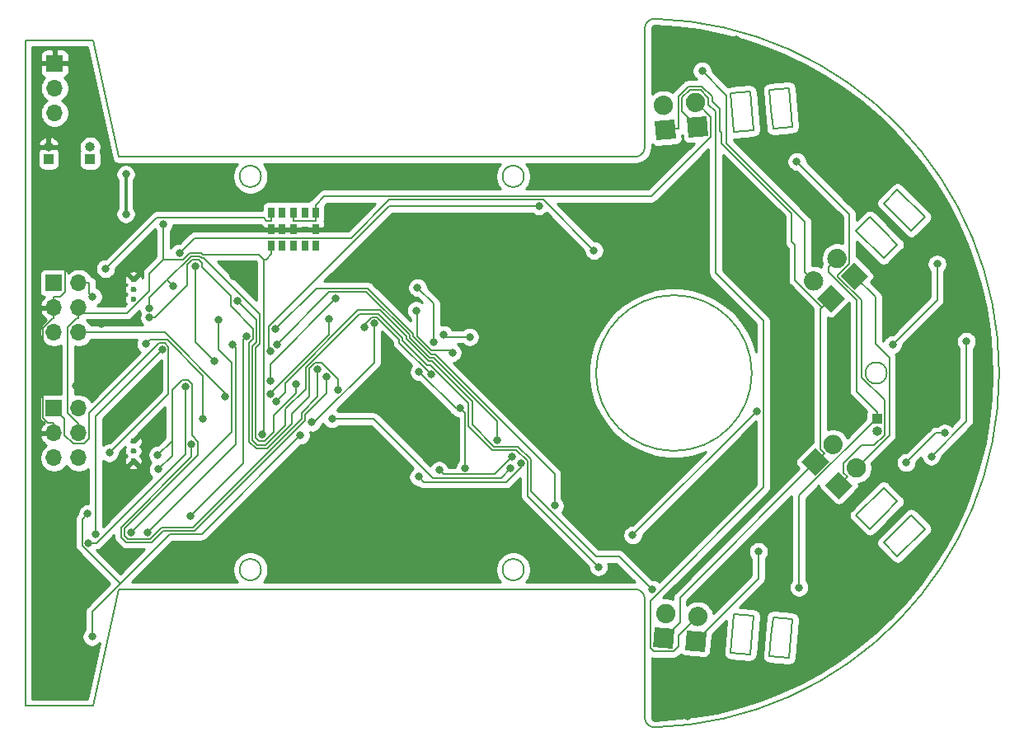
<source format=gbl>
%TF.GenerationSoftware,KiCad,Pcbnew,(5.1.7)-1*%
%TF.CreationDate,2021-12-05T02:20:20+09:00*%
%TF.ProjectId,Quatro,51756174-726f-42e6-9b69-6361645f7063,0*%
%TF.SameCoordinates,Original*%
%TF.FileFunction,Copper,L2,Bot*%
%TF.FilePolarity,Positive*%
%FSLAX46Y46*%
G04 Gerber Fmt 4.6, Leading zero omitted, Abs format (unit mm)*
G04 Created by KiCad (PCBNEW (5.1.7)-1) date 2021-12-05 02:20:20*
%MOMM*%
%LPD*%
G01*
G04 APERTURE LIST*
%TA.AperFunction,Profile*%
%ADD10C,0.200000*%
%TD*%
%TA.AperFunction,ComponentPad*%
%ADD11R,0.800000X1.100000*%
%TD*%
%TA.AperFunction,ComponentPad*%
%ADD12R,0.700000X1.100000*%
%TD*%
%TA.AperFunction,ComponentPad*%
%ADD13C,0.100000*%
%TD*%
%TA.AperFunction,ComponentPad*%
%ADD14R,1.000000X1.000000*%
%TD*%
%TA.AperFunction,ComponentPad*%
%ADD15O,1.000000X1.000000*%
%TD*%
%TA.AperFunction,ComponentPad*%
%ADD16R,1.700000X1.700000*%
%TD*%
%TA.AperFunction,ComponentPad*%
%ADD17O,1.700000X1.700000*%
%TD*%
%TA.AperFunction,ComponentPad*%
%ADD18C,0.600000*%
%TD*%
%TA.AperFunction,ViaPad*%
%ADD19C,0.800000*%
%TD*%
%TA.AperFunction,Conductor*%
%ADD20C,0.200000*%
%TD*%
%TA.AperFunction,Conductor*%
%ADD21C,0.300000*%
%TD*%
%TA.AperFunction,Conductor*%
%ADD22C,0.254000*%
%TD*%
%TA.AperFunction,Conductor*%
%ADD23C,0.100000*%
%TD*%
G04 APERTURE END LIST*
D10*
X170788838Y-58175084D02*
G75*
G02*
X170788843Y-130946030I-1028246J-36385473D01*
G01*
X169760594Y-71360558D02*
X169760594Y-59174685D01*
X110760595Y-60360557D02*
X113160593Y-60360557D01*
X157360593Y-114760556D02*
G75*
G03*
X157360593Y-114760556I-1100001J0D01*
G01*
X169760593Y-129946429D02*
X169760593Y-117760555D01*
X106160594Y-128760556D02*
X106160593Y-60360557D01*
X169760595Y-71360555D02*
G75*
G02*
X168760594Y-72360558I-1000002J-1D01*
G01*
X197128428Y-79950000D02*
X198542640Y-78535786D01*
X106160593Y-60360557D02*
X110760595Y-60360557D01*
X130360596Y-114760557D02*
G75*
G03*
X130360596Y-114760557I-1100001J0D01*
G01*
X195714214Y-78535787D02*
X197128428Y-79950000D01*
X194300000Y-77121573D02*
X195714214Y-78535787D01*
X180760595Y-94560557D02*
G75*
G03*
X180760595Y-94560557I-8000001J0D01*
G01*
X157360594Y-74360558D02*
G75*
G03*
X157360594Y-74360558I-1100001J0D01*
G01*
X130360597Y-74360557D02*
G75*
G03*
X130360597Y-74360557I-1100000J0D01*
G01*
X169760595Y-59174687D02*
G75*
G02*
X170788841Y-58175085I999999J2D01*
G01*
X170788842Y-130946030D02*
G75*
G02*
X169760593Y-129946429I-28249J999601D01*
G01*
X115760595Y-72360558D02*
X168760594Y-72360558D01*
X113160593Y-60360557D02*
X115760595Y-72360558D01*
X168760592Y-116760556D02*
G75*
G02*
X169760593Y-117760555I1J-1000000D01*
G01*
X113160595Y-128760558D02*
X106160594Y-128760556D01*
X115760595Y-116760556D02*
X113160595Y-128760558D01*
X168760593Y-116760556D02*
X115760595Y-116760556D01*
X195714214Y-107756901D02*
X194299999Y-106342687D01*
X180764400Y-67643148D02*
X180938710Y-69635540D01*
X184923487Y-69286914D02*
X184574865Y-65302137D01*
X182756788Y-67468837D02*
X182931100Y-69461226D01*
X182582477Y-65476446D02*
X182756788Y-67468837D01*
X194626591Y-94560557D02*
G75*
G03*
X194626591Y-94560557I-1099998J0D01*
G01*
X192885787Y-78535787D02*
X194300000Y-79950000D01*
X195714214Y-75707359D02*
X194300000Y-77121573D01*
X184574865Y-123818979D02*
X182582477Y-123644667D01*
X178946321Y-69809849D02*
X178597697Y-65825070D01*
X194300001Y-111999541D02*
X195714214Y-110585328D01*
X180938710Y-69635540D02*
X178946321Y-69809849D01*
X195714214Y-110585328D02*
X197128427Y-109171114D01*
X182931100Y-69461226D02*
X184923487Y-69286914D01*
X182931100Y-119659889D02*
X184923489Y-119834198D01*
X178597697Y-65825070D02*
X180590087Y-65650759D01*
X194300000Y-82778427D02*
X191471573Y-79950000D01*
X191471573Y-109171112D02*
X192885787Y-110585327D01*
X178597699Y-123296044D02*
X180590088Y-123470356D01*
X180938709Y-119485577D02*
X178946320Y-119311265D01*
X191471573Y-79950000D02*
X192885787Y-78535787D01*
X184923489Y-119834198D02*
X184574865Y-123818979D01*
X195714214Y-81364214D02*
X194300000Y-82778427D01*
X198542642Y-110585327D02*
X195714215Y-113413756D01*
X194299999Y-106342687D02*
X191471573Y-109171112D01*
X184574865Y-65302137D02*
X182582477Y-65476446D01*
X180590088Y-123470356D02*
X180764398Y-121477967D01*
X178946320Y-119311265D02*
X178597699Y-123296044D01*
X198542640Y-78535786D02*
X195714214Y-75707359D01*
X182582477Y-123644667D02*
X182756788Y-121652278D01*
X180764398Y-121477967D02*
X180938709Y-119485577D01*
X182756788Y-121652278D02*
X182931100Y-119659889D01*
X195714215Y-113413756D02*
X194300001Y-111999541D01*
X197128427Y-109171114D02*
X198542642Y-110585327D01*
X194300000Y-109171114D02*
X195714214Y-107756901D01*
X192885787Y-110585327D02*
X194300000Y-109171114D01*
X180590087Y-65650759D02*
X180764400Y-67643148D01*
X194300000Y-79950000D02*
X195714214Y-81364214D01*
D11*
%TO.P,U5,9*%
%TO.N,+5V*%
X133700000Y-81500000D03*
%TO.P,U5,13*%
%TO.N,GND*%
X133700000Y-79800000D03*
%TO.P,U5,3*%
%TO.N,+BATT*%
X133700000Y-78100000D03*
D12*
%TO.P,U5,7*%
%TO.N,+5V*%
X131450000Y-81500000D03*
%TO.P,U5,8*%
X132550000Y-81500000D03*
%TO.P,U5,10*%
%TO.N,Net-(U5-Pad10)*%
X134850000Y-81500000D03*
%TO.P,U5,11*%
%TO.N,Net-(R15-Pad1)*%
X135950000Y-81500000D03*
%TO.P,U5,6*%
%TO.N,GND*%
X131450000Y-79800000D03*
%TO.P,U5,14*%
X132550000Y-79800000D03*
%TO.P,U5,12*%
X135950000Y-79800000D03*
%TO.P,U5,5*%
%TO.N,+BATT*%
X131450000Y-78100000D03*
%TO.P,U5,4*%
X132550000Y-78100000D03*
%TO.P,U5,2*%
%TO.N,Net-(U5-Pad2)*%
X134850000Y-78100000D03*
%TO.P,U5,1*%
%TO.N,+BATT*%
X135950000Y-78100000D03*
%TD*%
%TO.P,D1,2*%
%TO.N,Net-(C1-Pad2)*%
%TA.AperFunction,ComponentPad*%
G36*
G01*
X171765780Y-68065860D02*
X171765780Y-68065860D01*
G75*
G02*
X170682429Y-67156821I-87156J996195D01*
G01*
X170682429Y-67156821D01*
G75*
G02*
X171591468Y-66073470I996195J87156D01*
G01*
X171591468Y-66073470D01*
G75*
G02*
X172674819Y-66982509I87156J-996195D01*
G01*
X172674819Y-66982509D01*
G75*
G02*
X171765780Y-68065860I-996195J-87156D01*
G01*
G37*
%TD.AperFunction*%
%TA.AperFunction,ComponentPad*%
D13*
%TO.P,D1,1*%
%TO.N,+3.3VADC*%
G36*
X172983350Y-70509039D02*
G01*
X170990961Y-70683350D01*
X170816650Y-68690961D01*
X172809039Y-68516650D01*
X172983350Y-70509039D01*
G37*
%TD.AperFunction*%
%TD*%
%TA.AperFunction,ComponentPad*%
%TO.P,D2,1*%
%TO.N,+3.3VADC*%
G36*
X190314214Y-86900000D02*
G01*
X188900000Y-88314214D01*
X187485786Y-86900000D01*
X188900000Y-85485786D01*
X190314214Y-86900000D01*
G37*
%TD.AperFunction*%
%TO.P,D2,2*%
%TO.N,Net-(C2-Pad2)*%
%TA.AperFunction,ComponentPad*%
G36*
G01*
X187811056Y-85811056D02*
X187811056Y-85811056D01*
G75*
G02*
X186396842Y-85811056I-707107J707107D01*
G01*
X186396842Y-85811056D01*
G75*
G02*
X186396842Y-84396842I707107J707107D01*
G01*
X186396842Y-84396842D01*
G75*
G02*
X187811056Y-84396842I707107J-707107D01*
G01*
X187811056Y-84396842D01*
G75*
G02*
X187811056Y-85811056I-707107J-707107D01*
G01*
G37*
%TD.AperFunction*%
%TD*%
%TA.AperFunction,ComponentPad*%
%TO.P,D3,1*%
%TO.N,+3.3VADC*%
G36*
X187300000Y-105114214D02*
G01*
X185885786Y-103700000D01*
X187300000Y-102285786D01*
X188714214Y-103700000D01*
X187300000Y-105114214D01*
G37*
%TD.AperFunction*%
%TO.P,D3,2*%
%TO.N,Net-(C3-Pad2)*%
%TA.AperFunction,ComponentPad*%
G36*
G01*
X188388944Y-102611056D02*
X188388944Y-102611056D01*
G75*
G02*
X188388944Y-101196842I707107J707107D01*
G01*
X188388944Y-101196842D01*
G75*
G02*
X189803158Y-101196842I707107J-707107D01*
G01*
X189803158Y-101196842D01*
G75*
G02*
X189803158Y-102611056I-707107J-707107D01*
G01*
X189803158Y-102611056D01*
G75*
G02*
X188388944Y-102611056I-707107J707107D01*
G01*
G37*
%TD.AperFunction*%
%TD*%
%TO.P,D4,2*%
%TO.N,Net-(C4-Pad2)*%
%TA.AperFunction,ComponentPad*%
G36*
G01*
X171834220Y-120265860D02*
X171834220Y-120265860D01*
G75*
G02*
X170925181Y-119182509I87156J996195D01*
G01*
X170925181Y-119182509D01*
G75*
G02*
X172008532Y-118273470I996195J-87156D01*
G01*
X172008532Y-118273470D01*
G75*
G02*
X172917571Y-119356821I-87156J-996195D01*
G01*
X172917571Y-119356821D01*
G75*
G02*
X171834220Y-120265860I-996195J87156D01*
G01*
G37*
%TD.AperFunction*%
%TA.AperFunction,ComponentPad*%
%TO.P,D4,1*%
%TO.N,+3.3VADC*%
G36*
X172609039Y-122883350D02*
G01*
X170616650Y-122709039D01*
X170790961Y-120716650D01*
X172783350Y-120890961D01*
X172609039Y-122883350D01*
G37*
%TD.AperFunction*%
%TD*%
%TO.P,D5,2*%
%TO.N,+BATT*%
%TA.AperFunction,ComponentPad*%
G36*
G01*
X190211056Y-83511056D02*
X190211056Y-83511056D01*
G75*
G02*
X188796842Y-83511056I-707107J707107D01*
G01*
X188796842Y-83511056D01*
G75*
G02*
X188796842Y-82096842I707107J707107D01*
G01*
X188796842Y-82096842D01*
G75*
G02*
X190211056Y-82096842I707107J-707107D01*
G01*
X190211056Y-82096842D01*
G75*
G02*
X190211056Y-83511056I-707107J-707107D01*
G01*
G37*
%TD.AperFunction*%
%TA.AperFunction,ComponentPad*%
%TO.P,D5,1*%
%TO.N,Net-(D5-Pad1)*%
G36*
X192714214Y-84600000D02*
G01*
X191300000Y-86014214D01*
X189885786Y-84600000D01*
X191300000Y-83185786D01*
X192714214Y-84600000D01*
G37*
%TD.AperFunction*%
%TD*%
%TA.AperFunction,ComponentPad*%
%TO.P,D6,1*%
%TO.N,Net-(D6-Pad1)*%
G36*
X189700000Y-107514214D02*
G01*
X188285786Y-106100000D01*
X189700000Y-104685786D01*
X191114214Y-106100000D01*
X189700000Y-107514214D01*
G37*
%TD.AperFunction*%
%TO.P,D6,2*%
%TO.N,Net-(D5-Pad1)*%
%TA.AperFunction,ComponentPad*%
G36*
G01*
X190788944Y-105011056D02*
X190788944Y-105011056D01*
G75*
G02*
X190788944Y-103596842I707107J707107D01*
G01*
X190788944Y-103596842D01*
G75*
G02*
X192203158Y-103596842I707107J-707107D01*
G01*
X192203158Y-103596842D01*
G75*
G02*
X192203158Y-105011056I-707107J-707107D01*
G01*
X192203158Y-105011056D01*
G75*
G02*
X190788944Y-105011056I-707107J707107D01*
G01*
G37*
%TD.AperFunction*%
%TD*%
%TA.AperFunction,ComponentPad*%
%TO.P,D7,1*%
%TO.N,Net-(D7-Pad1)*%
G36*
X176283350Y-70209039D02*
G01*
X174290961Y-70383350D01*
X174116650Y-68390961D01*
X176109039Y-68216650D01*
X176283350Y-70209039D01*
G37*
%TD.AperFunction*%
%TO.P,D7,2*%
%TO.N,+BATT*%
%TA.AperFunction,ComponentPad*%
G36*
G01*
X175065780Y-67765860D02*
X175065780Y-67765860D01*
G75*
G02*
X173982429Y-66856821I-87156J996195D01*
G01*
X173982429Y-66856821D01*
G75*
G02*
X174891468Y-65773470I996195J87156D01*
G01*
X174891468Y-65773470D01*
G75*
G02*
X175974819Y-66682509I87156J-996195D01*
G01*
X175974819Y-66682509D01*
G75*
G02*
X175065780Y-67765860I-996195J-87156D01*
G01*
G37*
%TD.AperFunction*%
%TD*%
%TO.P,D8,2*%
%TO.N,Net-(D7-Pad1)*%
%TA.AperFunction,ComponentPad*%
G36*
G01*
X175134220Y-120565860D02*
X175134220Y-120565860D01*
G75*
G02*
X174225181Y-119482509I87156J996195D01*
G01*
X174225181Y-119482509D01*
G75*
G02*
X175308532Y-118573470I996195J-87156D01*
G01*
X175308532Y-118573470D01*
G75*
G02*
X176217571Y-119656821I-87156J-996195D01*
G01*
X176217571Y-119656821D01*
G75*
G02*
X175134220Y-120565860I-996195J87156D01*
G01*
G37*
%TD.AperFunction*%
%TA.AperFunction,ComponentPad*%
%TO.P,D8,1*%
%TO.N,Net-(D8-Pad1)*%
G36*
X175909039Y-123183350D02*
G01*
X173916650Y-123009039D01*
X174090961Y-121016650D01*
X176083350Y-121190961D01*
X175909039Y-123183350D01*
G37*
%TD.AperFunction*%
%TD*%
D14*
%TO.P,J1,1*%
%TO.N,Net-(J1-Pad1)*%
X112800000Y-72600000D03*
D15*
%TO.P,J1,2*%
%TO.N,Net-(J1-Pad2)*%
X112800000Y-71330000D03*
%TD*%
%TO.P,J2,2*%
%TO.N,GND*%
X108550000Y-71330000D03*
D14*
%TO.P,J2,1*%
%TO.N,Net-(J1-Pad2)*%
X108550000Y-72600000D03*
%TD*%
%TO.P,J3,1*%
%TO.N,+BATT*%
X193600000Y-99300000D03*
D15*
%TO.P,J3,2*%
%TO.N,Net-(J3-Pad2)*%
X193600000Y-100570000D03*
%TD*%
D16*
%TO.P,J6,1*%
%TO.N,MOTOR_L_OUT1*%
X109100000Y-85300000D03*
D17*
%TO.P,J6,2*%
%TO.N,MOTOR_L_OUT2*%
X111640000Y-85300000D03*
%TO.P,J6,3*%
%TO.N,GND*%
X109100000Y-87840000D03*
%TO.P,J6,4*%
%TO.N,+5V*%
X111640000Y-87840000D03*
%TO.P,J6,5*%
%TO.N,TIM3_CH2_ENC_L_B*%
X109100000Y-90380000D03*
%TO.P,J6,6*%
%TO.N,TIM3_CH1_ENC_L_A*%
X111640000Y-90380000D03*
%TD*%
%TO.P,J7,6*%
%TO.N,TIM4_CH1_ENC_R_A*%
X111640000Y-103280000D03*
%TO.P,J7,5*%
%TO.N,TIM4_CH2_ENC_R_B*%
X109100000Y-103280000D03*
%TO.P,J7,4*%
%TO.N,+5V*%
X111640000Y-100740000D03*
%TO.P,J7,3*%
%TO.N,GND*%
X109100000Y-100740000D03*
%TO.P,J7,2*%
%TO.N,MOTOR_R_OUT2*%
X111640000Y-98200000D03*
D16*
%TO.P,J7,1*%
%TO.N,MOTOR_R_OUT1*%
X109100000Y-98200000D03*
%TD*%
%TO.P,SW1,1*%
%TO.N,GND*%
X109150000Y-62765000D03*
D17*
%TO.P,SW1,2*%
%TO.N,Net-(Q1-Pad1)*%
X109150000Y-65305000D03*
%TO.P,SW1,3*%
%TO.N,Net-(SW1-Pad3)*%
X109150000Y-67845000D03*
%TD*%
D18*
%TO.P,U8,13*%
%TO.N,GND*%
X117250000Y-85975000D03*
X117250000Y-84975000D03*
X117250000Y-86975000D03*
%TD*%
%TO.P,U9,13*%
%TO.N,GND*%
X117250000Y-103575000D03*
X117250000Y-101575000D03*
X117250000Y-102575000D03*
%TD*%
D19*
%TO.N,NRST*%
X112567000Y-109001200D03*
X134412300Y-100953300D03*
X113000300Y-121644400D03*
%TO.N,GND*%
X159300000Y-74100000D03*
X173600000Y-78100000D03*
X139650000Y-114500000D03*
X145150000Y-96400000D03*
X173238100Y-64808100D03*
X178900000Y-78200000D03*
X193000000Y-69300000D03*
X203100000Y-105250000D03*
X204450000Y-94700000D03*
X183250000Y-91200000D03*
X186100000Y-95800000D03*
X184750000Y-101850000D03*
X199750000Y-107250000D03*
X196750000Y-105500000D03*
X179150000Y-60300000D03*
X179400000Y-127400000D03*
X174200000Y-129800000D03*
X111350000Y-95850000D03*
X113850000Y-92950000D03*
X115050000Y-113350000D03*
X127500000Y-84650000D03*
X189450000Y-94200000D03*
X114000000Y-89550000D03*
X117100000Y-96800000D03*
X187700000Y-109700000D03*
X161069250Y-94519250D03*
X163550000Y-86100000D03*
X141000000Y-74200000D03*
X112100000Y-64600000D03*
X107550000Y-105500000D03*
X142200000Y-108100000D03*
X194000000Y-119450000D03*
X187400000Y-118700000D03*
X187900000Y-69950000D03*
X143150000Y-83550000D03*
X174550000Y-109750000D03*
%TO.N,IR_BL*%
X146524900Y-105224400D03*
X157066500Y-103847600D03*
X199189100Y-103115000D03*
X202792200Y-91315000D03*
%TO.N,IR_FL*%
X142000700Y-89469600D03*
X135600900Y-99630500D03*
%TO.N,IR_FR*%
X156172500Y-103174500D03*
X148653400Y-104549000D03*
%TO.N,IR_BR*%
X200576500Y-100734800D03*
X196623000Y-103765300D03*
X155991600Y-104329300D03*
X137636400Y-99270000D03*
%TO.N,Net-(C2-Pad2)*%
X175659000Y-63527800D03*
%TO.N,+5V*%
X130483500Y-100903700D03*
X120330800Y-79251800D03*
%TO.N,+BATT*%
X114410100Y-83835400D03*
X185600000Y-116581400D03*
%TO.N,Net-(D6-Pad1)*%
X185380200Y-72839100D03*
%TO.N,Net-(D8-Pad1)*%
X181441400Y-112900000D03*
%TO.N,SWCLK*%
X112644800Y-112018700D03*
X122566300Y-95941200D03*
%TO.N,SWDIO*%
X113369900Y-111100000D03*
X120209500Y-92140200D03*
%TO.N,MOTOR_L_OUT2*%
X113065000Y-86725000D03*
%TO.N,TIM3_CH2_ENC_L_B*%
X118543000Y-91560000D03*
X124396900Y-99292400D03*
%TO.N,TIM3_CH1_ENC_L_A*%
X126695300Y-96987000D03*
%TO.N,MOTOR_R_OUT1*%
X114786700Y-102754300D03*
%TO.N,Net-(Q1-Pad1)*%
X116470000Y-78220000D03*
X116470000Y-74140000D03*
%TO.N,Net-(Q2-Pad1)*%
X195215100Y-91646300D03*
X199794900Y-83363300D03*
%TO.N,TIM2_CH1_BUZZER*%
X138035100Y-86886300D03*
X131289600Y-95327700D03*
%TO.N,ADC_BAT*%
X125561800Y-93292800D03*
X123616704Y-83560496D03*
%TO.N,TIM8_CH1_MOTOR_FAN*%
X154570300Y-101448900D03*
X131983600Y-91600100D03*
%TO.N,LED6*%
X117000000Y-110937600D03*
X125968600Y-89110700D03*
%TO.N,LED5*%
X118684600Y-110941000D03*
X127432400Y-91611100D03*
%TO.N,LED4*%
X131299200Y-92297400D03*
X158902300Y-77402800D03*
%TO.N,LED3*%
X164555800Y-81973300D03*
X121985900Y-82232000D03*
%TO.N,LED2*%
X160508800Y-108180000D03*
X131818700Y-90064600D03*
%TO.N,LED1*%
X165005700Y-114468700D03*
X127943500Y-87145500D03*
%TO.N,SPI_MISO*%
X140979200Y-89820000D03*
X147845300Y-94723100D03*
%TO.N,SPI_CS*%
X149095000Y-90602700D03*
X151783700Y-90854100D03*
%TO.N,SPI_MOSI*%
X150002200Y-92474400D03*
X146293400Y-88140700D03*
%TO.N,TIM5_CH1_MOTOR_L_IN1*%
X138255500Y-96290600D03*
X118906900Y-88883500D03*
%TO.N,TIM5_CH2_MOTOR_L_IN2*%
X133991300Y-95728600D03*
X118870500Y-87927300D03*
X121300000Y-85600000D03*
%TO.N,TIM5_CH3_MOTOR_R_IN1*%
X123232800Y-101896600D03*
X137074500Y-94937200D03*
%TO.N,TIM5_CH4_MOTOR_R_IN2*%
X136176900Y-94199200D03*
X119757100Y-102962000D03*
X119800000Y-104450000D03*
%TO.N,TIM10_CH1_IR_LED_INNER*%
X137357700Y-89008700D03*
X131350500Y-96689900D03*
%TO.N,TIM11_CH1_IR_LED_OUTER*%
X170505100Y-116777700D03*
X131881700Y-97502800D03*
%TO.N,/1.65VA*%
X168520300Y-111210000D03*
X181241100Y-98489200D03*
%TO.N,BUTTON*%
X128908100Y-90751900D03*
X123150400Y-109207400D03*
%TO.N,+3V3*%
X146605000Y-94451600D03*
X151330600Y-104321100D03*
X150820000Y-98191200D03*
X148088700Y-91409100D03*
X146434300Y-85791500D03*
%TD*%
D20*
%TO.N,NRST*%
X115891800Y-116199200D02*
X120984300Y-111106700D01*
X120984300Y-111106700D02*
X124258900Y-111106700D01*
X124258900Y-111106700D02*
X134412300Y-100953300D01*
X113000300Y-121644400D02*
X113000300Y-119090700D01*
X113000300Y-119090700D02*
X115891800Y-116199200D01*
X115891800Y-116199200D02*
X111994400Y-112301900D01*
X111994400Y-112301900D02*
X111994400Y-109573800D01*
X111994400Y-109573800D02*
X112567000Y-109001200D01*
%TO.N,GND*%
X109100000Y-87840000D02*
X109100000Y-86739700D01*
X108550000Y-71330000D02*
X109300300Y-71330000D01*
X109300300Y-71330000D02*
X110246100Y-72275800D01*
X110246100Y-72275800D02*
X110246100Y-86210700D01*
X110246100Y-86210700D02*
X109717100Y-86739700D01*
X109717100Y-86739700D02*
X109100000Y-86739700D01*
X109100000Y-100740000D02*
X109100000Y-99639700D01*
X109100000Y-87840000D02*
X109100000Y-88940300D01*
X109100000Y-88940300D02*
X108962500Y-88940300D01*
X108962500Y-88940300D02*
X107999600Y-89903200D01*
X107999600Y-89903200D02*
X107999600Y-99156400D01*
X107999600Y-99156400D02*
X108482900Y-99639700D01*
X108482900Y-99639700D02*
X109100000Y-99639700D01*
%TO.N,IR_BL*%
X202792200Y-91315000D02*
X202792200Y-99511900D01*
X202792200Y-99511900D02*
X199189100Y-103115000D01*
X146524900Y-105224400D02*
X147037800Y-105737300D01*
X147037800Y-105737300D02*
X155548400Y-105737300D01*
X155548400Y-105737300D02*
X157066500Y-104219200D01*
X157066500Y-104219200D02*
X157066500Y-103847600D01*
%TO.N,IR_FL*%
X135600900Y-99630500D02*
X135835300Y-99630500D01*
X135835300Y-99630500D02*
X142000700Y-93465100D01*
X142000700Y-93465100D02*
X142000700Y-89469600D01*
%TO.N,IR_FR*%
X156172500Y-103174500D02*
X154375600Y-104971400D01*
X154375600Y-104971400D02*
X149075800Y-104971400D01*
X149075800Y-104971400D02*
X148653400Y-104549000D01*
%TO.N,IR_BR*%
X196623000Y-103765300D02*
X199653500Y-100734800D01*
X199653500Y-100734800D02*
X200576500Y-100734800D01*
X137636400Y-99270000D02*
X141921900Y-99270000D01*
X141921900Y-99270000D02*
X147976900Y-105325000D01*
X147976900Y-105325000D02*
X154995900Y-105325000D01*
X154995900Y-105325000D02*
X155991600Y-104329300D01*
%TO.N,Net-(C2-Pad2)*%
X186219900Y-84219800D02*
X186219900Y-79030500D01*
X186219900Y-79030500D02*
X178173500Y-70984100D01*
X178173500Y-70984100D02*
X178173500Y-66042300D01*
X178173500Y-66042300D02*
X175659000Y-63527800D01*
X187103900Y-85103900D02*
X186219900Y-84219800D01*
%TO.N,+5V*%
X130628300Y-82882300D02*
X130628300Y-100758900D01*
X130628300Y-100758900D02*
X130483500Y-100903700D01*
X130628300Y-82882300D02*
X130868000Y-82882300D01*
X130868000Y-82882300D02*
X131450000Y-82300300D01*
X120330800Y-82882300D02*
X120330800Y-79251800D01*
X131450000Y-81500000D02*
X131450000Y-82300300D01*
X111640000Y-88390100D02*
X111640000Y-88940300D01*
X111640000Y-87840000D02*
X111640000Y-88390100D01*
X111640000Y-100740000D02*
X111640000Y-99639700D01*
X111640000Y-99639700D02*
X111502500Y-99639700D01*
X111502500Y-99639700D02*
X110528700Y-98665900D01*
X110528700Y-98665900D02*
X110528700Y-89823600D01*
X110528700Y-89823600D02*
X111412000Y-88940300D01*
X111412000Y-88940300D02*
X111640000Y-88940300D01*
X124218664Y-82210474D02*
X123014743Y-82210473D01*
X120330800Y-82882300D02*
X118897199Y-84315901D01*
X116619900Y-88390100D02*
X111640000Y-88390100D01*
X118897199Y-86112801D02*
X116619900Y-88390100D01*
X118897199Y-84315901D02*
X118897199Y-86112801D01*
X130628300Y-82882300D02*
X130140200Y-82394200D01*
X122342916Y-82882300D02*
X120330800Y-82882300D01*
X124402392Y-82394200D02*
X124218664Y-82210474D01*
X130140200Y-82394200D02*
X124402392Y-82394200D01*
X123014743Y-82210473D02*
X122342916Y-82882300D01*
%TO.N,+BATT*%
X174978600Y-66769700D02*
X175085400Y-66769700D01*
X175085400Y-66769700D02*
X176556900Y-68241200D01*
X176556900Y-68241200D02*
X176556900Y-70294200D01*
X176556900Y-70294200D02*
X170448900Y-76402200D01*
X170448900Y-76402200D02*
X136847500Y-76402200D01*
X136847500Y-76402200D02*
X135950000Y-77299700D01*
X131450000Y-78900300D02*
X130924800Y-78900300D01*
X130924800Y-78900300D02*
X130624700Y-78600200D01*
X130624700Y-78600200D02*
X119645300Y-78600200D01*
X119645300Y-78600200D02*
X114410100Y-83835400D01*
X131450000Y-78100000D02*
X131450000Y-78900300D01*
X188619800Y-83688000D02*
X188619800Y-84183300D01*
X188619800Y-84183300D02*
X191503300Y-87066800D01*
X191503300Y-87066800D02*
X191503300Y-96453000D01*
X191503300Y-96453000D02*
X193600000Y-98549700D01*
X135950000Y-78100000D02*
X135950000Y-77299700D01*
X133700000Y-78100000D02*
X133700000Y-78900300D01*
X135950000Y-78100000D02*
X135950000Y-78900300D01*
X135950000Y-78900300D02*
X133700000Y-78900300D01*
X193600000Y-98924800D02*
X193600000Y-99168300D01*
X193600000Y-99168300D02*
X185600000Y-107168300D01*
X185600000Y-107168300D02*
X185600000Y-116581400D01*
X193600000Y-98924800D02*
X193600000Y-98549700D01*
X193600000Y-99300000D02*
X193600000Y-98924800D01*
X189503900Y-82803900D02*
X188619800Y-83688000D01*
%TO.N,+3.3VADC*%
X173254700Y-69481400D02*
X173254700Y-66113700D01*
X173254700Y-66113700D02*
X174256100Y-65112300D01*
X174256100Y-65112300D02*
X175632300Y-65112300D01*
X175632300Y-65112300D02*
X176666200Y-66146200D01*
X176666200Y-66146200D02*
X176666200Y-66641600D01*
X176666200Y-66641600D02*
X177472900Y-67448300D01*
X177472900Y-67448300D02*
X177472900Y-69734800D01*
X177472900Y-69734800D02*
X177648200Y-69910100D01*
X177648200Y-69910100D02*
X177648200Y-70954200D01*
X177648200Y-70954200D02*
X184856300Y-78162300D01*
X184856300Y-78162300D02*
X184856300Y-81076300D01*
X184856300Y-81076300D02*
X185206600Y-81426600D01*
X185206600Y-81426600D02*
X185206600Y-84998500D01*
X185206600Y-84998500D02*
X188004100Y-87795900D01*
X171700000Y-121800000D02*
X173369300Y-120130700D01*
X173369300Y-120130700D02*
X173369300Y-117630700D01*
X173369300Y-117630700D02*
X187300000Y-103700000D01*
X188004100Y-87795900D02*
X188900000Y-86900000D01*
X188184100Y-102815900D02*
X187797300Y-102429100D01*
X187797300Y-102429100D02*
X187797300Y-88002700D01*
X187797300Y-88002700D02*
X188004100Y-87795900D01*
X171900000Y-69600000D02*
X173254700Y-69481400D01*
X187300000Y-103700000D02*
X188184100Y-102815900D01*
%TO.N,Net-(D5-Pad1)*%
X191300000Y-84600000D02*
X193467100Y-86767100D01*
X193467100Y-86767100D02*
X193467100Y-91540200D01*
X193467100Y-91540200D02*
X194883600Y-92956700D01*
X194883600Y-92956700D02*
X194883600Y-100916400D01*
X194883600Y-100916400D02*
X191496100Y-104303900D01*
%TO.N,Net-(D6-Pad1)*%
X189700000Y-106100000D02*
X190584100Y-105215900D01*
X190584100Y-105215900D02*
X190197300Y-104829100D01*
X190197300Y-104829100D02*
X190197300Y-103807800D01*
X190197300Y-103807800D02*
X191998900Y-102006200D01*
X191998900Y-102006200D02*
X193298300Y-102006200D01*
X193298300Y-102006200D02*
X194379300Y-100925200D01*
X194379300Y-100925200D02*
X194379300Y-97353400D01*
X194379300Y-97353400D02*
X192028700Y-95002800D01*
X192028700Y-95002800D02*
X192028700Y-87096900D01*
X192028700Y-87096900D02*
X189587000Y-84655200D01*
X189587000Y-84655200D02*
X189587000Y-84544600D01*
X189587000Y-84544600D02*
X190787300Y-83344300D01*
X190787300Y-83344300D02*
X190787300Y-78246200D01*
X190787300Y-78246200D02*
X185380200Y-72839100D01*
%TO.N,Net-(D7-Pad1)*%
X175200000Y-69300000D02*
X173615100Y-67715100D01*
X173615100Y-67715100D02*
X173615100Y-66248700D01*
X173615100Y-66248700D02*
X174401200Y-65462600D01*
X174401200Y-65462600D02*
X175487200Y-65462600D01*
X175487200Y-65462600D02*
X176315900Y-66291300D01*
X176315900Y-66291300D02*
X176315900Y-66970400D01*
X176315900Y-66970400D02*
X177058200Y-67712700D01*
X177058200Y-67712700D02*
X177058200Y-84300200D01*
X177058200Y-84300200D02*
X181963700Y-89205700D01*
X181963700Y-89205700D02*
X181963700Y-106296700D01*
X181963700Y-106296700D02*
X170317700Y-117942700D01*
X170317700Y-117942700D02*
X170317700Y-122765700D01*
X170317700Y-122765700D02*
X170693200Y-123141200D01*
X170693200Y-123141200D02*
X172718800Y-123141200D01*
X172718800Y-123141200D02*
X173226100Y-122633900D01*
X173226100Y-122633900D02*
X173226100Y-121488700D01*
X173226100Y-121488700D02*
X175145100Y-119569700D01*
X175145100Y-119569700D02*
X175221400Y-119569700D01*
%TO.N,Net-(D8-Pad1)*%
X175000000Y-122100000D02*
X181441400Y-115658600D01*
X181441400Y-115658600D02*
X181441400Y-112900000D01*
%TO.N,SWCLK*%
X122566300Y-95941200D02*
X122566300Y-102897100D01*
X122566300Y-102897100D02*
X113444700Y-112018700D01*
X113444700Y-112018700D02*
X112644800Y-112018700D01*
%TO.N,SWDIO*%
X113369900Y-111100000D02*
X113369900Y-98979800D01*
X113369900Y-98979800D02*
X120209500Y-92140200D01*
%TO.N,MOTOR_L_OUT2*%
X111640000Y-85300000D02*
X112740300Y-85300000D01*
X112740300Y-85300000D02*
X112740300Y-86400300D01*
X112740300Y-86400300D02*
X113065000Y-86725000D01*
%TO.N,TIM3_CH2_ENC_L_B*%
X118543000Y-91560000D02*
X118977100Y-91125900D01*
X118977100Y-91125900D02*
X120706700Y-91125900D01*
X120706700Y-91125900D02*
X124396900Y-94816100D01*
X124396900Y-94816100D02*
X124396900Y-99292400D01*
%TO.N,TIM3_CH1_ENC_L_A*%
X112740300Y-90380000D02*
X120471800Y-90380000D01*
X120471800Y-90380000D02*
X126695300Y-96603500D01*
X126695300Y-96603500D02*
X126695300Y-96987000D01*
X111640000Y-90380000D02*
X112740300Y-90380000D01*
%TO.N,MOTOR_R_OUT1*%
X109100000Y-98200000D02*
X110200400Y-99300400D01*
X110200400Y-99300400D02*
X110200400Y-100920200D01*
X110200400Y-100920200D02*
X111120600Y-101840400D01*
X111120600Y-101840400D02*
X112151800Y-101840400D01*
X112151800Y-101840400D02*
X112740400Y-101251800D01*
X112740400Y-101251800D02*
X112740400Y-98659100D01*
X112740400Y-98659100D02*
X119913100Y-91486400D01*
X119913100Y-91486400D02*
X120475500Y-91486400D01*
X120475500Y-91486400D02*
X120864000Y-91874900D01*
X120864000Y-91874900D02*
X120864000Y-96677000D01*
X120864000Y-96677000D02*
X114786700Y-102754300D01*
D21*
%TO.N,Net-(Q1-Pad1)*%
X116470000Y-74140000D02*
X116470000Y-78220000D01*
D20*
%TO.N,Net-(Q2-Pad1)*%
X199794900Y-83363300D02*
X199794900Y-87066500D01*
X199794900Y-87066500D02*
X195215100Y-91646300D01*
%TO.N,TIM2_CH1_BUZZER*%
X138035100Y-86886300D02*
X131289600Y-93631800D01*
X131289600Y-93631800D02*
X131289600Y-95327700D01*
%TO.N,ADC_BAT*%
X125561800Y-93292800D02*
X123616704Y-91347704D01*
X123616704Y-91347704D02*
X123616704Y-83560496D01*
%TO.N,TIM8_CH1_MOTOR_FAN*%
X154570300Y-101448900D02*
X154570300Y-99515400D01*
X154570300Y-99515400D02*
X148075300Y-93020400D01*
X148075300Y-93020400D02*
X147703700Y-93020400D01*
X147703700Y-93020400D02*
X145605000Y-90921700D01*
X145605000Y-90921700D02*
X145605000Y-90643000D01*
X145605000Y-90643000D02*
X141169900Y-86207900D01*
X141169900Y-86207900D02*
X137375800Y-86207900D01*
X137375800Y-86207900D02*
X131983600Y-91600100D01*
%TO.N,LED6*%
X125968600Y-89110700D02*
X125968600Y-92134800D01*
X125968600Y-92134800D02*
X127363600Y-93529800D01*
X127363600Y-93529800D02*
X127363600Y-100574000D01*
X127363600Y-100574000D02*
X117000000Y-110937600D01*
%TO.N,LED5*%
X118684600Y-110941000D02*
X127766400Y-101859200D01*
X127766400Y-101859200D02*
X127766400Y-91945100D01*
X127766400Y-91945100D02*
X127432400Y-91611100D01*
%TO.N,LED4*%
X158902300Y-77402800D02*
X143523200Y-77402800D01*
X143523200Y-77402800D02*
X131156300Y-89769700D01*
X131156300Y-89769700D02*
X131156300Y-92154500D01*
X131156300Y-92154500D02*
X131299200Y-92297400D01*
%TO.N,LED3*%
X121985900Y-82232000D02*
X123518300Y-80699600D01*
X123518300Y-80699600D02*
X139590400Y-80699600D01*
X139590400Y-80699600D02*
X143537500Y-76752500D01*
X143537500Y-76752500D02*
X159335000Y-76752500D01*
X159335000Y-76752500D02*
X164555800Y-81973300D01*
%TO.N,LED2*%
X131818700Y-90064600D02*
X136025700Y-85857600D01*
X136025700Y-85857600D02*
X141315000Y-85857600D01*
X141315000Y-85857600D02*
X145955300Y-90497900D01*
X145955300Y-90497900D02*
X145955300Y-90776600D01*
X145955300Y-90776600D02*
X147848800Y-92670100D01*
X147848800Y-92670100D02*
X148220400Y-92670100D01*
X148220400Y-92670100D02*
X160508800Y-104958500D01*
X160508800Y-104958500D02*
X160508800Y-108180000D01*
%TO.N,LED1*%
X165005700Y-114468700D02*
X157716800Y-107179800D01*
X157716800Y-107179800D02*
X157716800Y-103578300D01*
X157716800Y-103578300D02*
X156588000Y-102449500D01*
X156588000Y-102449500D02*
X154107900Y-102449500D01*
X154107900Y-102449500D02*
X151681000Y-100022600D01*
X151681000Y-100022600D02*
X151681000Y-97616900D01*
X151681000Y-97616900D02*
X147785100Y-93721000D01*
X147785100Y-93721000D02*
X147413500Y-93721000D01*
X147413500Y-93721000D02*
X144904400Y-91211900D01*
X144904400Y-91211900D02*
X144904400Y-90933200D01*
X144904400Y-90933200D02*
X142440200Y-88469000D01*
X142440200Y-88469000D02*
X140465800Y-88469000D01*
X140465800Y-88469000D02*
X134931300Y-94003500D01*
X134931300Y-94003500D02*
X134931300Y-96173300D01*
X134931300Y-96173300D02*
X132857100Y-98247500D01*
X132857100Y-98247500D02*
X132857100Y-99945300D01*
X132857100Y-99945300D02*
X130857400Y-101945000D01*
X130857400Y-101945000D02*
X130008800Y-101945000D01*
X130008800Y-101945000D02*
X129482900Y-101419100D01*
X129482900Y-101419100D02*
X129482900Y-91798200D01*
X129482900Y-91798200D02*
X129908800Y-91372300D01*
X129908800Y-91372300D02*
X129908800Y-89110800D01*
X129908800Y-89110800D02*
X127943500Y-87145500D01*
%TO.N,SPI_MISO*%
X140979200Y-89820000D02*
X140979200Y-89571400D01*
X140979200Y-89571400D02*
X141731300Y-88819300D01*
X141731300Y-88819300D02*
X142270100Y-88819300D01*
X142270100Y-88819300D02*
X144554100Y-91103300D01*
X144554100Y-91103300D02*
X144554100Y-91431900D01*
X144554100Y-91431900D02*
X147845300Y-94723100D01*
%TO.N,SPI_CS*%
X151783700Y-90854100D02*
X149346400Y-90854100D01*
X149346400Y-90854100D02*
X149095000Y-90602700D01*
%TO.N,SPI_MOSI*%
X146293400Y-88140700D02*
X146429300Y-88276600D01*
X146429300Y-88276600D02*
X146429300Y-90755200D01*
X146429300Y-90755200D02*
X147869900Y-92195800D01*
X147869900Y-92195800D02*
X149723600Y-92195800D01*
X149723600Y-92195800D02*
X150002200Y-92474400D01*
%TO.N,TIM5_CH1_MOTOR_L_IN1*%
X127219800Y-86622700D02*
X127219800Y-87691300D01*
X135931200Y-93499000D02*
X136586500Y-93499000D01*
X119472585Y-88883500D02*
X122791702Y-85564383D01*
X123304702Y-82910494D02*
X123928706Y-82910494D01*
X123928706Y-82910494D02*
X124266706Y-83248494D01*
X124266706Y-83248494D02*
X124266706Y-83669606D01*
X129558500Y-90030000D02*
X129558500Y-91077000D01*
X127219800Y-87691300D02*
X129558500Y-90030000D01*
X129132600Y-101599900D02*
X129858800Y-102326100D01*
X129858800Y-102326100D02*
X130971700Y-102326100D01*
X124266706Y-83669606D02*
X127219800Y-86622700D01*
X130971700Y-102326100D02*
X133557800Y-99740000D01*
X133557800Y-99740000D02*
X133557800Y-98758400D01*
X135302600Y-94127600D02*
X135931200Y-93499000D01*
X129132600Y-91502900D02*
X129132600Y-101599900D01*
X138255500Y-95168000D02*
X138255500Y-96290600D01*
X122791702Y-85564383D02*
X122791702Y-83423494D01*
X122791702Y-83423494D02*
X123304702Y-82910494D01*
X133557800Y-98758400D02*
X135302600Y-97013600D01*
X118906900Y-88883500D02*
X119472585Y-88883500D01*
X135302600Y-97013600D02*
X135302600Y-94127600D01*
X136586500Y-93499000D02*
X138255500Y-95168000D01*
X129558500Y-91077000D02*
X129132600Y-91502900D01*
%TO.N,TIM5_CH2_MOTOR_L_IN2*%
X130750100Y-101556900D02*
X131653500Y-100653500D01*
X124073686Y-82560484D02*
X124257702Y-82744500D01*
X130259100Y-88502300D02*
X130259100Y-91517400D01*
X130177000Y-101556900D02*
X130750100Y-101556900D01*
X131653500Y-100653500D02*
X131653500Y-98955600D01*
X118870500Y-87927300D02*
X118870500Y-86849706D01*
X124501300Y-82744500D02*
X130259100Y-88502300D01*
X131653500Y-98955600D02*
X133991300Y-96617800D01*
X124257702Y-82744500D02*
X124501300Y-82744500D01*
X123159723Y-82560483D02*
X124073686Y-82560484D01*
X129833200Y-91943300D02*
X129833200Y-101213100D01*
X129833200Y-101213100D02*
X130177000Y-101556900D01*
X130259100Y-91517400D02*
X129833200Y-91943300D01*
X133991300Y-96617800D02*
X133991300Y-95728600D01*
X120760103Y-85060103D02*
X120660103Y-85060103D01*
X121300000Y-85600000D02*
X120760103Y-85060103D01*
X120660103Y-85060103D02*
X123159723Y-82560483D01*
X118870500Y-86849706D02*
X120660103Y-85060103D01*
%TO.N,TIM5_CH3_MOTOR_R_IN1*%
X123232800Y-101896600D02*
X123232800Y-103173200D01*
X123232800Y-103173200D02*
X115999300Y-110406700D01*
X115999300Y-110406700D02*
X115999300Y-111421400D01*
X115999300Y-111421400D02*
X116520900Y-111943000D01*
X116520900Y-111943000D02*
X119097800Y-111943000D01*
X119097800Y-111943000D02*
X120284400Y-110756400D01*
X120284400Y-110756400D02*
X123555700Y-110756400D01*
X123555700Y-110756400D02*
X134865400Y-99446700D01*
X134865400Y-99446700D02*
X134865400Y-98807300D01*
X134865400Y-98807300D02*
X137074500Y-96598200D01*
X137074500Y-96598200D02*
X137074500Y-94937200D01*
%TO.N,TIM5_CH4_MOTOR_R_IN2*%
X119757100Y-102962000D02*
X121214400Y-101504700D01*
X121214400Y-101504700D02*
X121214400Y-96318400D01*
X121214400Y-96318400D02*
X122242000Y-95290800D01*
X122242000Y-95290800D02*
X122866100Y-95290800D01*
X122866100Y-95290800D02*
X123269500Y-95694200D01*
X123269500Y-95694200D02*
X123269500Y-100983100D01*
X123269500Y-100983100D02*
X123883200Y-101596800D01*
X123883200Y-101596800D02*
X123883200Y-103018200D01*
X123883200Y-103018200D02*
X116349600Y-110551800D01*
X116349600Y-110551800D02*
X116349600Y-111276300D01*
X116349600Y-111276300D02*
X116666000Y-111592700D01*
X116666000Y-111592700D02*
X118952700Y-111592700D01*
X118952700Y-111592700D02*
X120139300Y-110406100D01*
X120139300Y-110406100D02*
X123387100Y-110406100D01*
X123387100Y-110406100D02*
X134514800Y-99278400D01*
X134514800Y-99278400D02*
X134514800Y-98662400D01*
X134514800Y-98662400D02*
X136176900Y-97000300D01*
X136176900Y-97000300D02*
X136176900Y-94199200D01*
X121214400Y-103035600D02*
X121214400Y-101504700D01*
X119800000Y-104450000D02*
X121214400Y-103035600D01*
%TO.N,TIM10_CH1_IR_LED_INNER*%
X137357700Y-89008700D02*
X137357700Y-90586300D01*
X137357700Y-90586300D02*
X131350500Y-96593500D01*
X131350500Y-96593500D02*
X131350500Y-96689900D01*
%TO.N,TIM11_CH1_IR_LED_OUTER*%
X170505100Y-116777700D02*
X167116400Y-113389000D01*
X167116400Y-113389000D02*
X164735400Y-113389000D01*
X164735400Y-113389000D02*
X158067100Y-106720700D01*
X158067100Y-106720700D02*
X158067100Y-103433200D01*
X158067100Y-103433200D02*
X156733100Y-102099200D01*
X156733100Y-102099200D02*
X154252900Y-102099200D01*
X154252900Y-102099200D02*
X152041500Y-99887800D01*
X152041500Y-99887800D02*
X152041500Y-97482000D01*
X152041500Y-97482000D02*
X147930200Y-93370700D01*
X147930200Y-93370700D02*
X147558600Y-93370700D01*
X147558600Y-93370700D02*
X145254700Y-91066800D01*
X145254700Y-91066800D02*
X145254700Y-90788100D01*
X145254700Y-90788100D02*
X142585300Y-88118700D01*
X142585300Y-88118700D02*
X140320700Y-88118700D01*
X140320700Y-88118700D02*
X132825900Y-95613500D01*
X132825900Y-95613500D02*
X132825900Y-96558600D01*
X132825900Y-96558600D02*
X131881700Y-97502800D01*
%TO.N,/1.65VA*%
X181241100Y-98489200D02*
X168520300Y-111210000D01*
%TO.N,BUTTON*%
X128908100Y-90751900D02*
X128557800Y-91102200D01*
X128557800Y-91102200D02*
X128557800Y-103800000D01*
X128557800Y-103800000D02*
X123150400Y-109207400D01*
%TO.N,+3V3*%
X150820000Y-98191200D02*
X150344600Y-98191200D01*
X150344600Y-98191200D02*
X146605000Y-94451600D01*
X148088700Y-91409100D02*
X148088700Y-87445900D01*
X148088700Y-87445900D02*
X146434300Y-85791500D01*
X151330600Y-104321100D02*
X151330600Y-98701800D01*
X151330600Y-98701800D02*
X150820000Y-98191200D01*
%TD*%
D22*
%TO.N,GND*%
X173066566Y-59049497D02*
X175351301Y-59336860D01*
X177612695Y-59771057D01*
X179841373Y-60350286D01*
X182028041Y-61072133D01*
X184163552Y-61933581D01*
X186239027Y-62931046D01*
X188245804Y-64060364D01*
X190175515Y-65316827D01*
X192020124Y-66695201D01*
X193771945Y-68189745D01*
X195423668Y-69794222D01*
X196968408Y-71501944D01*
X198399715Y-73305781D01*
X199711649Y-75198249D01*
X200898702Y-77171396D01*
X201955968Y-79217071D01*
X202879013Y-81326698D01*
X203663991Y-83491486D01*
X204307635Y-85702422D01*
X204807266Y-87950301D01*
X205160789Y-90225710D01*
X205366738Y-92519190D01*
X205424255Y-94821206D01*
X205333099Y-97122126D01*
X205093650Y-99412343D01*
X204706901Y-101682375D01*
X204174478Y-103922676D01*
X203498582Y-106123984D01*
X202682046Y-108277068D01*
X201728264Y-110372983D01*
X200641228Y-112402954D01*
X199425445Y-114358569D01*
X198085995Y-116231652D01*
X196628467Y-118014388D01*
X195058938Y-119699341D01*
X193383945Y-121279502D01*
X191610465Y-122748283D01*
X189745911Y-124099546D01*
X187798034Y-125327674D01*
X185774960Y-126427543D01*
X183685139Y-127394561D01*
X181537250Y-128224710D01*
X179340267Y-128914518D01*
X177103365Y-129461109D01*
X174835851Y-129862208D01*
X172544512Y-130116440D01*
X170794821Y-130209669D01*
X170717074Y-130204258D01*
X170667821Y-130190893D01*
X170622103Y-130168217D01*
X170581665Y-130137097D01*
X170548037Y-130098708D01*
X170522506Y-130054522D01*
X170506047Y-130006224D01*
X170495593Y-129928072D01*
X170495593Y-123849329D01*
X170502208Y-123851336D01*
X170549114Y-123865565D01*
X170561187Y-123866754D01*
X170657095Y-123876200D01*
X170657102Y-123876200D01*
X170693199Y-123879755D01*
X170729296Y-123876200D01*
X172682695Y-123876200D01*
X172718800Y-123879756D01*
X172754905Y-123876200D01*
X172862885Y-123865565D01*
X173001433Y-123823537D01*
X173129120Y-123755287D01*
X173241038Y-123663438D01*
X173264058Y-123635388D01*
X173454346Y-123445100D01*
X173517266Y-123506662D01*
X173622021Y-123575016D01*
X173738099Y-123621620D01*
X173861039Y-123644683D01*
X175853428Y-123818994D01*
X175978504Y-123817630D01*
X176100911Y-123791890D01*
X176215945Y-123742765D01*
X176319184Y-123672141D01*
X176406662Y-123582734D01*
X176475016Y-123477979D01*
X176521620Y-123361901D01*
X176544683Y-123238961D01*
X176702323Y-121437123D01*
X178149102Y-119990345D01*
X177868644Y-123196015D01*
X177861954Y-123231675D01*
X177862350Y-123267953D01*
X177863533Y-123376448D01*
X177893326Y-123518132D01*
X177900412Y-123534725D01*
X177950187Y-123651281D01*
X178031933Y-123770778D01*
X178135420Y-123872032D01*
X178256672Y-123951151D01*
X178391030Y-124005094D01*
X178497672Y-124025100D01*
X178497676Y-124025100D01*
X178533330Y-124031789D01*
X178569605Y-124031393D01*
X180490061Y-124199412D01*
X180525720Y-124206101D01*
X180670492Y-124204522D01*
X180812176Y-124174729D01*
X180846652Y-124160006D01*
X180945325Y-124117868D01*
X181031749Y-124058747D01*
X181064823Y-124036122D01*
X181125966Y-123973630D01*
X181166076Y-123932636D01*
X181245195Y-123811383D01*
X181299139Y-123677025D01*
X181317283Y-123580298D01*
X181846732Y-123580298D01*
X181847128Y-123616576D01*
X181848311Y-123725071D01*
X181878104Y-123866755D01*
X181892038Y-123899382D01*
X181934965Y-123999904D01*
X182016711Y-124119401D01*
X182120198Y-124220655D01*
X182241450Y-124299774D01*
X182375808Y-124353717D01*
X182482450Y-124373723D01*
X182482453Y-124373723D01*
X182518108Y-124380412D01*
X182554383Y-124380016D01*
X184474836Y-124548034D01*
X184510496Y-124554724D01*
X184651836Y-124553182D01*
X184655269Y-124553145D01*
X184796953Y-124523352D01*
X184930102Y-124466491D01*
X185049599Y-124384745D01*
X185150853Y-124281259D01*
X185229972Y-124160006D01*
X185283916Y-124025648D01*
X185310610Y-123883348D01*
X185310214Y-123847073D01*
X185652545Y-119934224D01*
X185659234Y-119898566D01*
X185658051Y-119790152D01*
X185657655Y-119753795D01*
X185627862Y-119612111D01*
X185571001Y-119478962D01*
X185553392Y-119453220D01*
X185521318Y-119406335D01*
X185489255Y-119359464D01*
X185385768Y-119258210D01*
X185385767Y-119258209D01*
X185360271Y-119241572D01*
X185264516Y-119179091D01*
X185187535Y-119148184D01*
X185130157Y-119125147D01*
X185023514Y-119105142D01*
X185023515Y-119105142D01*
X184987858Y-119098453D01*
X184951580Y-119098849D01*
X183031132Y-118930834D01*
X182995469Y-118924144D01*
X182854329Y-118925683D01*
X182850695Y-118925723D01*
X182820903Y-118931988D01*
X182709013Y-118955515D01*
X182575863Y-119012377D01*
X182456366Y-119094122D01*
X182355112Y-119197609D01*
X182275993Y-119318862D01*
X182222050Y-119453220D01*
X182202044Y-119559862D01*
X182202044Y-119559867D01*
X182195355Y-119595521D01*
X182195751Y-119631795D01*
X182027733Y-121552246D01*
X182027732Y-121552251D01*
X181853422Y-123544638D01*
X181846732Y-123580298D01*
X181317283Y-123580298D01*
X181325833Y-123534725D01*
X181325437Y-123498448D01*
X181493989Y-121571874D01*
X181667764Y-119585608D01*
X181674454Y-119549946D01*
X181672875Y-119405173D01*
X181643083Y-119263490D01*
X181586221Y-119130340D01*
X181504476Y-119010843D01*
X181455792Y-118963209D01*
X181400988Y-118909588D01*
X181350863Y-118876881D01*
X181279736Y-118830470D01*
X181223936Y-118808067D01*
X181145378Y-118776526D01*
X181003078Y-118749831D01*
X180966795Y-118750227D01*
X179516136Y-118623311D01*
X181935598Y-116203849D01*
X181963637Y-116180838D01*
X181986650Y-116152797D01*
X181986653Y-116152794D01*
X182055486Y-116068921D01*
X182055487Y-116068920D01*
X182123737Y-115941233D01*
X182165765Y-115802685D01*
X182176400Y-115694705D01*
X182176400Y-115694696D01*
X182179955Y-115658601D01*
X182176400Y-115622506D01*
X182176400Y-113628711D01*
X182245337Y-113559774D01*
X182358605Y-113390256D01*
X182436626Y-113201898D01*
X182476400Y-113001939D01*
X182476400Y-112798061D01*
X182436626Y-112598102D01*
X182358605Y-112409744D01*
X182245337Y-112240226D01*
X182101174Y-112096063D01*
X181931656Y-111982795D01*
X181743298Y-111904774D01*
X181543339Y-111865000D01*
X181339461Y-111865000D01*
X181139502Y-111904774D01*
X180951144Y-111982795D01*
X180781626Y-112096063D01*
X180637463Y-112240226D01*
X180524195Y-112409744D01*
X180446174Y-112598102D01*
X180406400Y-112798061D01*
X180406400Y-113001939D01*
X180446174Y-113201898D01*
X180524195Y-113390256D01*
X180637463Y-113559774D01*
X180706401Y-113628712D01*
X180706400Y-115354153D01*
X176822455Y-119238099D01*
X176793544Y-119092753D01*
X176670294Y-118795202D01*
X176491363Y-118527413D01*
X176263628Y-118299678D01*
X175995839Y-118120747D01*
X175698288Y-117997497D01*
X175382409Y-117934665D01*
X175060343Y-117934665D01*
X174744464Y-117997497D01*
X174446913Y-118120747D01*
X174179124Y-118299678D01*
X174104300Y-118374502D01*
X174104300Y-117935146D01*
X184862314Y-107177133D01*
X184865000Y-107204405D01*
X184865001Y-115852688D01*
X184796063Y-115921626D01*
X184682795Y-116091144D01*
X184604774Y-116279502D01*
X184565000Y-116479461D01*
X184565000Y-116683339D01*
X184604774Y-116883298D01*
X184682795Y-117071656D01*
X184796063Y-117241174D01*
X184940226Y-117385337D01*
X185109744Y-117498605D01*
X185298102Y-117576626D01*
X185498061Y-117616400D01*
X185701939Y-117616400D01*
X185901898Y-117576626D01*
X186090256Y-117498605D01*
X186259774Y-117385337D01*
X186403937Y-117241174D01*
X186517205Y-117071656D01*
X186595226Y-116883298D01*
X186635000Y-116683339D01*
X186635000Y-116479461D01*
X186595226Y-116279502D01*
X186517205Y-116091144D01*
X186403937Y-115921626D01*
X186335000Y-115852689D01*
X186335000Y-111999541D01*
X193561445Y-111999541D01*
X193575636Y-112143626D01*
X193606388Y-112245000D01*
X193617665Y-112282174D01*
X193685914Y-112409860D01*
X193754748Y-112493734D01*
X193754753Y-112493739D01*
X193777764Y-112521778D01*
X193805803Y-112544789D01*
X195168966Y-113907954D01*
X195191978Y-113935994D01*
X195220017Y-113959005D01*
X195220021Y-113959009D01*
X195303894Y-114027842D01*
X195431581Y-114096092D01*
X195488519Y-114113364D01*
X195570131Y-114138121D01*
X195714215Y-114152312D01*
X195858300Y-114138121D01*
X195996848Y-114096092D01*
X196124535Y-114027842D01*
X196208408Y-113959009D01*
X196208413Y-113959004D01*
X196236452Y-113935993D01*
X196259464Y-113907953D01*
X199036841Y-111130575D01*
X199064880Y-111107564D01*
X199087894Y-111079522D01*
X199087895Y-111079521D01*
X199154747Y-110998061D01*
X199156729Y-110995646D01*
X199224979Y-110867960D01*
X199267006Y-110729414D01*
X199267007Y-110729412D01*
X199271593Y-110682844D01*
X199281198Y-110585326D01*
X199267007Y-110441241D01*
X199224978Y-110302693D01*
X199156728Y-110175006D01*
X199087895Y-110091133D01*
X199087886Y-110091124D01*
X199064879Y-110063090D01*
X199036845Y-110040083D01*
X197673678Y-108676919D01*
X197650664Y-108648876D01*
X197538746Y-108557027D01*
X197509766Y-108541537D01*
X197411059Y-108488777D01*
X197272511Y-108446749D01*
X197128427Y-108432558D01*
X197128426Y-108432558D01*
X196984341Y-108446749D01*
X196845793Y-108488778D01*
X196718106Y-108557028D01*
X196634233Y-108625861D01*
X196634228Y-108625866D01*
X196606189Y-108648877D01*
X196583177Y-108676917D01*
X195220025Y-110040071D01*
X195220020Y-110040075D01*
X193805809Y-111454287D01*
X193777764Y-111477303D01*
X193685915Y-111589221D01*
X193637630Y-111679556D01*
X193617665Y-111716908D01*
X193575636Y-111855456D01*
X193561445Y-111999541D01*
X186335000Y-111999541D01*
X186335000Y-109171112D01*
X190733017Y-109171112D01*
X190747208Y-109315196D01*
X190789237Y-109453745D01*
X190857486Y-109581431D01*
X190922766Y-109660974D01*
X190949335Y-109693349D01*
X190977380Y-109716365D01*
X192340543Y-111079530D01*
X192363550Y-111107564D01*
X192391584Y-111130571D01*
X192391593Y-111130580D01*
X192475466Y-111199413D01*
X192603153Y-111267663D01*
X192639333Y-111278638D01*
X192741702Y-111309692D01*
X192885787Y-111323883D01*
X193029872Y-111309692D01*
X193168420Y-111267663D01*
X193296106Y-111199413D01*
X193379980Y-111130580D01*
X193379985Y-111130575D01*
X193408024Y-111107564D01*
X193431038Y-111079522D01*
X194845253Y-109665308D01*
X194845257Y-109665303D01*
X196208417Y-108302145D01*
X196236451Y-108279138D01*
X196259458Y-108251104D01*
X196259467Y-108251095D01*
X196328300Y-108167222D01*
X196396550Y-108039535D01*
X196438579Y-107900987D01*
X196452770Y-107756902D01*
X196438579Y-107612817D01*
X196396550Y-107474268D01*
X196396550Y-107474267D01*
X196328300Y-107346580D01*
X196259467Y-107262707D01*
X196259463Y-107262703D01*
X196236452Y-107234664D01*
X196208412Y-107211652D01*
X194845257Y-105848499D01*
X194822237Y-105820449D01*
X194710319Y-105728600D01*
X194582632Y-105660351D01*
X194444084Y-105618322D01*
X194299999Y-105604131D01*
X194155914Y-105618322D01*
X194017365Y-105660350D01*
X193889679Y-105728600D01*
X193805805Y-105797434D01*
X193805800Y-105797439D01*
X193777761Y-105820450D01*
X193754750Y-105848489D01*
X190977381Y-108625858D01*
X190949336Y-108648874D01*
X190857487Y-108760792D01*
X190789237Y-108888479D01*
X190747208Y-109027027D01*
X190733017Y-109171112D01*
X186335000Y-109171112D01*
X186335000Y-107472746D01*
X187653096Y-106154650D01*
X187659974Y-106224482D01*
X187696284Y-106344180D01*
X187755249Y-106454494D01*
X187834601Y-106551185D01*
X189248815Y-107965399D01*
X189345506Y-108044751D01*
X189455820Y-108103716D01*
X189575518Y-108140026D01*
X189700000Y-108152286D01*
X189824482Y-108140026D01*
X189944180Y-108103716D01*
X190054494Y-108044751D01*
X190151185Y-107965399D01*
X191565399Y-106551185D01*
X191644751Y-106454494D01*
X191703716Y-106344180D01*
X191740026Y-106224482D01*
X191752286Y-106100000D01*
X191740026Y-105975518D01*
X191724844Y-105925471D01*
X191972963Y-105876117D01*
X192270514Y-105752867D01*
X192538303Y-105573936D01*
X192766038Y-105346201D01*
X192944969Y-105078412D01*
X193068219Y-104780861D01*
X193131051Y-104464982D01*
X193131051Y-104142916D01*
X193068219Y-103827037D01*
X193051873Y-103787574D01*
X193176086Y-103663361D01*
X195588000Y-103663361D01*
X195588000Y-103867239D01*
X195627774Y-104067198D01*
X195705795Y-104255556D01*
X195819063Y-104425074D01*
X195963226Y-104569237D01*
X196132744Y-104682505D01*
X196321102Y-104760526D01*
X196521061Y-104800300D01*
X196724939Y-104800300D01*
X196924898Y-104760526D01*
X197113256Y-104682505D01*
X197282774Y-104569237D01*
X197426937Y-104425074D01*
X197540205Y-104255556D01*
X197618226Y-104067198D01*
X197658000Y-103867239D01*
X197658000Y-103769746D01*
X198163508Y-103264238D01*
X198193874Y-103416898D01*
X198271895Y-103605256D01*
X198385163Y-103774774D01*
X198529326Y-103918937D01*
X198698844Y-104032205D01*
X198887202Y-104110226D01*
X199087161Y-104150000D01*
X199291039Y-104150000D01*
X199490998Y-104110226D01*
X199679356Y-104032205D01*
X199848874Y-103918937D01*
X199993037Y-103774774D01*
X200106305Y-103605256D01*
X200184326Y-103416898D01*
X200224100Y-103216939D01*
X200224100Y-103119446D01*
X203286393Y-100057154D01*
X203314438Y-100034138D01*
X203406287Y-99922220D01*
X203474537Y-99794533D01*
X203516565Y-99655985D01*
X203527200Y-99548005D01*
X203530756Y-99511900D01*
X203527200Y-99475795D01*
X203527200Y-92043711D01*
X203596137Y-91974774D01*
X203709405Y-91805256D01*
X203787426Y-91616898D01*
X203827200Y-91416939D01*
X203827200Y-91213061D01*
X203787426Y-91013102D01*
X203709405Y-90824744D01*
X203596137Y-90655226D01*
X203451974Y-90511063D01*
X203282456Y-90397795D01*
X203094098Y-90319774D01*
X202894139Y-90280000D01*
X202690261Y-90280000D01*
X202490302Y-90319774D01*
X202301944Y-90397795D01*
X202132426Y-90511063D01*
X201988263Y-90655226D01*
X201874995Y-90824744D01*
X201796974Y-91013102D01*
X201757200Y-91213061D01*
X201757200Y-91416939D01*
X201796974Y-91616898D01*
X201874995Y-91805256D01*
X201988263Y-91974774D01*
X202057200Y-92043711D01*
X202057201Y-99207452D01*
X201285032Y-99979621D01*
X201236274Y-99930863D01*
X201066756Y-99817595D01*
X200878398Y-99739574D01*
X200678439Y-99699800D01*
X200474561Y-99699800D01*
X200274602Y-99739574D01*
X200086244Y-99817595D01*
X199916726Y-99930863D01*
X199847789Y-99999800D01*
X199689594Y-99999800D01*
X199653499Y-99996245D01*
X199617404Y-99999800D01*
X199617395Y-99999800D01*
X199509415Y-100010435D01*
X199370867Y-100052463D01*
X199243180Y-100120713D01*
X199131262Y-100212562D01*
X199108246Y-100240607D01*
X196618554Y-102730300D01*
X196521061Y-102730300D01*
X196321102Y-102770074D01*
X196132744Y-102848095D01*
X195963226Y-102961363D01*
X195819063Y-103105526D01*
X195705795Y-103275044D01*
X195627774Y-103463402D01*
X195588000Y-103663361D01*
X193176086Y-103663361D01*
X195377793Y-101461654D01*
X195405838Y-101438638D01*
X195497687Y-101326720D01*
X195565937Y-101199033D01*
X195607965Y-101060485D01*
X195618600Y-100952505D01*
X195618600Y-100952496D01*
X195622155Y-100916401D01*
X195618600Y-100880306D01*
X195618600Y-92992805D01*
X195622156Y-92956700D01*
X195607965Y-92812615D01*
X195565937Y-92674066D01*
X195542826Y-92630828D01*
X195705356Y-92563505D01*
X195874874Y-92450237D01*
X196019037Y-92306074D01*
X196132305Y-92136556D01*
X196210326Y-91948198D01*
X196250100Y-91748239D01*
X196250100Y-91650746D01*
X200289093Y-87611754D01*
X200317138Y-87588738D01*
X200408987Y-87476820D01*
X200477237Y-87349133D01*
X200519265Y-87210585D01*
X200529900Y-87102605D01*
X200529900Y-87102596D01*
X200533455Y-87066501D01*
X200529900Y-87030406D01*
X200529900Y-84092011D01*
X200598837Y-84023074D01*
X200712105Y-83853556D01*
X200790126Y-83665198D01*
X200829900Y-83465239D01*
X200829900Y-83261361D01*
X200790126Y-83061402D01*
X200712105Y-82873044D01*
X200598837Y-82703526D01*
X200454674Y-82559363D01*
X200285156Y-82446095D01*
X200096798Y-82368074D01*
X199896839Y-82328300D01*
X199692961Y-82328300D01*
X199493002Y-82368074D01*
X199304644Y-82446095D01*
X199135126Y-82559363D01*
X198990963Y-82703526D01*
X198877695Y-82873044D01*
X198799674Y-83061402D01*
X198759900Y-83261361D01*
X198759900Y-83465239D01*
X198799674Y-83665198D01*
X198877695Y-83853556D01*
X198990963Y-84023074D01*
X199059900Y-84092011D01*
X199059901Y-86762052D01*
X195210654Y-90611300D01*
X195113161Y-90611300D01*
X194913202Y-90651074D01*
X194724844Y-90729095D01*
X194555326Y-90842363D01*
X194411163Y-90986526D01*
X194297895Y-91156044D01*
X194246491Y-91280144D01*
X194202100Y-91235754D01*
X194202100Y-86803194D01*
X194205655Y-86767099D01*
X194202100Y-86731004D01*
X194202100Y-86730995D01*
X194191465Y-86623015D01*
X194149437Y-86484467D01*
X194081187Y-86356780D01*
X194046636Y-86314680D01*
X194012353Y-86272906D01*
X194012350Y-86272903D01*
X193989337Y-86244862D01*
X193961297Y-86221850D01*
X192978015Y-85238569D01*
X193165399Y-85051185D01*
X193244751Y-84954494D01*
X193303716Y-84844180D01*
X193340026Y-84724482D01*
X193352286Y-84600000D01*
X193340026Y-84475518D01*
X193303716Y-84355820D01*
X193244751Y-84245506D01*
X193165399Y-84148815D01*
X191751185Y-82734601D01*
X191654494Y-82655249D01*
X191544180Y-82596284D01*
X191522300Y-82589647D01*
X191522300Y-81040173D01*
X193754750Y-83272624D01*
X193777762Y-83300664D01*
X193805801Y-83323675D01*
X193805806Y-83323680D01*
X193889680Y-83392514D01*
X194017366Y-83460763D01*
X194155915Y-83502792D01*
X194300000Y-83516983D01*
X194444085Y-83502792D01*
X194582633Y-83460763D01*
X194710320Y-83392514D01*
X194822238Y-83300665D01*
X194845258Y-83272615D01*
X196208408Y-81909467D01*
X196236452Y-81886452D01*
X196328301Y-81774534D01*
X196396551Y-81646847D01*
X196438579Y-81508299D01*
X196440714Y-81486619D01*
X196452770Y-81364215D01*
X196451953Y-81355915D01*
X196438579Y-81220129D01*
X196396551Y-81081580D01*
X196328301Y-80953894D01*
X196259467Y-80870020D01*
X196259463Y-80870016D01*
X196236452Y-80841977D01*
X196208412Y-80818965D01*
X194845257Y-79455811D01*
X194845253Y-79455806D01*
X193431039Y-78041593D01*
X193408025Y-78013550D01*
X193296107Y-77921701D01*
X193168420Y-77853451D01*
X193029872Y-77811422D01*
X192885787Y-77797231D01*
X192741702Y-77811422D01*
X192603153Y-77853451D01*
X192475467Y-77921700D01*
X192391593Y-77990534D01*
X192391584Y-77990543D01*
X192363550Y-78013550D01*
X192340543Y-78041584D01*
X191522300Y-78859827D01*
X191522300Y-78282296D01*
X191525855Y-78246199D01*
X191522300Y-78210102D01*
X191522300Y-78210095D01*
X191511665Y-78102115D01*
X191469637Y-77963567D01*
X191401387Y-77835880D01*
X191309538Y-77723962D01*
X191281493Y-77700946D01*
X190702120Y-77121573D01*
X193561444Y-77121573D01*
X193575635Y-77265658D01*
X193617664Y-77404206D01*
X193685914Y-77531892D01*
X193754747Y-77615766D01*
X193754752Y-77615771D01*
X193777763Y-77643810D01*
X193805802Y-77666821D01*
X195220020Y-79081040D01*
X195220026Y-79081045D01*
X196583180Y-80444199D01*
X196606191Y-80472238D01*
X196634230Y-80495249D01*
X196634234Y-80495253D01*
X196718108Y-80564087D01*
X196833300Y-80625658D01*
X196845796Y-80632337D01*
X196924014Y-80656064D01*
X196984343Y-80674365D01*
X197128428Y-80688556D01*
X197272513Y-80674365D01*
X197411061Y-80632336D01*
X197538748Y-80564086D01*
X197650666Y-80472237D01*
X197673682Y-80444192D01*
X199036843Y-79081030D01*
X199064877Y-79058023D01*
X199087885Y-79029988D01*
X199087893Y-79029980D01*
X199156727Y-78946106D01*
X199224976Y-78818420D01*
X199267005Y-78679871D01*
X199281195Y-78535786D01*
X199279827Y-78521898D01*
X199267005Y-78391701D01*
X199224976Y-78253152D01*
X199156726Y-78125466D01*
X199087893Y-78041592D01*
X199087888Y-78041587D01*
X199064877Y-78013548D01*
X199036838Y-77990537D01*
X196259473Y-75213172D01*
X196236452Y-75185121D01*
X196124534Y-75093272D01*
X195996847Y-75025022D01*
X195858299Y-74982994D01*
X195714214Y-74968803D01*
X195570129Y-74982994D01*
X195431580Y-75025022D01*
X195303894Y-75093272D01*
X195220020Y-75162106D01*
X195220015Y-75162111D01*
X195191977Y-75185121D01*
X195168965Y-75213161D01*
X193805802Y-76576325D01*
X193777763Y-76599336D01*
X193754752Y-76627375D01*
X193754747Y-76627380D01*
X193712848Y-76678435D01*
X193685914Y-76711254D01*
X193617664Y-76838940D01*
X193575635Y-76977488D01*
X193561444Y-77121573D01*
X190702120Y-77121573D01*
X186415200Y-72834654D01*
X186415200Y-72737161D01*
X186375426Y-72537202D01*
X186297405Y-72348844D01*
X186184137Y-72179326D01*
X186039974Y-72035163D01*
X185870456Y-71921895D01*
X185682098Y-71843874D01*
X185482139Y-71804100D01*
X185278261Y-71804100D01*
X185078302Y-71843874D01*
X184889944Y-71921895D01*
X184720426Y-72035163D01*
X184576263Y-72179326D01*
X184462995Y-72348844D01*
X184384974Y-72537202D01*
X184345200Y-72737161D01*
X184345200Y-72941039D01*
X184384974Y-73140998D01*
X184462995Y-73329356D01*
X184576263Y-73498874D01*
X184720426Y-73643037D01*
X184889944Y-73756305D01*
X185078302Y-73834326D01*
X185278261Y-73874100D01*
X185375754Y-73874100D01*
X190052301Y-78550648D01*
X190052300Y-81261372D01*
X189980861Y-81231781D01*
X189664982Y-81168949D01*
X189342916Y-81168949D01*
X189027037Y-81231781D01*
X188729486Y-81355031D01*
X188461697Y-81533962D01*
X188233962Y-81761697D01*
X188055031Y-82029486D01*
X187931781Y-82327037D01*
X187868949Y-82642916D01*
X187868949Y-82964982D01*
X187931781Y-83280861D01*
X187963318Y-83356997D01*
X187937463Y-83405368D01*
X187912280Y-83488385D01*
X187895435Y-83543915D01*
X187884116Y-83658842D01*
X187878412Y-83655031D01*
X187580861Y-83531781D01*
X187264982Y-83468949D01*
X186954900Y-83468949D01*
X186954900Y-79066604D01*
X186958456Y-79030499D01*
X186944265Y-78886414D01*
X186923639Y-78818420D01*
X186902237Y-78747867D01*
X186833987Y-78620180D01*
X186742138Y-78508262D01*
X186714093Y-78485246D01*
X178908500Y-70679654D01*
X178908500Y-70544479D01*
X179010690Y-70545594D01*
X179046350Y-70538904D01*
X180966803Y-70370889D01*
X181003078Y-70371285D01*
X181038734Y-70364596D01*
X181038735Y-70364596D01*
X181145378Y-70344591D01*
X181252046Y-70301764D01*
X181279736Y-70290647D01*
X181388073Y-70219956D01*
X181400988Y-70211529D01*
X181504475Y-70110275D01*
X181505527Y-70108738D01*
X181561447Y-70026993D01*
X181586221Y-69990778D01*
X181606440Y-69943431D01*
X181643083Y-69857628D01*
X181672876Y-69715944D01*
X181674059Y-69607448D01*
X181674455Y-69571172D01*
X181667766Y-69535514D01*
X181493456Y-67543122D01*
X181493455Y-67543118D01*
X181325437Y-65622673D01*
X181325833Y-65586390D01*
X181317284Y-65540814D01*
X181846732Y-65540814D01*
X181853422Y-65576473D01*
X182027711Y-67568616D01*
X182195751Y-69489320D01*
X182195355Y-69525595D01*
X182202044Y-69561250D01*
X182202044Y-69561253D01*
X182222050Y-69667895D01*
X182275993Y-69802253D01*
X182355112Y-69923506D01*
X182456366Y-70026993D01*
X182575863Y-70108738D01*
X182709013Y-70165600D01*
X182850696Y-70195392D01*
X182995469Y-70196971D01*
X183031131Y-70190281D01*
X184951581Y-70022263D01*
X184987856Y-70022659D01*
X185023511Y-70015970D01*
X185023514Y-70015970D01*
X185130156Y-69995964D01*
X185264514Y-69942021D01*
X185385767Y-69862902D01*
X185489254Y-69761648D01*
X185570999Y-69642151D01*
X185627861Y-69509001D01*
X185657653Y-69367318D01*
X185659232Y-69222545D01*
X185652542Y-69186883D01*
X185310214Y-65274042D01*
X185310610Y-65237769D01*
X185301364Y-65188479D01*
X185283915Y-65095468D01*
X185229972Y-64961111D01*
X185150853Y-64839858D01*
X185049599Y-64736371D01*
X184930102Y-64654626D01*
X184796953Y-64597764D01*
X184655269Y-64567971D01*
X184510496Y-64566392D01*
X184474837Y-64573081D01*
X182554385Y-64741097D01*
X182518108Y-64740701D01*
X182482452Y-64747390D01*
X182482451Y-64747390D01*
X182474589Y-64748865D01*
X182375808Y-64767396D01*
X182242754Y-64820816D01*
X182241451Y-64821339D01*
X182120198Y-64900457D01*
X182016711Y-65001711D01*
X181934966Y-65121208D01*
X181878104Y-65254358D01*
X181848311Y-65396041D01*
X181846732Y-65540814D01*
X181317284Y-65540814D01*
X181299138Y-65444090D01*
X181253244Y-65329783D01*
X181245194Y-65309732D01*
X181174970Y-65202111D01*
X181166076Y-65188480D01*
X181064822Y-65084993D01*
X181049880Y-65074771D01*
X181007855Y-65046023D01*
X180945325Y-65003248D01*
X180941729Y-65001712D01*
X180890905Y-64980008D01*
X180812175Y-64946386D01*
X180670491Y-64916593D01*
X180667058Y-64916556D01*
X180525718Y-64915014D01*
X180490059Y-64921704D01*
X178569605Y-65089721D01*
X178533328Y-65089325D01*
X178497672Y-65096014D01*
X178497671Y-65096014D01*
X178439488Y-65106929D01*
X178391028Y-65116020D01*
X178316563Y-65145917D01*
X176694000Y-63523354D01*
X176694000Y-63425861D01*
X176654226Y-63225902D01*
X176576205Y-63037544D01*
X176462937Y-62868026D01*
X176318774Y-62723863D01*
X176149256Y-62610595D01*
X175960898Y-62532574D01*
X175760939Y-62492800D01*
X175557061Y-62492800D01*
X175357102Y-62532574D01*
X175168744Y-62610595D01*
X174999226Y-62723863D01*
X174855063Y-62868026D01*
X174741795Y-63037544D01*
X174663774Y-63225902D01*
X174624000Y-63425861D01*
X174624000Y-63629739D01*
X174663774Y-63829698D01*
X174741795Y-64018056D01*
X174855063Y-64187574D01*
X174999226Y-64331737D01*
X175067416Y-64377300D01*
X174292194Y-64377300D01*
X174256099Y-64373745D01*
X174220004Y-64377300D01*
X174219995Y-64377300D01*
X174112015Y-64387935D01*
X173973467Y-64429963D01*
X173845780Y-64498213D01*
X173733862Y-64590062D01*
X173710846Y-64618107D01*
X172760508Y-65568446D01*
X172732463Y-65591462D01*
X172640614Y-65703380D01*
X172623809Y-65734820D01*
X172453087Y-65620747D01*
X172155536Y-65497497D01*
X171839657Y-65434665D01*
X171517591Y-65434665D01*
X171201712Y-65497497D01*
X170904161Y-65620747D01*
X170636372Y-65799678D01*
X170495594Y-65940456D01*
X170495594Y-59210639D01*
X170504098Y-59123900D01*
X170518848Y-59075047D01*
X170542805Y-59029989D01*
X170575059Y-58990443D01*
X170614382Y-58957911D01*
X170659266Y-58933642D01*
X170708021Y-58918550D01*
X170780530Y-58910929D01*
X173066566Y-59049497D01*
%TA.AperFunction,Conductor*%
D23*
G36*
X173066566Y-59049497D02*
G01*
X175351301Y-59336860D01*
X177612695Y-59771057D01*
X179841373Y-60350286D01*
X182028041Y-61072133D01*
X184163552Y-61933581D01*
X186239027Y-62931046D01*
X188245804Y-64060364D01*
X190175515Y-65316827D01*
X192020124Y-66695201D01*
X193771945Y-68189745D01*
X195423668Y-69794222D01*
X196968408Y-71501944D01*
X198399715Y-73305781D01*
X199711649Y-75198249D01*
X200898702Y-77171396D01*
X201955968Y-79217071D01*
X202879013Y-81326698D01*
X203663991Y-83491486D01*
X204307635Y-85702422D01*
X204807266Y-87950301D01*
X205160789Y-90225710D01*
X205366738Y-92519190D01*
X205424255Y-94821206D01*
X205333099Y-97122126D01*
X205093650Y-99412343D01*
X204706901Y-101682375D01*
X204174478Y-103922676D01*
X203498582Y-106123984D01*
X202682046Y-108277068D01*
X201728264Y-110372983D01*
X200641228Y-112402954D01*
X199425445Y-114358569D01*
X198085995Y-116231652D01*
X196628467Y-118014388D01*
X195058938Y-119699341D01*
X193383945Y-121279502D01*
X191610465Y-122748283D01*
X189745911Y-124099546D01*
X187798034Y-125327674D01*
X185774960Y-126427543D01*
X183685139Y-127394561D01*
X181537250Y-128224710D01*
X179340267Y-128914518D01*
X177103365Y-129461109D01*
X174835851Y-129862208D01*
X172544512Y-130116440D01*
X170794821Y-130209669D01*
X170717074Y-130204258D01*
X170667821Y-130190893D01*
X170622103Y-130168217D01*
X170581665Y-130137097D01*
X170548037Y-130098708D01*
X170522506Y-130054522D01*
X170506047Y-130006224D01*
X170495593Y-129928072D01*
X170495593Y-123849329D01*
X170502208Y-123851336D01*
X170549114Y-123865565D01*
X170561187Y-123866754D01*
X170657095Y-123876200D01*
X170657102Y-123876200D01*
X170693199Y-123879755D01*
X170729296Y-123876200D01*
X172682695Y-123876200D01*
X172718800Y-123879756D01*
X172754905Y-123876200D01*
X172862885Y-123865565D01*
X173001433Y-123823537D01*
X173129120Y-123755287D01*
X173241038Y-123663438D01*
X173264058Y-123635388D01*
X173454346Y-123445100D01*
X173517266Y-123506662D01*
X173622021Y-123575016D01*
X173738099Y-123621620D01*
X173861039Y-123644683D01*
X175853428Y-123818994D01*
X175978504Y-123817630D01*
X176100911Y-123791890D01*
X176215945Y-123742765D01*
X176319184Y-123672141D01*
X176406662Y-123582734D01*
X176475016Y-123477979D01*
X176521620Y-123361901D01*
X176544683Y-123238961D01*
X176702323Y-121437123D01*
X178149102Y-119990345D01*
X177868644Y-123196015D01*
X177861954Y-123231675D01*
X177862350Y-123267953D01*
X177863533Y-123376448D01*
X177893326Y-123518132D01*
X177900412Y-123534725D01*
X177950187Y-123651281D01*
X178031933Y-123770778D01*
X178135420Y-123872032D01*
X178256672Y-123951151D01*
X178391030Y-124005094D01*
X178497672Y-124025100D01*
X178497676Y-124025100D01*
X178533330Y-124031789D01*
X178569605Y-124031393D01*
X180490061Y-124199412D01*
X180525720Y-124206101D01*
X180670492Y-124204522D01*
X180812176Y-124174729D01*
X180846652Y-124160006D01*
X180945325Y-124117868D01*
X181031749Y-124058747D01*
X181064823Y-124036122D01*
X181125966Y-123973630D01*
X181166076Y-123932636D01*
X181245195Y-123811383D01*
X181299139Y-123677025D01*
X181317283Y-123580298D01*
X181846732Y-123580298D01*
X181847128Y-123616576D01*
X181848311Y-123725071D01*
X181878104Y-123866755D01*
X181892038Y-123899382D01*
X181934965Y-123999904D01*
X182016711Y-124119401D01*
X182120198Y-124220655D01*
X182241450Y-124299774D01*
X182375808Y-124353717D01*
X182482450Y-124373723D01*
X182482453Y-124373723D01*
X182518108Y-124380412D01*
X182554383Y-124380016D01*
X184474836Y-124548034D01*
X184510496Y-124554724D01*
X184651836Y-124553182D01*
X184655269Y-124553145D01*
X184796953Y-124523352D01*
X184930102Y-124466491D01*
X185049599Y-124384745D01*
X185150853Y-124281259D01*
X185229972Y-124160006D01*
X185283916Y-124025648D01*
X185310610Y-123883348D01*
X185310214Y-123847073D01*
X185652545Y-119934224D01*
X185659234Y-119898566D01*
X185658051Y-119790152D01*
X185657655Y-119753795D01*
X185627862Y-119612111D01*
X185571001Y-119478962D01*
X185553392Y-119453220D01*
X185521318Y-119406335D01*
X185489255Y-119359464D01*
X185385768Y-119258210D01*
X185385767Y-119258209D01*
X185360271Y-119241572D01*
X185264516Y-119179091D01*
X185187535Y-119148184D01*
X185130157Y-119125147D01*
X185023514Y-119105142D01*
X185023515Y-119105142D01*
X184987858Y-119098453D01*
X184951580Y-119098849D01*
X183031132Y-118930834D01*
X182995469Y-118924144D01*
X182854329Y-118925683D01*
X182850695Y-118925723D01*
X182820903Y-118931988D01*
X182709013Y-118955515D01*
X182575863Y-119012377D01*
X182456366Y-119094122D01*
X182355112Y-119197609D01*
X182275993Y-119318862D01*
X182222050Y-119453220D01*
X182202044Y-119559862D01*
X182202044Y-119559867D01*
X182195355Y-119595521D01*
X182195751Y-119631795D01*
X182027733Y-121552246D01*
X182027732Y-121552251D01*
X181853422Y-123544638D01*
X181846732Y-123580298D01*
X181317283Y-123580298D01*
X181325833Y-123534725D01*
X181325437Y-123498448D01*
X181493989Y-121571874D01*
X181667764Y-119585608D01*
X181674454Y-119549946D01*
X181672875Y-119405173D01*
X181643083Y-119263490D01*
X181586221Y-119130340D01*
X181504476Y-119010843D01*
X181455792Y-118963209D01*
X181400988Y-118909588D01*
X181350863Y-118876881D01*
X181279736Y-118830470D01*
X181223936Y-118808067D01*
X181145378Y-118776526D01*
X181003078Y-118749831D01*
X180966795Y-118750227D01*
X179516136Y-118623311D01*
X181935598Y-116203849D01*
X181963637Y-116180838D01*
X181986650Y-116152797D01*
X181986653Y-116152794D01*
X182055486Y-116068921D01*
X182055487Y-116068920D01*
X182123737Y-115941233D01*
X182165765Y-115802685D01*
X182176400Y-115694705D01*
X182176400Y-115694696D01*
X182179955Y-115658601D01*
X182176400Y-115622506D01*
X182176400Y-113628711D01*
X182245337Y-113559774D01*
X182358605Y-113390256D01*
X182436626Y-113201898D01*
X182476400Y-113001939D01*
X182476400Y-112798061D01*
X182436626Y-112598102D01*
X182358605Y-112409744D01*
X182245337Y-112240226D01*
X182101174Y-112096063D01*
X181931656Y-111982795D01*
X181743298Y-111904774D01*
X181543339Y-111865000D01*
X181339461Y-111865000D01*
X181139502Y-111904774D01*
X180951144Y-111982795D01*
X180781626Y-112096063D01*
X180637463Y-112240226D01*
X180524195Y-112409744D01*
X180446174Y-112598102D01*
X180406400Y-112798061D01*
X180406400Y-113001939D01*
X180446174Y-113201898D01*
X180524195Y-113390256D01*
X180637463Y-113559774D01*
X180706401Y-113628712D01*
X180706400Y-115354153D01*
X176822455Y-119238099D01*
X176793544Y-119092753D01*
X176670294Y-118795202D01*
X176491363Y-118527413D01*
X176263628Y-118299678D01*
X175995839Y-118120747D01*
X175698288Y-117997497D01*
X175382409Y-117934665D01*
X175060343Y-117934665D01*
X174744464Y-117997497D01*
X174446913Y-118120747D01*
X174179124Y-118299678D01*
X174104300Y-118374502D01*
X174104300Y-117935146D01*
X184862314Y-107177133D01*
X184865000Y-107204405D01*
X184865001Y-115852688D01*
X184796063Y-115921626D01*
X184682795Y-116091144D01*
X184604774Y-116279502D01*
X184565000Y-116479461D01*
X184565000Y-116683339D01*
X184604774Y-116883298D01*
X184682795Y-117071656D01*
X184796063Y-117241174D01*
X184940226Y-117385337D01*
X185109744Y-117498605D01*
X185298102Y-117576626D01*
X185498061Y-117616400D01*
X185701939Y-117616400D01*
X185901898Y-117576626D01*
X186090256Y-117498605D01*
X186259774Y-117385337D01*
X186403937Y-117241174D01*
X186517205Y-117071656D01*
X186595226Y-116883298D01*
X186635000Y-116683339D01*
X186635000Y-116479461D01*
X186595226Y-116279502D01*
X186517205Y-116091144D01*
X186403937Y-115921626D01*
X186335000Y-115852689D01*
X186335000Y-111999541D01*
X193561445Y-111999541D01*
X193575636Y-112143626D01*
X193606388Y-112245000D01*
X193617665Y-112282174D01*
X193685914Y-112409860D01*
X193754748Y-112493734D01*
X193754753Y-112493739D01*
X193777764Y-112521778D01*
X193805803Y-112544789D01*
X195168966Y-113907954D01*
X195191978Y-113935994D01*
X195220017Y-113959005D01*
X195220021Y-113959009D01*
X195303894Y-114027842D01*
X195431581Y-114096092D01*
X195488519Y-114113364D01*
X195570131Y-114138121D01*
X195714215Y-114152312D01*
X195858300Y-114138121D01*
X195996848Y-114096092D01*
X196124535Y-114027842D01*
X196208408Y-113959009D01*
X196208413Y-113959004D01*
X196236452Y-113935993D01*
X196259464Y-113907953D01*
X199036841Y-111130575D01*
X199064880Y-111107564D01*
X199087894Y-111079522D01*
X199087895Y-111079521D01*
X199154747Y-110998061D01*
X199156729Y-110995646D01*
X199224979Y-110867960D01*
X199267006Y-110729414D01*
X199267007Y-110729412D01*
X199271593Y-110682844D01*
X199281198Y-110585326D01*
X199267007Y-110441241D01*
X199224978Y-110302693D01*
X199156728Y-110175006D01*
X199087895Y-110091133D01*
X199087886Y-110091124D01*
X199064879Y-110063090D01*
X199036845Y-110040083D01*
X197673678Y-108676919D01*
X197650664Y-108648876D01*
X197538746Y-108557027D01*
X197509766Y-108541537D01*
X197411059Y-108488777D01*
X197272511Y-108446749D01*
X197128427Y-108432558D01*
X197128426Y-108432558D01*
X196984341Y-108446749D01*
X196845793Y-108488778D01*
X196718106Y-108557028D01*
X196634233Y-108625861D01*
X196634228Y-108625866D01*
X196606189Y-108648877D01*
X196583177Y-108676917D01*
X195220025Y-110040071D01*
X195220020Y-110040075D01*
X193805809Y-111454287D01*
X193777764Y-111477303D01*
X193685915Y-111589221D01*
X193637630Y-111679556D01*
X193617665Y-111716908D01*
X193575636Y-111855456D01*
X193561445Y-111999541D01*
X186335000Y-111999541D01*
X186335000Y-109171112D01*
X190733017Y-109171112D01*
X190747208Y-109315196D01*
X190789237Y-109453745D01*
X190857486Y-109581431D01*
X190922766Y-109660974D01*
X190949335Y-109693349D01*
X190977380Y-109716365D01*
X192340543Y-111079530D01*
X192363550Y-111107564D01*
X192391584Y-111130571D01*
X192391593Y-111130580D01*
X192475466Y-111199413D01*
X192603153Y-111267663D01*
X192639333Y-111278638D01*
X192741702Y-111309692D01*
X192885787Y-111323883D01*
X193029872Y-111309692D01*
X193168420Y-111267663D01*
X193296106Y-111199413D01*
X193379980Y-111130580D01*
X193379985Y-111130575D01*
X193408024Y-111107564D01*
X193431038Y-111079522D01*
X194845253Y-109665308D01*
X194845257Y-109665303D01*
X196208417Y-108302145D01*
X196236451Y-108279138D01*
X196259458Y-108251104D01*
X196259467Y-108251095D01*
X196328300Y-108167222D01*
X196396550Y-108039535D01*
X196438579Y-107900987D01*
X196452770Y-107756902D01*
X196438579Y-107612817D01*
X196396550Y-107474268D01*
X196396550Y-107474267D01*
X196328300Y-107346580D01*
X196259467Y-107262707D01*
X196259463Y-107262703D01*
X196236452Y-107234664D01*
X196208412Y-107211652D01*
X194845257Y-105848499D01*
X194822237Y-105820449D01*
X194710319Y-105728600D01*
X194582632Y-105660351D01*
X194444084Y-105618322D01*
X194299999Y-105604131D01*
X194155914Y-105618322D01*
X194017365Y-105660350D01*
X193889679Y-105728600D01*
X193805805Y-105797434D01*
X193805800Y-105797439D01*
X193777761Y-105820450D01*
X193754750Y-105848489D01*
X190977381Y-108625858D01*
X190949336Y-108648874D01*
X190857487Y-108760792D01*
X190789237Y-108888479D01*
X190747208Y-109027027D01*
X190733017Y-109171112D01*
X186335000Y-109171112D01*
X186335000Y-107472746D01*
X187653096Y-106154650D01*
X187659974Y-106224482D01*
X187696284Y-106344180D01*
X187755249Y-106454494D01*
X187834601Y-106551185D01*
X189248815Y-107965399D01*
X189345506Y-108044751D01*
X189455820Y-108103716D01*
X189575518Y-108140026D01*
X189700000Y-108152286D01*
X189824482Y-108140026D01*
X189944180Y-108103716D01*
X190054494Y-108044751D01*
X190151185Y-107965399D01*
X191565399Y-106551185D01*
X191644751Y-106454494D01*
X191703716Y-106344180D01*
X191740026Y-106224482D01*
X191752286Y-106100000D01*
X191740026Y-105975518D01*
X191724844Y-105925471D01*
X191972963Y-105876117D01*
X192270514Y-105752867D01*
X192538303Y-105573936D01*
X192766038Y-105346201D01*
X192944969Y-105078412D01*
X193068219Y-104780861D01*
X193131051Y-104464982D01*
X193131051Y-104142916D01*
X193068219Y-103827037D01*
X193051873Y-103787574D01*
X193176086Y-103663361D01*
X195588000Y-103663361D01*
X195588000Y-103867239D01*
X195627774Y-104067198D01*
X195705795Y-104255556D01*
X195819063Y-104425074D01*
X195963226Y-104569237D01*
X196132744Y-104682505D01*
X196321102Y-104760526D01*
X196521061Y-104800300D01*
X196724939Y-104800300D01*
X196924898Y-104760526D01*
X197113256Y-104682505D01*
X197282774Y-104569237D01*
X197426937Y-104425074D01*
X197540205Y-104255556D01*
X197618226Y-104067198D01*
X197658000Y-103867239D01*
X197658000Y-103769746D01*
X198163508Y-103264238D01*
X198193874Y-103416898D01*
X198271895Y-103605256D01*
X198385163Y-103774774D01*
X198529326Y-103918937D01*
X198698844Y-104032205D01*
X198887202Y-104110226D01*
X199087161Y-104150000D01*
X199291039Y-104150000D01*
X199490998Y-104110226D01*
X199679356Y-104032205D01*
X199848874Y-103918937D01*
X199993037Y-103774774D01*
X200106305Y-103605256D01*
X200184326Y-103416898D01*
X200224100Y-103216939D01*
X200224100Y-103119446D01*
X203286393Y-100057154D01*
X203314438Y-100034138D01*
X203406287Y-99922220D01*
X203474537Y-99794533D01*
X203516565Y-99655985D01*
X203527200Y-99548005D01*
X203530756Y-99511900D01*
X203527200Y-99475795D01*
X203527200Y-92043711D01*
X203596137Y-91974774D01*
X203709405Y-91805256D01*
X203787426Y-91616898D01*
X203827200Y-91416939D01*
X203827200Y-91213061D01*
X203787426Y-91013102D01*
X203709405Y-90824744D01*
X203596137Y-90655226D01*
X203451974Y-90511063D01*
X203282456Y-90397795D01*
X203094098Y-90319774D01*
X202894139Y-90280000D01*
X202690261Y-90280000D01*
X202490302Y-90319774D01*
X202301944Y-90397795D01*
X202132426Y-90511063D01*
X201988263Y-90655226D01*
X201874995Y-90824744D01*
X201796974Y-91013102D01*
X201757200Y-91213061D01*
X201757200Y-91416939D01*
X201796974Y-91616898D01*
X201874995Y-91805256D01*
X201988263Y-91974774D01*
X202057200Y-92043711D01*
X202057201Y-99207452D01*
X201285032Y-99979621D01*
X201236274Y-99930863D01*
X201066756Y-99817595D01*
X200878398Y-99739574D01*
X200678439Y-99699800D01*
X200474561Y-99699800D01*
X200274602Y-99739574D01*
X200086244Y-99817595D01*
X199916726Y-99930863D01*
X199847789Y-99999800D01*
X199689594Y-99999800D01*
X199653499Y-99996245D01*
X199617404Y-99999800D01*
X199617395Y-99999800D01*
X199509415Y-100010435D01*
X199370867Y-100052463D01*
X199243180Y-100120713D01*
X199131262Y-100212562D01*
X199108246Y-100240607D01*
X196618554Y-102730300D01*
X196521061Y-102730300D01*
X196321102Y-102770074D01*
X196132744Y-102848095D01*
X195963226Y-102961363D01*
X195819063Y-103105526D01*
X195705795Y-103275044D01*
X195627774Y-103463402D01*
X195588000Y-103663361D01*
X193176086Y-103663361D01*
X195377793Y-101461654D01*
X195405838Y-101438638D01*
X195497687Y-101326720D01*
X195565937Y-101199033D01*
X195607965Y-101060485D01*
X195618600Y-100952505D01*
X195618600Y-100952496D01*
X195622155Y-100916401D01*
X195618600Y-100880306D01*
X195618600Y-92992805D01*
X195622156Y-92956700D01*
X195607965Y-92812615D01*
X195565937Y-92674066D01*
X195542826Y-92630828D01*
X195705356Y-92563505D01*
X195874874Y-92450237D01*
X196019037Y-92306074D01*
X196132305Y-92136556D01*
X196210326Y-91948198D01*
X196250100Y-91748239D01*
X196250100Y-91650746D01*
X200289093Y-87611754D01*
X200317138Y-87588738D01*
X200408987Y-87476820D01*
X200477237Y-87349133D01*
X200519265Y-87210585D01*
X200529900Y-87102605D01*
X200529900Y-87102596D01*
X200533455Y-87066501D01*
X200529900Y-87030406D01*
X200529900Y-84092011D01*
X200598837Y-84023074D01*
X200712105Y-83853556D01*
X200790126Y-83665198D01*
X200829900Y-83465239D01*
X200829900Y-83261361D01*
X200790126Y-83061402D01*
X200712105Y-82873044D01*
X200598837Y-82703526D01*
X200454674Y-82559363D01*
X200285156Y-82446095D01*
X200096798Y-82368074D01*
X199896839Y-82328300D01*
X199692961Y-82328300D01*
X199493002Y-82368074D01*
X199304644Y-82446095D01*
X199135126Y-82559363D01*
X198990963Y-82703526D01*
X198877695Y-82873044D01*
X198799674Y-83061402D01*
X198759900Y-83261361D01*
X198759900Y-83465239D01*
X198799674Y-83665198D01*
X198877695Y-83853556D01*
X198990963Y-84023074D01*
X199059900Y-84092011D01*
X199059901Y-86762052D01*
X195210654Y-90611300D01*
X195113161Y-90611300D01*
X194913202Y-90651074D01*
X194724844Y-90729095D01*
X194555326Y-90842363D01*
X194411163Y-90986526D01*
X194297895Y-91156044D01*
X194246491Y-91280144D01*
X194202100Y-91235754D01*
X194202100Y-86803194D01*
X194205655Y-86767099D01*
X194202100Y-86731004D01*
X194202100Y-86730995D01*
X194191465Y-86623015D01*
X194149437Y-86484467D01*
X194081187Y-86356780D01*
X194046636Y-86314680D01*
X194012353Y-86272906D01*
X194012350Y-86272903D01*
X193989337Y-86244862D01*
X193961297Y-86221850D01*
X192978015Y-85238569D01*
X193165399Y-85051185D01*
X193244751Y-84954494D01*
X193303716Y-84844180D01*
X193340026Y-84724482D01*
X193352286Y-84600000D01*
X193340026Y-84475518D01*
X193303716Y-84355820D01*
X193244751Y-84245506D01*
X193165399Y-84148815D01*
X191751185Y-82734601D01*
X191654494Y-82655249D01*
X191544180Y-82596284D01*
X191522300Y-82589647D01*
X191522300Y-81040173D01*
X193754750Y-83272624D01*
X193777762Y-83300664D01*
X193805801Y-83323675D01*
X193805806Y-83323680D01*
X193889680Y-83392514D01*
X194017366Y-83460763D01*
X194155915Y-83502792D01*
X194300000Y-83516983D01*
X194444085Y-83502792D01*
X194582633Y-83460763D01*
X194710320Y-83392514D01*
X194822238Y-83300665D01*
X194845258Y-83272615D01*
X196208408Y-81909467D01*
X196236452Y-81886452D01*
X196328301Y-81774534D01*
X196396551Y-81646847D01*
X196438579Y-81508299D01*
X196440714Y-81486619D01*
X196452770Y-81364215D01*
X196451953Y-81355915D01*
X196438579Y-81220129D01*
X196396551Y-81081580D01*
X196328301Y-80953894D01*
X196259467Y-80870020D01*
X196259463Y-80870016D01*
X196236452Y-80841977D01*
X196208412Y-80818965D01*
X194845257Y-79455811D01*
X194845253Y-79455806D01*
X193431039Y-78041593D01*
X193408025Y-78013550D01*
X193296107Y-77921701D01*
X193168420Y-77853451D01*
X193029872Y-77811422D01*
X192885787Y-77797231D01*
X192741702Y-77811422D01*
X192603153Y-77853451D01*
X192475467Y-77921700D01*
X192391593Y-77990534D01*
X192391584Y-77990543D01*
X192363550Y-78013550D01*
X192340543Y-78041584D01*
X191522300Y-78859827D01*
X191522300Y-78282296D01*
X191525855Y-78246199D01*
X191522300Y-78210102D01*
X191522300Y-78210095D01*
X191511665Y-78102115D01*
X191469637Y-77963567D01*
X191401387Y-77835880D01*
X191309538Y-77723962D01*
X191281493Y-77700946D01*
X190702120Y-77121573D01*
X193561444Y-77121573D01*
X193575635Y-77265658D01*
X193617664Y-77404206D01*
X193685914Y-77531892D01*
X193754747Y-77615766D01*
X193754752Y-77615771D01*
X193777763Y-77643810D01*
X193805802Y-77666821D01*
X195220020Y-79081040D01*
X195220026Y-79081045D01*
X196583180Y-80444199D01*
X196606191Y-80472238D01*
X196634230Y-80495249D01*
X196634234Y-80495253D01*
X196718108Y-80564087D01*
X196833300Y-80625658D01*
X196845796Y-80632337D01*
X196924014Y-80656064D01*
X196984343Y-80674365D01*
X197128428Y-80688556D01*
X197272513Y-80674365D01*
X197411061Y-80632336D01*
X197538748Y-80564086D01*
X197650666Y-80472237D01*
X197673682Y-80444192D01*
X199036843Y-79081030D01*
X199064877Y-79058023D01*
X199087885Y-79029988D01*
X199087893Y-79029980D01*
X199156727Y-78946106D01*
X199224976Y-78818420D01*
X199267005Y-78679871D01*
X199281195Y-78535786D01*
X199279827Y-78521898D01*
X199267005Y-78391701D01*
X199224976Y-78253152D01*
X199156726Y-78125466D01*
X199087893Y-78041592D01*
X199087888Y-78041587D01*
X199064877Y-78013548D01*
X199036838Y-77990537D01*
X196259473Y-75213172D01*
X196236452Y-75185121D01*
X196124534Y-75093272D01*
X195996847Y-75025022D01*
X195858299Y-74982994D01*
X195714214Y-74968803D01*
X195570129Y-74982994D01*
X195431580Y-75025022D01*
X195303894Y-75093272D01*
X195220020Y-75162106D01*
X195220015Y-75162111D01*
X195191977Y-75185121D01*
X195168965Y-75213161D01*
X193805802Y-76576325D01*
X193777763Y-76599336D01*
X193754752Y-76627375D01*
X193754747Y-76627380D01*
X193712848Y-76678435D01*
X193685914Y-76711254D01*
X193617664Y-76838940D01*
X193575635Y-76977488D01*
X193561444Y-77121573D01*
X190702120Y-77121573D01*
X186415200Y-72834654D01*
X186415200Y-72737161D01*
X186375426Y-72537202D01*
X186297405Y-72348844D01*
X186184137Y-72179326D01*
X186039974Y-72035163D01*
X185870456Y-71921895D01*
X185682098Y-71843874D01*
X185482139Y-71804100D01*
X185278261Y-71804100D01*
X185078302Y-71843874D01*
X184889944Y-71921895D01*
X184720426Y-72035163D01*
X184576263Y-72179326D01*
X184462995Y-72348844D01*
X184384974Y-72537202D01*
X184345200Y-72737161D01*
X184345200Y-72941039D01*
X184384974Y-73140998D01*
X184462995Y-73329356D01*
X184576263Y-73498874D01*
X184720426Y-73643037D01*
X184889944Y-73756305D01*
X185078302Y-73834326D01*
X185278261Y-73874100D01*
X185375754Y-73874100D01*
X190052301Y-78550648D01*
X190052300Y-81261372D01*
X189980861Y-81231781D01*
X189664982Y-81168949D01*
X189342916Y-81168949D01*
X189027037Y-81231781D01*
X188729486Y-81355031D01*
X188461697Y-81533962D01*
X188233962Y-81761697D01*
X188055031Y-82029486D01*
X187931781Y-82327037D01*
X187868949Y-82642916D01*
X187868949Y-82964982D01*
X187931781Y-83280861D01*
X187963318Y-83356997D01*
X187937463Y-83405368D01*
X187912280Y-83488385D01*
X187895435Y-83543915D01*
X187884116Y-83658842D01*
X187878412Y-83655031D01*
X187580861Y-83531781D01*
X187264982Y-83468949D01*
X186954900Y-83468949D01*
X186954900Y-79066604D01*
X186958456Y-79030499D01*
X186944265Y-78886414D01*
X186923639Y-78818420D01*
X186902237Y-78747867D01*
X186833987Y-78620180D01*
X186742138Y-78508262D01*
X186714093Y-78485246D01*
X178908500Y-70679654D01*
X178908500Y-70544479D01*
X179010690Y-70545594D01*
X179046350Y-70538904D01*
X180966803Y-70370889D01*
X181003078Y-70371285D01*
X181038734Y-70364596D01*
X181038735Y-70364596D01*
X181145378Y-70344591D01*
X181252046Y-70301764D01*
X181279736Y-70290647D01*
X181388073Y-70219956D01*
X181400988Y-70211529D01*
X181504475Y-70110275D01*
X181505527Y-70108738D01*
X181561447Y-70026993D01*
X181586221Y-69990778D01*
X181606440Y-69943431D01*
X181643083Y-69857628D01*
X181672876Y-69715944D01*
X181674059Y-69607448D01*
X181674455Y-69571172D01*
X181667766Y-69535514D01*
X181493456Y-67543122D01*
X181493455Y-67543118D01*
X181325437Y-65622673D01*
X181325833Y-65586390D01*
X181317284Y-65540814D01*
X181846732Y-65540814D01*
X181853422Y-65576473D01*
X182027711Y-67568616D01*
X182195751Y-69489320D01*
X182195355Y-69525595D01*
X182202044Y-69561250D01*
X182202044Y-69561253D01*
X182222050Y-69667895D01*
X182275993Y-69802253D01*
X182355112Y-69923506D01*
X182456366Y-70026993D01*
X182575863Y-70108738D01*
X182709013Y-70165600D01*
X182850696Y-70195392D01*
X182995469Y-70196971D01*
X183031131Y-70190281D01*
X184951581Y-70022263D01*
X184987856Y-70022659D01*
X185023511Y-70015970D01*
X185023514Y-70015970D01*
X185130156Y-69995964D01*
X185264514Y-69942021D01*
X185385767Y-69862902D01*
X185489254Y-69761648D01*
X185570999Y-69642151D01*
X185627861Y-69509001D01*
X185657653Y-69367318D01*
X185659232Y-69222545D01*
X185652542Y-69186883D01*
X185310214Y-65274042D01*
X185310610Y-65237769D01*
X185301364Y-65188479D01*
X185283915Y-65095468D01*
X185229972Y-64961111D01*
X185150853Y-64839858D01*
X185049599Y-64736371D01*
X184930102Y-64654626D01*
X184796953Y-64597764D01*
X184655269Y-64567971D01*
X184510496Y-64566392D01*
X184474837Y-64573081D01*
X182554385Y-64741097D01*
X182518108Y-64740701D01*
X182482452Y-64747390D01*
X182482451Y-64747390D01*
X182474589Y-64748865D01*
X182375808Y-64767396D01*
X182242754Y-64820816D01*
X182241451Y-64821339D01*
X182120198Y-64900457D01*
X182016711Y-65001711D01*
X181934966Y-65121208D01*
X181878104Y-65254358D01*
X181848311Y-65396041D01*
X181846732Y-65540814D01*
X181317284Y-65540814D01*
X181299138Y-65444090D01*
X181253244Y-65329783D01*
X181245194Y-65309732D01*
X181174970Y-65202111D01*
X181166076Y-65188480D01*
X181064822Y-65084993D01*
X181049880Y-65074771D01*
X181007855Y-65046023D01*
X180945325Y-65003248D01*
X180941729Y-65001712D01*
X180890905Y-64980008D01*
X180812175Y-64946386D01*
X180670491Y-64916593D01*
X180667058Y-64916556D01*
X180525718Y-64915014D01*
X180490059Y-64921704D01*
X178569605Y-65089721D01*
X178533328Y-65089325D01*
X178497672Y-65096014D01*
X178497671Y-65096014D01*
X178439488Y-65106929D01*
X178391028Y-65116020D01*
X178316563Y-65145917D01*
X176694000Y-63523354D01*
X176694000Y-63425861D01*
X176654226Y-63225902D01*
X176576205Y-63037544D01*
X176462937Y-62868026D01*
X176318774Y-62723863D01*
X176149256Y-62610595D01*
X175960898Y-62532574D01*
X175760939Y-62492800D01*
X175557061Y-62492800D01*
X175357102Y-62532574D01*
X175168744Y-62610595D01*
X174999226Y-62723863D01*
X174855063Y-62868026D01*
X174741795Y-63037544D01*
X174663774Y-63225902D01*
X174624000Y-63425861D01*
X174624000Y-63629739D01*
X174663774Y-63829698D01*
X174741795Y-64018056D01*
X174855063Y-64187574D01*
X174999226Y-64331737D01*
X175067416Y-64377300D01*
X174292194Y-64377300D01*
X174256099Y-64373745D01*
X174220004Y-64377300D01*
X174219995Y-64377300D01*
X174112015Y-64387935D01*
X173973467Y-64429963D01*
X173845780Y-64498213D01*
X173733862Y-64590062D01*
X173710846Y-64618107D01*
X172760508Y-65568446D01*
X172732463Y-65591462D01*
X172640614Y-65703380D01*
X172623809Y-65734820D01*
X172453087Y-65620747D01*
X172155536Y-65497497D01*
X171839657Y-65434665D01*
X171517591Y-65434665D01*
X171201712Y-65497497D01*
X170904161Y-65620747D01*
X170636372Y-65799678D01*
X170495594Y-65940456D01*
X170495594Y-59210639D01*
X170504098Y-59123900D01*
X170518848Y-59075047D01*
X170542805Y-59029989D01*
X170575059Y-58990443D01*
X170614382Y-58957911D01*
X170659266Y-58933642D01*
X170708021Y-58918550D01*
X170780530Y-58910929D01*
X173066566Y-59049497D01*
G37*
%TD.AperFunction*%
D22*
X115033289Y-72474786D02*
X115036230Y-72504643D01*
X115048578Y-72545349D01*
X115049907Y-72551483D01*
X115059072Y-72579942D01*
X115078258Y-72643191D01*
X115081231Y-72648753D01*
X115083166Y-72654762D01*
X115115347Y-72712580D01*
X115146508Y-72770878D01*
X115150509Y-72775753D01*
X115153579Y-72781269D01*
X115196414Y-72831689D01*
X115238357Y-72882796D01*
X115243234Y-72886798D01*
X115247320Y-72891608D01*
X115299156Y-72932692D01*
X115350275Y-72974645D01*
X115355840Y-72977619D01*
X115360785Y-72981539D01*
X115419646Y-73011725D01*
X115477962Y-73042895D01*
X115483998Y-73044726D01*
X115489614Y-73047606D01*
X115553226Y-73065726D01*
X115616510Y-73084923D01*
X115622790Y-73085542D01*
X115628858Y-73087270D01*
X115694772Y-73092631D01*
X115724490Y-73095558D01*
X115730759Y-73095558D01*
X115773164Y-73099007D01*
X115802972Y-73095558D01*
X127914862Y-73095558D01*
X127826663Y-73183757D01*
X127624633Y-73486116D01*
X127485473Y-73822079D01*
X127414529Y-74178735D01*
X127414529Y-74542379D01*
X127485473Y-74899035D01*
X127624633Y-75234998D01*
X127826663Y-75537357D01*
X128083797Y-75794491D01*
X128386156Y-75996521D01*
X128722119Y-76135681D01*
X129078775Y-76206625D01*
X129442419Y-76206625D01*
X129799075Y-76135681D01*
X130135038Y-75996521D01*
X130437397Y-75794491D01*
X130694531Y-75537357D01*
X130896561Y-75234998D01*
X131035721Y-74899035D01*
X131106665Y-74542379D01*
X131106665Y-74178735D01*
X131035721Y-73822079D01*
X130896561Y-73486116D01*
X130694531Y-73183757D01*
X130606332Y-73095558D01*
X154914858Y-73095558D01*
X154826658Y-73183758D01*
X154624628Y-73486117D01*
X154485468Y-73822080D01*
X154414524Y-74178736D01*
X154414524Y-74542380D01*
X154485468Y-74899036D01*
X154624628Y-75234999D01*
X154826658Y-75537358D01*
X154956500Y-75667200D01*
X136883605Y-75667200D01*
X136847500Y-75663644D01*
X136703415Y-75677835D01*
X136564866Y-75719863D01*
X136437180Y-75788113D01*
X136325262Y-75879962D01*
X136302246Y-75908007D01*
X135455808Y-76754446D01*
X135427763Y-76777462D01*
X135335914Y-76889380D01*
X135317668Y-76923517D01*
X135200000Y-76911928D01*
X134500000Y-76911928D01*
X134375518Y-76924188D01*
X134300000Y-76947096D01*
X134224482Y-76924188D01*
X134100000Y-76911928D01*
X133300000Y-76911928D01*
X133175518Y-76924188D01*
X133100000Y-76947096D01*
X133024482Y-76924188D01*
X132900000Y-76911928D01*
X132200000Y-76911928D01*
X132075518Y-76924188D01*
X132000000Y-76947096D01*
X131924482Y-76924188D01*
X131800000Y-76911928D01*
X131100000Y-76911928D01*
X130975518Y-76924188D01*
X130855820Y-76960498D01*
X130745506Y-77019463D01*
X130648815Y-77098815D01*
X130569463Y-77195506D01*
X130510498Y-77305820D01*
X130474188Y-77425518D01*
X130461928Y-77550000D01*
X130461928Y-77865200D01*
X119681405Y-77865200D01*
X119645300Y-77861644D01*
X119609195Y-77865200D01*
X119501215Y-77875835D01*
X119362667Y-77917863D01*
X119234980Y-77986113D01*
X119123062Y-78077962D01*
X119100046Y-78106007D01*
X114405654Y-82800400D01*
X114308161Y-82800400D01*
X114108202Y-82840174D01*
X113919844Y-82918195D01*
X113750326Y-83031463D01*
X113606163Y-83175626D01*
X113492895Y-83345144D01*
X113414874Y-83533502D01*
X113375100Y-83733461D01*
X113375100Y-83937339D01*
X113414874Y-84137298D01*
X113492895Y-84325656D01*
X113606163Y-84495174D01*
X113750326Y-84639337D01*
X113919844Y-84752605D01*
X114108202Y-84830626D01*
X114308161Y-84870400D01*
X114512039Y-84870400D01*
X114711998Y-84830626D01*
X114900356Y-84752605D01*
X115069874Y-84639337D01*
X115214037Y-84495174D01*
X115317413Y-84340459D01*
X116795064Y-84340459D01*
X117250000Y-84795395D01*
X117704936Y-84340459D01*
X117694425Y-84147237D01*
X117524397Y-84076438D01*
X117343824Y-84040172D01*
X117159645Y-84039829D01*
X116978939Y-84075426D01*
X116808649Y-84145592D01*
X116805575Y-84147237D01*
X116795064Y-84340459D01*
X115317413Y-84340459D01*
X115327305Y-84325656D01*
X115405326Y-84137298D01*
X115445100Y-83937339D01*
X115445100Y-83839846D01*
X119465384Y-79819563D01*
X119526863Y-79911574D01*
X119595801Y-79980512D01*
X119595800Y-82577853D01*
X118403007Y-83770647D01*
X118374961Y-83793664D01*
X118283112Y-83905582D01*
X118214862Y-84033269D01*
X118192851Y-84105830D01*
X118172834Y-84171816D01*
X118158643Y-84315901D01*
X118162199Y-84352006D01*
X118162199Y-84768030D01*
X118149574Y-84703939D01*
X118079408Y-84533649D01*
X118077763Y-84530575D01*
X117884541Y-84520064D01*
X117429605Y-84975000D01*
X117443748Y-84989143D01*
X117384541Y-85048349D01*
X117343824Y-85040172D01*
X117159645Y-85039829D01*
X117115613Y-85048503D01*
X117056253Y-84989143D01*
X117070395Y-84975000D01*
X116615459Y-84520064D01*
X116422237Y-84530575D01*
X116351438Y-84700603D01*
X116315172Y-84881176D01*
X116314829Y-85065355D01*
X116350426Y-85246061D01*
X116420592Y-85416351D01*
X116422237Y-85419425D01*
X116520143Y-85424751D01*
X116570392Y-85475000D01*
X116520143Y-85525249D01*
X116422237Y-85530575D01*
X116351438Y-85700603D01*
X116315172Y-85881176D01*
X116314829Y-86065355D01*
X116350426Y-86246061D01*
X116420592Y-86416351D01*
X116422237Y-86419425D01*
X116520143Y-86424751D01*
X116570392Y-86475000D01*
X116520143Y-86525249D01*
X116422237Y-86530575D01*
X116351438Y-86700603D01*
X116315172Y-86881176D01*
X116314829Y-87065355D01*
X116350426Y-87246061D01*
X116420592Y-87416351D01*
X116422237Y-87419425D01*
X116544479Y-87426075D01*
X116315454Y-87655100D01*
X113524125Y-87655100D01*
X113555256Y-87642205D01*
X113724774Y-87528937D01*
X113868937Y-87384774D01*
X113982205Y-87215256D01*
X114060226Y-87026898D01*
X114100000Y-86826939D01*
X114100000Y-86623061D01*
X114060226Y-86423102D01*
X113982205Y-86234744D01*
X113868937Y-86065226D01*
X113724774Y-85921063D01*
X113555256Y-85807795D01*
X113475300Y-85774676D01*
X113475300Y-85336105D01*
X113478856Y-85300000D01*
X113464665Y-85155915D01*
X113422637Y-85017367D01*
X113354387Y-84889680D01*
X113262538Y-84777762D01*
X113150620Y-84685913D01*
X113022933Y-84617663D01*
X112956353Y-84597466D01*
X112955990Y-84596589D01*
X112793475Y-84353368D01*
X112586632Y-84146525D01*
X112343411Y-83984010D01*
X112073158Y-83872068D01*
X111786260Y-83815000D01*
X111493740Y-83815000D01*
X111206842Y-83872068D01*
X110936589Y-83984010D01*
X110693368Y-84146525D01*
X110561513Y-84278380D01*
X110539502Y-84205820D01*
X110480537Y-84095506D01*
X110401185Y-83998815D01*
X110304494Y-83919463D01*
X110194180Y-83860498D01*
X110074482Y-83824188D01*
X109950000Y-83811928D01*
X108250000Y-83811928D01*
X108125518Y-83824188D01*
X108005820Y-83860498D01*
X107895506Y-83919463D01*
X107798815Y-83998815D01*
X107719463Y-84095506D01*
X107660498Y-84205820D01*
X107624188Y-84325518D01*
X107611928Y-84450000D01*
X107611928Y-86150000D01*
X107624188Y-86274482D01*
X107660498Y-86394180D01*
X107719463Y-86504494D01*
X107798815Y-86601185D01*
X107895506Y-86680537D01*
X108005820Y-86739502D01*
X108086466Y-86763966D01*
X108002412Y-86839731D01*
X107828359Y-87073080D01*
X107703175Y-87335901D01*
X107658524Y-87483110D01*
X107779845Y-87713000D01*
X108973000Y-87713000D01*
X108973000Y-87693000D01*
X109227000Y-87693000D01*
X109227000Y-87713000D01*
X109247000Y-87713000D01*
X109247000Y-87967000D01*
X109227000Y-87967000D01*
X109227000Y-87987000D01*
X108973000Y-87987000D01*
X108973000Y-87967000D01*
X107779845Y-87967000D01*
X107658524Y-88196890D01*
X107703175Y-88344099D01*
X107828359Y-88606920D01*
X108002412Y-88840269D01*
X108218645Y-89035178D01*
X108335534Y-89104805D01*
X108153368Y-89226525D01*
X107946525Y-89433368D01*
X107784010Y-89676589D01*
X107672068Y-89946842D01*
X107615000Y-90233740D01*
X107615000Y-90526260D01*
X107672068Y-90813158D01*
X107784010Y-91083411D01*
X107946525Y-91326632D01*
X108153368Y-91533475D01*
X108396589Y-91695990D01*
X108666842Y-91807932D01*
X108953740Y-91865000D01*
X109246260Y-91865000D01*
X109533158Y-91807932D01*
X109793701Y-91700012D01*
X109793700Y-96711928D01*
X108250000Y-96711928D01*
X108125518Y-96724188D01*
X108005820Y-96760498D01*
X107895506Y-96819463D01*
X107798815Y-96898815D01*
X107719463Y-96995506D01*
X107660498Y-97105820D01*
X107624188Y-97225518D01*
X107611928Y-97350000D01*
X107611928Y-99050000D01*
X107624188Y-99174482D01*
X107660498Y-99294180D01*
X107719463Y-99404494D01*
X107798815Y-99501185D01*
X107895506Y-99580537D01*
X108005820Y-99639502D01*
X108086466Y-99663966D01*
X108002412Y-99739731D01*
X107828359Y-99973080D01*
X107703175Y-100235901D01*
X107658524Y-100383110D01*
X107779845Y-100613000D01*
X108973000Y-100613000D01*
X108973000Y-100593000D01*
X109227000Y-100593000D01*
X109227000Y-100613000D01*
X109247000Y-100613000D01*
X109247000Y-100867000D01*
X109227000Y-100867000D01*
X109227000Y-100887000D01*
X108973000Y-100887000D01*
X108973000Y-100867000D01*
X107779845Y-100867000D01*
X107658524Y-101096890D01*
X107703175Y-101244099D01*
X107828359Y-101506920D01*
X108002412Y-101740269D01*
X108218645Y-101935178D01*
X108335534Y-102004805D01*
X108153368Y-102126525D01*
X107946525Y-102333368D01*
X107784010Y-102576589D01*
X107672068Y-102846842D01*
X107615000Y-103133740D01*
X107615000Y-103426260D01*
X107672068Y-103713158D01*
X107784010Y-103983411D01*
X107946525Y-104226632D01*
X108153368Y-104433475D01*
X108396589Y-104595990D01*
X108666842Y-104707932D01*
X108953740Y-104765000D01*
X109246260Y-104765000D01*
X109533158Y-104707932D01*
X109803411Y-104595990D01*
X110046632Y-104433475D01*
X110253475Y-104226632D01*
X110370000Y-104052240D01*
X110486525Y-104226632D01*
X110693368Y-104433475D01*
X110936589Y-104595990D01*
X111206842Y-104707932D01*
X111493740Y-104765000D01*
X111786260Y-104765000D01*
X112073158Y-104707932D01*
X112343411Y-104595990D01*
X112586632Y-104433475D01*
X112634901Y-104385206D01*
X112634900Y-107966200D01*
X112465061Y-107966200D01*
X112265102Y-108005974D01*
X112076744Y-108083995D01*
X111907226Y-108197263D01*
X111763063Y-108341426D01*
X111649795Y-108510944D01*
X111571774Y-108699302D01*
X111532000Y-108899261D01*
X111532000Y-108996754D01*
X111500208Y-109028546D01*
X111472163Y-109051562D01*
X111380314Y-109163480D01*
X111317729Y-109280568D01*
X111312064Y-109291167D01*
X111270035Y-109429715D01*
X111255844Y-109573800D01*
X111259401Y-109609915D01*
X111259400Y-112265801D01*
X111255844Y-112301909D01*
X111260908Y-112353319D01*
X111270035Y-112445984D01*
X111270037Y-112445989D01*
X111270037Y-112445994D01*
X111291755Y-112517586D01*
X111312063Y-112584532D01*
X111312064Y-112584533D01*
X111312067Y-112584542D01*
X111337855Y-112632786D01*
X111380313Y-112712219D01*
X111380318Y-112712225D01*
X111380319Y-112712227D01*
X111404563Y-112741768D01*
X111472162Y-112824137D01*
X111500210Y-112847156D01*
X114852347Y-116199207D01*
X112506108Y-118545446D01*
X112478063Y-118568462D01*
X112386214Y-118680380D01*
X112320983Y-118802419D01*
X112317964Y-118808067D01*
X112275935Y-118946615D01*
X112261744Y-119090700D01*
X112265301Y-119126815D01*
X112265300Y-120915689D01*
X112196363Y-120984626D01*
X112083095Y-121154144D01*
X112005074Y-121342502D01*
X111965300Y-121542461D01*
X111965300Y-121746339D01*
X112005074Y-121946298D01*
X112083095Y-122134656D01*
X112196363Y-122304174D01*
X112340526Y-122448337D01*
X112510044Y-122561605D01*
X112698402Y-122639626D01*
X112898361Y-122679400D01*
X113102239Y-122679400D01*
X113302198Y-122639626D01*
X113490556Y-122561605D01*
X113660074Y-122448337D01*
X113804237Y-122304174D01*
X113808953Y-122297116D01*
X112567791Y-128025559D01*
X106895594Y-128025556D01*
X106895594Y-74038061D01*
X115435000Y-74038061D01*
X115435000Y-74241939D01*
X115474774Y-74441898D01*
X115552795Y-74630256D01*
X115666063Y-74799774D01*
X115685000Y-74818711D01*
X115685001Y-77541288D01*
X115666063Y-77560226D01*
X115552795Y-77729744D01*
X115474774Y-77918102D01*
X115435000Y-78118061D01*
X115435000Y-78321939D01*
X115474774Y-78521898D01*
X115552795Y-78710256D01*
X115666063Y-78879774D01*
X115810226Y-79023937D01*
X115979744Y-79137205D01*
X116168102Y-79215226D01*
X116368061Y-79255000D01*
X116571939Y-79255000D01*
X116771898Y-79215226D01*
X116960256Y-79137205D01*
X117129774Y-79023937D01*
X117273937Y-78879774D01*
X117387205Y-78710256D01*
X117465226Y-78521898D01*
X117505000Y-78321939D01*
X117505000Y-78118061D01*
X117465226Y-77918102D01*
X117387205Y-77729744D01*
X117273937Y-77560226D01*
X117255000Y-77541289D01*
X117255000Y-74818711D01*
X117273937Y-74799774D01*
X117387205Y-74630256D01*
X117465226Y-74441898D01*
X117505000Y-74241939D01*
X117505000Y-74038061D01*
X117465226Y-73838102D01*
X117387205Y-73649744D01*
X117273937Y-73480226D01*
X117129774Y-73336063D01*
X116960256Y-73222795D01*
X116771898Y-73144774D01*
X116571939Y-73105000D01*
X116368061Y-73105000D01*
X116168102Y-73144774D01*
X115979744Y-73222795D01*
X115810226Y-73336063D01*
X115666063Y-73480226D01*
X115552795Y-73649744D01*
X115474774Y-73838102D01*
X115435000Y-74038061D01*
X106895594Y-74038061D01*
X106895593Y-72100000D01*
X107411928Y-72100000D01*
X107411928Y-73100000D01*
X107424188Y-73224482D01*
X107460498Y-73344180D01*
X107519463Y-73454494D01*
X107598815Y-73551185D01*
X107695506Y-73630537D01*
X107805820Y-73689502D01*
X107925518Y-73725812D01*
X108050000Y-73738072D01*
X109050000Y-73738072D01*
X109174482Y-73725812D01*
X109294180Y-73689502D01*
X109404494Y-73630537D01*
X109501185Y-73551185D01*
X109580537Y-73454494D01*
X109639502Y-73344180D01*
X109675812Y-73224482D01*
X109688072Y-73100000D01*
X109688072Y-72100000D01*
X111661928Y-72100000D01*
X111661928Y-73100000D01*
X111674188Y-73224482D01*
X111710498Y-73344180D01*
X111769463Y-73454494D01*
X111848815Y-73551185D01*
X111945506Y-73630537D01*
X112055820Y-73689502D01*
X112175518Y-73725812D01*
X112300000Y-73738072D01*
X113300000Y-73738072D01*
X113424482Y-73725812D01*
X113544180Y-73689502D01*
X113654494Y-73630537D01*
X113751185Y-73551185D01*
X113830537Y-73454494D01*
X113889502Y-73344180D01*
X113925812Y-73224482D01*
X113938072Y-73100000D01*
X113938072Y-72100000D01*
X113925812Y-71975518D01*
X113889502Y-71855820D01*
X113845112Y-71772774D01*
X113891383Y-71661067D01*
X113935000Y-71441788D01*
X113935000Y-71218212D01*
X113891383Y-70998933D01*
X113805824Y-70792376D01*
X113681612Y-70606480D01*
X113523520Y-70448388D01*
X113337624Y-70324176D01*
X113131067Y-70238617D01*
X112911788Y-70195000D01*
X112688212Y-70195000D01*
X112468933Y-70238617D01*
X112262376Y-70324176D01*
X112076480Y-70448388D01*
X111918388Y-70606480D01*
X111794176Y-70792376D01*
X111708617Y-70998933D01*
X111665000Y-71218212D01*
X111665000Y-71441788D01*
X111708617Y-71661067D01*
X111754888Y-71772774D01*
X111710498Y-71855820D01*
X111674188Y-71975518D01*
X111661928Y-72100000D01*
X109688072Y-72100000D01*
X109675812Y-71975518D01*
X109639502Y-71855820D01*
X109591930Y-71766820D01*
X109627446Y-71686864D01*
X109644119Y-71631874D01*
X109517954Y-71457000D01*
X108677000Y-71457000D01*
X108677000Y-71461928D01*
X108423000Y-71461928D01*
X108423000Y-71457000D01*
X107582046Y-71457000D01*
X107455881Y-71631874D01*
X107472554Y-71686864D01*
X107508070Y-71766820D01*
X107460498Y-71855820D01*
X107424188Y-71975518D01*
X107411928Y-72100000D01*
X106895593Y-72100000D01*
X106895593Y-71028126D01*
X107455881Y-71028126D01*
X107582046Y-71203000D01*
X108423000Y-71203000D01*
X108423000Y-70360871D01*
X108677000Y-70360871D01*
X108677000Y-71203000D01*
X109517954Y-71203000D01*
X109644119Y-71028126D01*
X109627446Y-70973136D01*
X109537123Y-70769794D01*
X109408865Y-70587980D01*
X109247601Y-70434682D01*
X109059529Y-70315790D01*
X108851876Y-70235874D01*
X108677000Y-70360871D01*
X108423000Y-70360871D01*
X108248124Y-70235874D01*
X108040471Y-70315790D01*
X107852399Y-70434682D01*
X107691135Y-70587980D01*
X107562877Y-70769794D01*
X107472554Y-70973136D01*
X107455881Y-71028126D01*
X106895593Y-71028126D01*
X106895593Y-63615000D01*
X107661928Y-63615000D01*
X107674188Y-63739482D01*
X107710498Y-63859180D01*
X107769463Y-63969494D01*
X107848815Y-64066185D01*
X107945506Y-64145537D01*
X108055820Y-64204502D01*
X108128380Y-64226513D01*
X107996525Y-64358368D01*
X107834010Y-64601589D01*
X107722068Y-64871842D01*
X107665000Y-65158740D01*
X107665000Y-65451260D01*
X107722068Y-65738158D01*
X107834010Y-66008411D01*
X107996525Y-66251632D01*
X108203368Y-66458475D01*
X108377760Y-66575000D01*
X108203368Y-66691525D01*
X107996525Y-66898368D01*
X107834010Y-67141589D01*
X107722068Y-67411842D01*
X107665000Y-67698740D01*
X107665000Y-67991260D01*
X107722068Y-68278158D01*
X107834010Y-68548411D01*
X107996525Y-68791632D01*
X108203368Y-68998475D01*
X108446589Y-69160990D01*
X108716842Y-69272932D01*
X109003740Y-69330000D01*
X109296260Y-69330000D01*
X109583158Y-69272932D01*
X109853411Y-69160990D01*
X110096632Y-68998475D01*
X110303475Y-68791632D01*
X110465990Y-68548411D01*
X110577932Y-68278158D01*
X110635000Y-67991260D01*
X110635000Y-67698740D01*
X110577932Y-67411842D01*
X110465990Y-67141589D01*
X110303475Y-66898368D01*
X110096632Y-66691525D01*
X109922240Y-66575000D01*
X110096632Y-66458475D01*
X110303475Y-66251632D01*
X110465990Y-66008411D01*
X110577932Y-65738158D01*
X110635000Y-65451260D01*
X110635000Y-65158740D01*
X110577932Y-64871842D01*
X110465990Y-64601589D01*
X110303475Y-64358368D01*
X110171620Y-64226513D01*
X110244180Y-64204502D01*
X110354494Y-64145537D01*
X110451185Y-64066185D01*
X110530537Y-63969494D01*
X110589502Y-63859180D01*
X110625812Y-63739482D01*
X110638072Y-63615000D01*
X110635000Y-63050750D01*
X110476250Y-62892000D01*
X109277000Y-62892000D01*
X109277000Y-62912000D01*
X109023000Y-62912000D01*
X109023000Y-62892000D01*
X107823750Y-62892000D01*
X107665000Y-63050750D01*
X107661928Y-63615000D01*
X106895593Y-63615000D01*
X106895593Y-61915000D01*
X107661928Y-61915000D01*
X107665000Y-62479250D01*
X107823750Y-62638000D01*
X109023000Y-62638000D01*
X109023000Y-61438750D01*
X109277000Y-61438750D01*
X109277000Y-62638000D01*
X110476250Y-62638000D01*
X110635000Y-62479250D01*
X110638072Y-61915000D01*
X110625812Y-61790518D01*
X110589502Y-61670820D01*
X110530537Y-61560506D01*
X110451185Y-61463815D01*
X110354494Y-61384463D01*
X110244180Y-61325498D01*
X110124482Y-61289188D01*
X110000000Y-61276928D01*
X109435750Y-61280000D01*
X109277000Y-61438750D01*
X109023000Y-61438750D01*
X108864250Y-61280000D01*
X108300000Y-61276928D01*
X108175518Y-61289188D01*
X108055820Y-61325498D01*
X107945506Y-61384463D01*
X107848815Y-61463815D01*
X107769463Y-61560506D01*
X107710498Y-61670820D01*
X107674188Y-61790518D01*
X107661928Y-61915000D01*
X106895593Y-61915000D01*
X106895592Y-61095557D01*
X112567790Y-61095557D01*
X115033289Y-72474786D01*
%TA.AperFunction,Conductor*%
D23*
G36*
X115033289Y-72474786D02*
G01*
X115036230Y-72504643D01*
X115048578Y-72545349D01*
X115049907Y-72551483D01*
X115059072Y-72579942D01*
X115078258Y-72643191D01*
X115081231Y-72648753D01*
X115083166Y-72654762D01*
X115115347Y-72712580D01*
X115146508Y-72770878D01*
X115150509Y-72775753D01*
X115153579Y-72781269D01*
X115196414Y-72831689D01*
X115238357Y-72882796D01*
X115243234Y-72886798D01*
X115247320Y-72891608D01*
X115299156Y-72932692D01*
X115350275Y-72974645D01*
X115355840Y-72977619D01*
X115360785Y-72981539D01*
X115419646Y-73011725D01*
X115477962Y-73042895D01*
X115483998Y-73044726D01*
X115489614Y-73047606D01*
X115553226Y-73065726D01*
X115616510Y-73084923D01*
X115622790Y-73085542D01*
X115628858Y-73087270D01*
X115694772Y-73092631D01*
X115724490Y-73095558D01*
X115730759Y-73095558D01*
X115773164Y-73099007D01*
X115802972Y-73095558D01*
X127914862Y-73095558D01*
X127826663Y-73183757D01*
X127624633Y-73486116D01*
X127485473Y-73822079D01*
X127414529Y-74178735D01*
X127414529Y-74542379D01*
X127485473Y-74899035D01*
X127624633Y-75234998D01*
X127826663Y-75537357D01*
X128083797Y-75794491D01*
X128386156Y-75996521D01*
X128722119Y-76135681D01*
X129078775Y-76206625D01*
X129442419Y-76206625D01*
X129799075Y-76135681D01*
X130135038Y-75996521D01*
X130437397Y-75794491D01*
X130694531Y-75537357D01*
X130896561Y-75234998D01*
X131035721Y-74899035D01*
X131106665Y-74542379D01*
X131106665Y-74178735D01*
X131035721Y-73822079D01*
X130896561Y-73486116D01*
X130694531Y-73183757D01*
X130606332Y-73095558D01*
X154914858Y-73095558D01*
X154826658Y-73183758D01*
X154624628Y-73486117D01*
X154485468Y-73822080D01*
X154414524Y-74178736D01*
X154414524Y-74542380D01*
X154485468Y-74899036D01*
X154624628Y-75234999D01*
X154826658Y-75537358D01*
X154956500Y-75667200D01*
X136883605Y-75667200D01*
X136847500Y-75663644D01*
X136703415Y-75677835D01*
X136564866Y-75719863D01*
X136437180Y-75788113D01*
X136325262Y-75879962D01*
X136302246Y-75908007D01*
X135455808Y-76754446D01*
X135427763Y-76777462D01*
X135335914Y-76889380D01*
X135317668Y-76923517D01*
X135200000Y-76911928D01*
X134500000Y-76911928D01*
X134375518Y-76924188D01*
X134300000Y-76947096D01*
X134224482Y-76924188D01*
X134100000Y-76911928D01*
X133300000Y-76911928D01*
X133175518Y-76924188D01*
X133100000Y-76947096D01*
X133024482Y-76924188D01*
X132900000Y-76911928D01*
X132200000Y-76911928D01*
X132075518Y-76924188D01*
X132000000Y-76947096D01*
X131924482Y-76924188D01*
X131800000Y-76911928D01*
X131100000Y-76911928D01*
X130975518Y-76924188D01*
X130855820Y-76960498D01*
X130745506Y-77019463D01*
X130648815Y-77098815D01*
X130569463Y-77195506D01*
X130510498Y-77305820D01*
X130474188Y-77425518D01*
X130461928Y-77550000D01*
X130461928Y-77865200D01*
X119681405Y-77865200D01*
X119645300Y-77861644D01*
X119609195Y-77865200D01*
X119501215Y-77875835D01*
X119362667Y-77917863D01*
X119234980Y-77986113D01*
X119123062Y-78077962D01*
X119100046Y-78106007D01*
X114405654Y-82800400D01*
X114308161Y-82800400D01*
X114108202Y-82840174D01*
X113919844Y-82918195D01*
X113750326Y-83031463D01*
X113606163Y-83175626D01*
X113492895Y-83345144D01*
X113414874Y-83533502D01*
X113375100Y-83733461D01*
X113375100Y-83937339D01*
X113414874Y-84137298D01*
X113492895Y-84325656D01*
X113606163Y-84495174D01*
X113750326Y-84639337D01*
X113919844Y-84752605D01*
X114108202Y-84830626D01*
X114308161Y-84870400D01*
X114512039Y-84870400D01*
X114711998Y-84830626D01*
X114900356Y-84752605D01*
X115069874Y-84639337D01*
X115214037Y-84495174D01*
X115317413Y-84340459D01*
X116795064Y-84340459D01*
X117250000Y-84795395D01*
X117704936Y-84340459D01*
X117694425Y-84147237D01*
X117524397Y-84076438D01*
X117343824Y-84040172D01*
X117159645Y-84039829D01*
X116978939Y-84075426D01*
X116808649Y-84145592D01*
X116805575Y-84147237D01*
X116795064Y-84340459D01*
X115317413Y-84340459D01*
X115327305Y-84325656D01*
X115405326Y-84137298D01*
X115445100Y-83937339D01*
X115445100Y-83839846D01*
X119465384Y-79819563D01*
X119526863Y-79911574D01*
X119595801Y-79980512D01*
X119595800Y-82577853D01*
X118403007Y-83770647D01*
X118374961Y-83793664D01*
X118283112Y-83905582D01*
X118214862Y-84033269D01*
X118192851Y-84105830D01*
X118172834Y-84171816D01*
X118158643Y-84315901D01*
X118162199Y-84352006D01*
X118162199Y-84768030D01*
X118149574Y-84703939D01*
X118079408Y-84533649D01*
X118077763Y-84530575D01*
X117884541Y-84520064D01*
X117429605Y-84975000D01*
X117443748Y-84989143D01*
X117384541Y-85048349D01*
X117343824Y-85040172D01*
X117159645Y-85039829D01*
X117115613Y-85048503D01*
X117056253Y-84989143D01*
X117070395Y-84975000D01*
X116615459Y-84520064D01*
X116422237Y-84530575D01*
X116351438Y-84700603D01*
X116315172Y-84881176D01*
X116314829Y-85065355D01*
X116350426Y-85246061D01*
X116420592Y-85416351D01*
X116422237Y-85419425D01*
X116520143Y-85424751D01*
X116570392Y-85475000D01*
X116520143Y-85525249D01*
X116422237Y-85530575D01*
X116351438Y-85700603D01*
X116315172Y-85881176D01*
X116314829Y-86065355D01*
X116350426Y-86246061D01*
X116420592Y-86416351D01*
X116422237Y-86419425D01*
X116520143Y-86424751D01*
X116570392Y-86475000D01*
X116520143Y-86525249D01*
X116422237Y-86530575D01*
X116351438Y-86700603D01*
X116315172Y-86881176D01*
X116314829Y-87065355D01*
X116350426Y-87246061D01*
X116420592Y-87416351D01*
X116422237Y-87419425D01*
X116544479Y-87426075D01*
X116315454Y-87655100D01*
X113524125Y-87655100D01*
X113555256Y-87642205D01*
X113724774Y-87528937D01*
X113868937Y-87384774D01*
X113982205Y-87215256D01*
X114060226Y-87026898D01*
X114100000Y-86826939D01*
X114100000Y-86623061D01*
X114060226Y-86423102D01*
X113982205Y-86234744D01*
X113868937Y-86065226D01*
X113724774Y-85921063D01*
X113555256Y-85807795D01*
X113475300Y-85774676D01*
X113475300Y-85336105D01*
X113478856Y-85300000D01*
X113464665Y-85155915D01*
X113422637Y-85017367D01*
X113354387Y-84889680D01*
X113262538Y-84777762D01*
X113150620Y-84685913D01*
X113022933Y-84617663D01*
X112956353Y-84597466D01*
X112955990Y-84596589D01*
X112793475Y-84353368D01*
X112586632Y-84146525D01*
X112343411Y-83984010D01*
X112073158Y-83872068D01*
X111786260Y-83815000D01*
X111493740Y-83815000D01*
X111206842Y-83872068D01*
X110936589Y-83984010D01*
X110693368Y-84146525D01*
X110561513Y-84278380D01*
X110539502Y-84205820D01*
X110480537Y-84095506D01*
X110401185Y-83998815D01*
X110304494Y-83919463D01*
X110194180Y-83860498D01*
X110074482Y-83824188D01*
X109950000Y-83811928D01*
X108250000Y-83811928D01*
X108125518Y-83824188D01*
X108005820Y-83860498D01*
X107895506Y-83919463D01*
X107798815Y-83998815D01*
X107719463Y-84095506D01*
X107660498Y-84205820D01*
X107624188Y-84325518D01*
X107611928Y-84450000D01*
X107611928Y-86150000D01*
X107624188Y-86274482D01*
X107660498Y-86394180D01*
X107719463Y-86504494D01*
X107798815Y-86601185D01*
X107895506Y-86680537D01*
X108005820Y-86739502D01*
X108086466Y-86763966D01*
X108002412Y-86839731D01*
X107828359Y-87073080D01*
X107703175Y-87335901D01*
X107658524Y-87483110D01*
X107779845Y-87713000D01*
X108973000Y-87713000D01*
X108973000Y-87693000D01*
X109227000Y-87693000D01*
X109227000Y-87713000D01*
X109247000Y-87713000D01*
X109247000Y-87967000D01*
X109227000Y-87967000D01*
X109227000Y-87987000D01*
X108973000Y-87987000D01*
X108973000Y-87967000D01*
X107779845Y-87967000D01*
X107658524Y-88196890D01*
X107703175Y-88344099D01*
X107828359Y-88606920D01*
X108002412Y-88840269D01*
X108218645Y-89035178D01*
X108335534Y-89104805D01*
X108153368Y-89226525D01*
X107946525Y-89433368D01*
X107784010Y-89676589D01*
X107672068Y-89946842D01*
X107615000Y-90233740D01*
X107615000Y-90526260D01*
X107672068Y-90813158D01*
X107784010Y-91083411D01*
X107946525Y-91326632D01*
X108153368Y-91533475D01*
X108396589Y-91695990D01*
X108666842Y-91807932D01*
X108953740Y-91865000D01*
X109246260Y-91865000D01*
X109533158Y-91807932D01*
X109793701Y-91700012D01*
X109793700Y-96711928D01*
X108250000Y-96711928D01*
X108125518Y-96724188D01*
X108005820Y-96760498D01*
X107895506Y-96819463D01*
X107798815Y-96898815D01*
X107719463Y-96995506D01*
X107660498Y-97105820D01*
X107624188Y-97225518D01*
X107611928Y-97350000D01*
X107611928Y-99050000D01*
X107624188Y-99174482D01*
X107660498Y-99294180D01*
X107719463Y-99404494D01*
X107798815Y-99501185D01*
X107895506Y-99580537D01*
X108005820Y-99639502D01*
X108086466Y-99663966D01*
X108002412Y-99739731D01*
X107828359Y-99973080D01*
X107703175Y-100235901D01*
X107658524Y-100383110D01*
X107779845Y-100613000D01*
X108973000Y-100613000D01*
X108973000Y-100593000D01*
X109227000Y-100593000D01*
X109227000Y-100613000D01*
X109247000Y-100613000D01*
X109247000Y-100867000D01*
X109227000Y-100867000D01*
X109227000Y-100887000D01*
X108973000Y-100887000D01*
X108973000Y-100867000D01*
X107779845Y-100867000D01*
X107658524Y-101096890D01*
X107703175Y-101244099D01*
X107828359Y-101506920D01*
X108002412Y-101740269D01*
X108218645Y-101935178D01*
X108335534Y-102004805D01*
X108153368Y-102126525D01*
X107946525Y-102333368D01*
X107784010Y-102576589D01*
X107672068Y-102846842D01*
X107615000Y-103133740D01*
X107615000Y-103426260D01*
X107672068Y-103713158D01*
X107784010Y-103983411D01*
X107946525Y-104226632D01*
X108153368Y-104433475D01*
X108396589Y-104595990D01*
X108666842Y-104707932D01*
X108953740Y-104765000D01*
X109246260Y-104765000D01*
X109533158Y-104707932D01*
X109803411Y-104595990D01*
X110046632Y-104433475D01*
X110253475Y-104226632D01*
X110370000Y-104052240D01*
X110486525Y-104226632D01*
X110693368Y-104433475D01*
X110936589Y-104595990D01*
X111206842Y-104707932D01*
X111493740Y-104765000D01*
X111786260Y-104765000D01*
X112073158Y-104707932D01*
X112343411Y-104595990D01*
X112586632Y-104433475D01*
X112634901Y-104385206D01*
X112634900Y-107966200D01*
X112465061Y-107966200D01*
X112265102Y-108005974D01*
X112076744Y-108083995D01*
X111907226Y-108197263D01*
X111763063Y-108341426D01*
X111649795Y-108510944D01*
X111571774Y-108699302D01*
X111532000Y-108899261D01*
X111532000Y-108996754D01*
X111500208Y-109028546D01*
X111472163Y-109051562D01*
X111380314Y-109163480D01*
X111317729Y-109280568D01*
X111312064Y-109291167D01*
X111270035Y-109429715D01*
X111255844Y-109573800D01*
X111259401Y-109609915D01*
X111259400Y-112265801D01*
X111255844Y-112301909D01*
X111260908Y-112353319D01*
X111270035Y-112445984D01*
X111270037Y-112445989D01*
X111270037Y-112445994D01*
X111291755Y-112517586D01*
X111312063Y-112584532D01*
X111312064Y-112584533D01*
X111312067Y-112584542D01*
X111337855Y-112632786D01*
X111380313Y-112712219D01*
X111380318Y-112712225D01*
X111380319Y-112712227D01*
X111404563Y-112741768D01*
X111472162Y-112824137D01*
X111500210Y-112847156D01*
X114852347Y-116199207D01*
X112506108Y-118545446D01*
X112478063Y-118568462D01*
X112386214Y-118680380D01*
X112320983Y-118802419D01*
X112317964Y-118808067D01*
X112275935Y-118946615D01*
X112261744Y-119090700D01*
X112265301Y-119126815D01*
X112265300Y-120915689D01*
X112196363Y-120984626D01*
X112083095Y-121154144D01*
X112005074Y-121342502D01*
X111965300Y-121542461D01*
X111965300Y-121746339D01*
X112005074Y-121946298D01*
X112083095Y-122134656D01*
X112196363Y-122304174D01*
X112340526Y-122448337D01*
X112510044Y-122561605D01*
X112698402Y-122639626D01*
X112898361Y-122679400D01*
X113102239Y-122679400D01*
X113302198Y-122639626D01*
X113490556Y-122561605D01*
X113660074Y-122448337D01*
X113804237Y-122304174D01*
X113808953Y-122297116D01*
X112567791Y-128025559D01*
X106895594Y-128025556D01*
X106895594Y-74038061D01*
X115435000Y-74038061D01*
X115435000Y-74241939D01*
X115474774Y-74441898D01*
X115552795Y-74630256D01*
X115666063Y-74799774D01*
X115685000Y-74818711D01*
X115685001Y-77541288D01*
X115666063Y-77560226D01*
X115552795Y-77729744D01*
X115474774Y-77918102D01*
X115435000Y-78118061D01*
X115435000Y-78321939D01*
X115474774Y-78521898D01*
X115552795Y-78710256D01*
X115666063Y-78879774D01*
X115810226Y-79023937D01*
X115979744Y-79137205D01*
X116168102Y-79215226D01*
X116368061Y-79255000D01*
X116571939Y-79255000D01*
X116771898Y-79215226D01*
X116960256Y-79137205D01*
X117129774Y-79023937D01*
X117273937Y-78879774D01*
X117387205Y-78710256D01*
X117465226Y-78521898D01*
X117505000Y-78321939D01*
X117505000Y-78118061D01*
X117465226Y-77918102D01*
X117387205Y-77729744D01*
X117273937Y-77560226D01*
X117255000Y-77541289D01*
X117255000Y-74818711D01*
X117273937Y-74799774D01*
X117387205Y-74630256D01*
X117465226Y-74441898D01*
X117505000Y-74241939D01*
X117505000Y-74038061D01*
X117465226Y-73838102D01*
X117387205Y-73649744D01*
X117273937Y-73480226D01*
X117129774Y-73336063D01*
X116960256Y-73222795D01*
X116771898Y-73144774D01*
X116571939Y-73105000D01*
X116368061Y-73105000D01*
X116168102Y-73144774D01*
X115979744Y-73222795D01*
X115810226Y-73336063D01*
X115666063Y-73480226D01*
X115552795Y-73649744D01*
X115474774Y-73838102D01*
X115435000Y-74038061D01*
X106895594Y-74038061D01*
X106895593Y-72100000D01*
X107411928Y-72100000D01*
X107411928Y-73100000D01*
X107424188Y-73224482D01*
X107460498Y-73344180D01*
X107519463Y-73454494D01*
X107598815Y-73551185D01*
X107695506Y-73630537D01*
X107805820Y-73689502D01*
X107925518Y-73725812D01*
X108050000Y-73738072D01*
X109050000Y-73738072D01*
X109174482Y-73725812D01*
X109294180Y-73689502D01*
X109404494Y-73630537D01*
X109501185Y-73551185D01*
X109580537Y-73454494D01*
X109639502Y-73344180D01*
X109675812Y-73224482D01*
X109688072Y-73100000D01*
X109688072Y-72100000D01*
X111661928Y-72100000D01*
X111661928Y-73100000D01*
X111674188Y-73224482D01*
X111710498Y-73344180D01*
X111769463Y-73454494D01*
X111848815Y-73551185D01*
X111945506Y-73630537D01*
X112055820Y-73689502D01*
X112175518Y-73725812D01*
X112300000Y-73738072D01*
X113300000Y-73738072D01*
X113424482Y-73725812D01*
X113544180Y-73689502D01*
X113654494Y-73630537D01*
X113751185Y-73551185D01*
X113830537Y-73454494D01*
X113889502Y-73344180D01*
X113925812Y-73224482D01*
X113938072Y-73100000D01*
X113938072Y-72100000D01*
X113925812Y-71975518D01*
X113889502Y-71855820D01*
X113845112Y-71772774D01*
X113891383Y-71661067D01*
X113935000Y-71441788D01*
X113935000Y-71218212D01*
X113891383Y-70998933D01*
X113805824Y-70792376D01*
X113681612Y-70606480D01*
X113523520Y-70448388D01*
X113337624Y-70324176D01*
X113131067Y-70238617D01*
X112911788Y-70195000D01*
X112688212Y-70195000D01*
X112468933Y-70238617D01*
X112262376Y-70324176D01*
X112076480Y-70448388D01*
X111918388Y-70606480D01*
X111794176Y-70792376D01*
X111708617Y-70998933D01*
X111665000Y-71218212D01*
X111665000Y-71441788D01*
X111708617Y-71661067D01*
X111754888Y-71772774D01*
X111710498Y-71855820D01*
X111674188Y-71975518D01*
X111661928Y-72100000D01*
X109688072Y-72100000D01*
X109675812Y-71975518D01*
X109639502Y-71855820D01*
X109591930Y-71766820D01*
X109627446Y-71686864D01*
X109644119Y-71631874D01*
X109517954Y-71457000D01*
X108677000Y-71457000D01*
X108677000Y-71461928D01*
X108423000Y-71461928D01*
X108423000Y-71457000D01*
X107582046Y-71457000D01*
X107455881Y-71631874D01*
X107472554Y-71686864D01*
X107508070Y-71766820D01*
X107460498Y-71855820D01*
X107424188Y-71975518D01*
X107411928Y-72100000D01*
X106895593Y-72100000D01*
X106895593Y-71028126D01*
X107455881Y-71028126D01*
X107582046Y-71203000D01*
X108423000Y-71203000D01*
X108423000Y-70360871D01*
X108677000Y-70360871D01*
X108677000Y-71203000D01*
X109517954Y-71203000D01*
X109644119Y-71028126D01*
X109627446Y-70973136D01*
X109537123Y-70769794D01*
X109408865Y-70587980D01*
X109247601Y-70434682D01*
X109059529Y-70315790D01*
X108851876Y-70235874D01*
X108677000Y-70360871D01*
X108423000Y-70360871D01*
X108248124Y-70235874D01*
X108040471Y-70315790D01*
X107852399Y-70434682D01*
X107691135Y-70587980D01*
X107562877Y-70769794D01*
X107472554Y-70973136D01*
X107455881Y-71028126D01*
X106895593Y-71028126D01*
X106895593Y-63615000D01*
X107661928Y-63615000D01*
X107674188Y-63739482D01*
X107710498Y-63859180D01*
X107769463Y-63969494D01*
X107848815Y-64066185D01*
X107945506Y-64145537D01*
X108055820Y-64204502D01*
X108128380Y-64226513D01*
X107996525Y-64358368D01*
X107834010Y-64601589D01*
X107722068Y-64871842D01*
X107665000Y-65158740D01*
X107665000Y-65451260D01*
X107722068Y-65738158D01*
X107834010Y-66008411D01*
X107996525Y-66251632D01*
X108203368Y-66458475D01*
X108377760Y-66575000D01*
X108203368Y-66691525D01*
X107996525Y-66898368D01*
X107834010Y-67141589D01*
X107722068Y-67411842D01*
X107665000Y-67698740D01*
X107665000Y-67991260D01*
X107722068Y-68278158D01*
X107834010Y-68548411D01*
X107996525Y-68791632D01*
X108203368Y-68998475D01*
X108446589Y-69160990D01*
X108716842Y-69272932D01*
X109003740Y-69330000D01*
X109296260Y-69330000D01*
X109583158Y-69272932D01*
X109853411Y-69160990D01*
X110096632Y-68998475D01*
X110303475Y-68791632D01*
X110465990Y-68548411D01*
X110577932Y-68278158D01*
X110635000Y-67991260D01*
X110635000Y-67698740D01*
X110577932Y-67411842D01*
X110465990Y-67141589D01*
X110303475Y-66898368D01*
X110096632Y-66691525D01*
X109922240Y-66575000D01*
X110096632Y-66458475D01*
X110303475Y-66251632D01*
X110465990Y-66008411D01*
X110577932Y-65738158D01*
X110635000Y-65451260D01*
X110635000Y-65158740D01*
X110577932Y-64871842D01*
X110465990Y-64601589D01*
X110303475Y-64358368D01*
X110171620Y-64226513D01*
X110244180Y-64204502D01*
X110354494Y-64145537D01*
X110451185Y-64066185D01*
X110530537Y-63969494D01*
X110589502Y-63859180D01*
X110625812Y-63739482D01*
X110638072Y-63615000D01*
X110635000Y-63050750D01*
X110476250Y-62892000D01*
X109277000Y-62892000D01*
X109277000Y-62912000D01*
X109023000Y-62912000D01*
X109023000Y-62892000D01*
X107823750Y-62892000D01*
X107665000Y-63050750D01*
X107661928Y-63615000D01*
X106895593Y-63615000D01*
X106895593Y-61915000D01*
X107661928Y-61915000D01*
X107665000Y-62479250D01*
X107823750Y-62638000D01*
X109023000Y-62638000D01*
X109023000Y-61438750D01*
X109277000Y-61438750D01*
X109277000Y-62638000D01*
X110476250Y-62638000D01*
X110635000Y-62479250D01*
X110638072Y-61915000D01*
X110625812Y-61790518D01*
X110589502Y-61670820D01*
X110530537Y-61560506D01*
X110451185Y-61463815D01*
X110354494Y-61384463D01*
X110244180Y-61325498D01*
X110124482Y-61289188D01*
X110000000Y-61276928D01*
X109435750Y-61280000D01*
X109277000Y-61438750D01*
X109023000Y-61438750D01*
X108864250Y-61280000D01*
X108300000Y-61276928D01*
X108175518Y-61289188D01*
X108055820Y-61325498D01*
X107945506Y-61384463D01*
X107848815Y-61463815D01*
X107769463Y-61560506D01*
X107710498Y-61670820D01*
X107674188Y-61790518D01*
X107661928Y-61915000D01*
X106895593Y-61915000D01*
X106895592Y-61095557D01*
X112567790Y-61095557D01*
X115033289Y-72474786D01*
G37*
%TD.AperFunction*%
D22*
X184121300Y-78466747D02*
X184121301Y-81040185D01*
X184117744Y-81076300D01*
X184131935Y-81220385D01*
X184173049Y-81355916D01*
X184173964Y-81358933D01*
X184242214Y-81486620D01*
X184334063Y-81598538D01*
X184362108Y-81621554D01*
X184471600Y-81731046D01*
X184471601Y-84962393D01*
X184468044Y-84998513D01*
X184475621Y-85075426D01*
X184482236Y-85142585D01*
X184482237Y-85142589D01*
X184482238Y-85142597D01*
X184500923Y-85204188D01*
X184524264Y-85281133D01*
X184524267Y-85281139D01*
X184524269Y-85281145D01*
X184555718Y-85339979D01*
X184592514Y-85408820D01*
X184592519Y-85408826D01*
X184592521Y-85408830D01*
X184621455Y-85444085D01*
X184684363Y-85520738D01*
X184712413Y-85543758D01*
X187068848Y-87900110D01*
X187058744Y-88002700D01*
X187062301Y-88038815D01*
X187062300Y-101694318D01*
X187055820Y-101696284D01*
X186945506Y-101755249D01*
X186848815Y-101834601D01*
X185434601Y-103248815D01*
X185355249Y-103345506D01*
X185296284Y-103455820D01*
X185259974Y-103575518D01*
X185247714Y-103700000D01*
X185259974Y-103824482D01*
X185296284Y-103944180D01*
X185355249Y-104054494D01*
X185434601Y-104151185D01*
X185621985Y-104338569D01*
X172875108Y-117085446D01*
X172847063Y-117108462D01*
X172755214Y-117220380D01*
X172709575Y-117305765D01*
X172686964Y-117348067D01*
X172644935Y-117486615D01*
X172630744Y-117630700D01*
X172634301Y-117666815D01*
X172634301Y-117795257D01*
X172398288Y-117697497D01*
X172082409Y-117634665D01*
X171760343Y-117634665D01*
X171641552Y-117658294D01*
X182457893Y-106841954D01*
X182485938Y-106818938D01*
X182577787Y-106707020D01*
X182646037Y-106579333D01*
X182683621Y-106455435D01*
X182688065Y-106440786D01*
X182693976Y-106380770D01*
X182698700Y-106332805D01*
X182698700Y-106332798D01*
X182702255Y-106296701D01*
X182698700Y-106260604D01*
X182698700Y-89241805D01*
X182702256Y-89205700D01*
X182688065Y-89061615D01*
X182646037Y-88923066D01*
X182577787Y-88795380D01*
X182508953Y-88711506D01*
X182508950Y-88711503D01*
X182485937Y-88683462D01*
X182457897Y-88660451D01*
X177793200Y-83995754D01*
X177793200Y-72138646D01*
X184121300Y-78466747D01*
%TA.AperFunction,Conductor*%
D23*
G36*
X184121300Y-78466747D02*
G01*
X184121301Y-81040185D01*
X184117744Y-81076300D01*
X184131935Y-81220385D01*
X184173049Y-81355916D01*
X184173964Y-81358933D01*
X184242214Y-81486620D01*
X184334063Y-81598538D01*
X184362108Y-81621554D01*
X184471600Y-81731046D01*
X184471601Y-84962393D01*
X184468044Y-84998513D01*
X184475621Y-85075426D01*
X184482236Y-85142585D01*
X184482237Y-85142589D01*
X184482238Y-85142597D01*
X184500923Y-85204188D01*
X184524264Y-85281133D01*
X184524267Y-85281139D01*
X184524269Y-85281145D01*
X184555718Y-85339979D01*
X184592514Y-85408820D01*
X184592519Y-85408826D01*
X184592521Y-85408830D01*
X184621455Y-85444085D01*
X184684363Y-85520738D01*
X184712413Y-85543758D01*
X187068848Y-87900110D01*
X187058744Y-88002700D01*
X187062301Y-88038815D01*
X187062300Y-101694318D01*
X187055820Y-101696284D01*
X186945506Y-101755249D01*
X186848815Y-101834601D01*
X185434601Y-103248815D01*
X185355249Y-103345506D01*
X185296284Y-103455820D01*
X185259974Y-103575518D01*
X185247714Y-103700000D01*
X185259974Y-103824482D01*
X185296284Y-103944180D01*
X185355249Y-104054494D01*
X185434601Y-104151185D01*
X185621985Y-104338569D01*
X172875108Y-117085446D01*
X172847063Y-117108462D01*
X172755214Y-117220380D01*
X172709575Y-117305765D01*
X172686964Y-117348067D01*
X172644935Y-117486615D01*
X172630744Y-117630700D01*
X172634301Y-117666815D01*
X172634301Y-117795257D01*
X172398288Y-117697497D01*
X172082409Y-117634665D01*
X171760343Y-117634665D01*
X171641552Y-117658294D01*
X182457893Y-106841954D01*
X182485938Y-106818938D01*
X182577787Y-106707020D01*
X182646037Y-106579333D01*
X182683621Y-106455435D01*
X182688065Y-106440786D01*
X182693976Y-106380770D01*
X182698700Y-106332805D01*
X182698700Y-106332798D01*
X182702255Y-106296701D01*
X182698700Y-106260604D01*
X182698700Y-89241805D01*
X182702256Y-89205700D01*
X182688065Y-89061615D01*
X182646037Y-88923066D01*
X182577787Y-88795380D01*
X182508953Y-88711506D01*
X182508950Y-88711503D01*
X182485937Y-88683462D01*
X182457897Y-88660451D01*
X177793200Y-83995754D01*
X177793200Y-72138646D01*
X184121300Y-78466747D01*
G37*
%TD.AperFunction*%
D22*
X136832463Y-99929774D02*
X136976626Y-100073937D01*
X137146144Y-100187205D01*
X137334502Y-100265226D01*
X137534461Y-100305000D01*
X137738339Y-100305000D01*
X137938298Y-100265226D01*
X138126656Y-100187205D01*
X138296174Y-100073937D01*
X138365111Y-100005000D01*
X141617454Y-100005000D01*
X145965709Y-104353256D01*
X145865126Y-104420463D01*
X145720963Y-104564626D01*
X145607695Y-104734144D01*
X145529674Y-104922502D01*
X145489900Y-105122461D01*
X145489900Y-105326339D01*
X145529674Y-105526298D01*
X145607695Y-105714656D01*
X145720963Y-105884174D01*
X145865126Y-106028337D01*
X146034644Y-106141605D01*
X146223002Y-106219626D01*
X146422961Y-106259400D01*
X146515449Y-106259400D01*
X146515562Y-106259538D01*
X146627480Y-106351387D01*
X146755167Y-106419637D01*
X146826396Y-106441244D01*
X146893714Y-106461665D01*
X146907932Y-106463065D01*
X147001695Y-106472300D01*
X147001702Y-106472300D01*
X147037799Y-106475855D01*
X147073896Y-106472300D01*
X155512295Y-106472300D01*
X155548400Y-106475856D01*
X155584505Y-106472300D01*
X155692485Y-106461665D01*
X155831033Y-106419637D01*
X155958720Y-106351387D01*
X156070638Y-106259538D01*
X156093658Y-106231488D01*
X156981801Y-105343346D01*
X156981800Y-107143695D01*
X156978244Y-107179800D01*
X156986410Y-107262707D01*
X156992435Y-107323884D01*
X157034463Y-107462432D01*
X157102713Y-107590119D01*
X157194562Y-107702037D01*
X157222608Y-107725054D01*
X163970700Y-114473147D01*
X163970700Y-114570639D01*
X164010474Y-114770598D01*
X164088495Y-114958956D01*
X164201763Y-115128474D01*
X164345926Y-115272637D01*
X164515444Y-115385905D01*
X164703802Y-115463926D01*
X164903761Y-115503700D01*
X165107639Y-115503700D01*
X165307598Y-115463926D01*
X165495956Y-115385905D01*
X165665474Y-115272637D01*
X165809637Y-115128474D01*
X165922905Y-114958956D01*
X166000926Y-114770598D01*
X166040700Y-114570639D01*
X166040700Y-114366761D01*
X166000926Y-114166802D01*
X165983197Y-114124000D01*
X166811954Y-114124000D01*
X168713509Y-116025556D01*
X157606327Y-116025556D01*
X157694527Y-115937356D01*
X157896557Y-115634997D01*
X158035717Y-115299034D01*
X158106661Y-114942378D01*
X158106661Y-114578734D01*
X158035717Y-114222078D01*
X157896557Y-113886115D01*
X157694527Y-113583756D01*
X157437392Y-113326621D01*
X157135033Y-113124591D01*
X156799070Y-112985431D01*
X156442414Y-112914487D01*
X156078770Y-112914487D01*
X155722114Y-112985431D01*
X155386151Y-113124591D01*
X155083792Y-113326621D01*
X154826657Y-113583756D01*
X154624627Y-113886115D01*
X154485467Y-114222078D01*
X154414523Y-114578734D01*
X154414523Y-114942378D01*
X154485467Y-115299034D01*
X154624627Y-115634997D01*
X154826657Y-115937356D01*
X154914857Y-116025556D01*
X130606331Y-116025556D01*
X130694530Y-115937357D01*
X130896560Y-115634998D01*
X131035720Y-115299035D01*
X131106664Y-114942379D01*
X131106664Y-114578735D01*
X131035720Y-114222079D01*
X130896560Y-113886116D01*
X130694530Y-113583757D01*
X130437395Y-113326622D01*
X130135036Y-113124592D01*
X129799073Y-112985432D01*
X129442417Y-112914488D01*
X129078773Y-112914488D01*
X128722117Y-112985432D01*
X128386154Y-113124592D01*
X128083795Y-113326622D01*
X127826660Y-113583757D01*
X127624630Y-113886116D01*
X127485470Y-114222079D01*
X127414526Y-114578735D01*
X127414526Y-114942379D01*
X127485470Y-115299035D01*
X127624630Y-115634998D01*
X127826660Y-115937357D01*
X127914859Y-116025556D01*
X117104890Y-116025556D01*
X121288747Y-111841700D01*
X124222795Y-111841700D01*
X124258900Y-111845256D01*
X124295005Y-111841700D01*
X124402985Y-111831065D01*
X124541533Y-111789037D01*
X124669220Y-111720787D01*
X124781138Y-111628938D01*
X124804159Y-111600887D01*
X134416747Y-101988300D01*
X134514239Y-101988300D01*
X134714198Y-101948526D01*
X134902556Y-101870505D01*
X135072074Y-101757237D01*
X135216237Y-101613074D01*
X135329505Y-101443556D01*
X135407526Y-101255198D01*
X135447300Y-101055239D01*
X135447300Y-100851361D01*
X135407526Y-100651402D01*
X135405680Y-100646945D01*
X135498961Y-100665500D01*
X135702839Y-100665500D01*
X135902798Y-100625726D01*
X136091156Y-100547705D01*
X136260674Y-100434437D01*
X136404837Y-100290274D01*
X136518105Y-100120756D01*
X136596126Y-99932398D01*
X136601906Y-99903340D01*
X136729527Y-99775719D01*
X136832463Y-99929774D01*
%TA.AperFunction,Conductor*%
D23*
G36*
X136832463Y-99929774D02*
G01*
X136976626Y-100073937D01*
X137146144Y-100187205D01*
X137334502Y-100265226D01*
X137534461Y-100305000D01*
X137738339Y-100305000D01*
X137938298Y-100265226D01*
X138126656Y-100187205D01*
X138296174Y-100073937D01*
X138365111Y-100005000D01*
X141617454Y-100005000D01*
X145965709Y-104353256D01*
X145865126Y-104420463D01*
X145720963Y-104564626D01*
X145607695Y-104734144D01*
X145529674Y-104922502D01*
X145489900Y-105122461D01*
X145489900Y-105326339D01*
X145529674Y-105526298D01*
X145607695Y-105714656D01*
X145720963Y-105884174D01*
X145865126Y-106028337D01*
X146034644Y-106141605D01*
X146223002Y-106219626D01*
X146422961Y-106259400D01*
X146515449Y-106259400D01*
X146515562Y-106259538D01*
X146627480Y-106351387D01*
X146755167Y-106419637D01*
X146826396Y-106441244D01*
X146893714Y-106461665D01*
X146907932Y-106463065D01*
X147001695Y-106472300D01*
X147001702Y-106472300D01*
X147037799Y-106475855D01*
X147073896Y-106472300D01*
X155512295Y-106472300D01*
X155548400Y-106475856D01*
X155584505Y-106472300D01*
X155692485Y-106461665D01*
X155831033Y-106419637D01*
X155958720Y-106351387D01*
X156070638Y-106259538D01*
X156093658Y-106231488D01*
X156981801Y-105343346D01*
X156981800Y-107143695D01*
X156978244Y-107179800D01*
X156986410Y-107262707D01*
X156992435Y-107323884D01*
X157034463Y-107462432D01*
X157102713Y-107590119D01*
X157194562Y-107702037D01*
X157222608Y-107725054D01*
X163970700Y-114473147D01*
X163970700Y-114570639D01*
X164010474Y-114770598D01*
X164088495Y-114958956D01*
X164201763Y-115128474D01*
X164345926Y-115272637D01*
X164515444Y-115385905D01*
X164703802Y-115463926D01*
X164903761Y-115503700D01*
X165107639Y-115503700D01*
X165307598Y-115463926D01*
X165495956Y-115385905D01*
X165665474Y-115272637D01*
X165809637Y-115128474D01*
X165922905Y-114958956D01*
X166000926Y-114770598D01*
X166040700Y-114570639D01*
X166040700Y-114366761D01*
X166000926Y-114166802D01*
X165983197Y-114124000D01*
X166811954Y-114124000D01*
X168713509Y-116025556D01*
X157606327Y-116025556D01*
X157694527Y-115937356D01*
X157896557Y-115634997D01*
X158035717Y-115299034D01*
X158106661Y-114942378D01*
X158106661Y-114578734D01*
X158035717Y-114222078D01*
X157896557Y-113886115D01*
X157694527Y-113583756D01*
X157437392Y-113326621D01*
X157135033Y-113124591D01*
X156799070Y-112985431D01*
X156442414Y-112914487D01*
X156078770Y-112914487D01*
X155722114Y-112985431D01*
X155386151Y-113124591D01*
X155083792Y-113326621D01*
X154826657Y-113583756D01*
X154624627Y-113886115D01*
X154485467Y-114222078D01*
X154414523Y-114578734D01*
X154414523Y-114942378D01*
X154485467Y-115299034D01*
X154624627Y-115634997D01*
X154826657Y-115937356D01*
X154914857Y-116025556D01*
X130606331Y-116025556D01*
X130694530Y-115937357D01*
X130896560Y-115634998D01*
X131035720Y-115299035D01*
X131106664Y-114942379D01*
X131106664Y-114578735D01*
X131035720Y-114222079D01*
X130896560Y-113886116D01*
X130694530Y-113583757D01*
X130437395Y-113326622D01*
X130135036Y-113124592D01*
X129799073Y-112985432D01*
X129442417Y-112914488D01*
X129078773Y-112914488D01*
X128722117Y-112985432D01*
X128386154Y-113124592D01*
X128083795Y-113326622D01*
X127826660Y-113583757D01*
X127624630Y-113886116D01*
X127485470Y-114222079D01*
X127414526Y-114578735D01*
X127414526Y-114942379D01*
X127485470Y-115299035D01*
X127624630Y-115634998D01*
X127826660Y-115937357D01*
X127914859Y-116025556D01*
X117104890Y-116025556D01*
X121288747Y-111841700D01*
X124222795Y-111841700D01*
X124258900Y-111845256D01*
X124295005Y-111841700D01*
X124402985Y-111831065D01*
X124541533Y-111789037D01*
X124669220Y-111720787D01*
X124781138Y-111628938D01*
X124804159Y-111600887D01*
X134416747Y-101988300D01*
X134514239Y-101988300D01*
X134714198Y-101948526D01*
X134902556Y-101870505D01*
X135072074Y-101757237D01*
X135216237Y-101613074D01*
X135329505Y-101443556D01*
X135407526Y-101255198D01*
X135447300Y-101055239D01*
X135447300Y-100851361D01*
X135407526Y-100651402D01*
X135405680Y-100646945D01*
X135498961Y-100665500D01*
X135702839Y-100665500D01*
X135902798Y-100625726D01*
X136091156Y-100547705D01*
X136260674Y-100434437D01*
X136404837Y-100290274D01*
X136518105Y-100120756D01*
X136596126Y-99932398D01*
X136601906Y-99903340D01*
X136729527Y-99775719D01*
X136832463Y-99929774D01*
G37*
%TD.AperFunction*%
D22*
X176323201Y-84264085D02*
X176319644Y-84300200D01*
X176333835Y-84444285D01*
X176375864Y-84582833D01*
X176444114Y-84710520D01*
X176535963Y-84822438D01*
X176564008Y-84845454D01*
X181228700Y-89510147D01*
X181228700Y-92403880D01*
X180963590Y-91500998D01*
X180444674Y-90364732D01*
X179769333Y-89313880D01*
X178951315Y-88369836D01*
X178007271Y-87551818D01*
X176956419Y-86876477D01*
X175820153Y-86357561D01*
X174621603Y-86005635D01*
X173385169Y-85827863D01*
X172136019Y-85827863D01*
X170899585Y-86005635D01*
X169701035Y-86357561D01*
X168564769Y-86876477D01*
X167513917Y-87551818D01*
X166569873Y-88369836D01*
X165751855Y-89313880D01*
X165076514Y-90364732D01*
X164557598Y-91500998D01*
X164205672Y-92699548D01*
X164027900Y-93935982D01*
X164027900Y-95185132D01*
X164205672Y-96421566D01*
X164557598Y-97620116D01*
X165076514Y-98756382D01*
X165751855Y-99807234D01*
X166569873Y-100751278D01*
X167513917Y-101569296D01*
X168564769Y-102244637D01*
X169701035Y-102763553D01*
X170899585Y-103115479D01*
X172136019Y-103293251D01*
X173385169Y-103293251D01*
X174621603Y-103115479D01*
X175820153Y-102763553D01*
X176017364Y-102673490D01*
X168515854Y-110175000D01*
X168418361Y-110175000D01*
X168218402Y-110214774D01*
X168030044Y-110292795D01*
X167860526Y-110406063D01*
X167716363Y-110550226D01*
X167603095Y-110719744D01*
X167525074Y-110908102D01*
X167485300Y-111108061D01*
X167485300Y-111311939D01*
X167525074Y-111511898D01*
X167603095Y-111700256D01*
X167716363Y-111869774D01*
X167860526Y-112013937D01*
X168030044Y-112127205D01*
X168218402Y-112205226D01*
X168418361Y-112245000D01*
X168622239Y-112245000D01*
X168822198Y-112205226D01*
X169010556Y-112127205D01*
X169180074Y-112013937D01*
X169324237Y-111869774D01*
X169437505Y-111700256D01*
X169515526Y-111511898D01*
X169555300Y-111311939D01*
X169555300Y-111214446D01*
X181228701Y-99541046D01*
X181228701Y-105992252D01*
X171206032Y-116014921D01*
X171164874Y-115973763D01*
X170995356Y-115860495D01*
X170806998Y-115782474D01*
X170607039Y-115742700D01*
X170509547Y-115742700D01*
X167661659Y-112894813D01*
X167638638Y-112866762D01*
X167526720Y-112774913D01*
X167399033Y-112706663D01*
X167260485Y-112664635D01*
X167152505Y-112654000D01*
X167116400Y-112650444D01*
X167080295Y-112654000D01*
X165039847Y-112654000D01*
X161269179Y-108883332D01*
X161312737Y-108839774D01*
X161426005Y-108670256D01*
X161504026Y-108481898D01*
X161543800Y-108281939D01*
X161543800Y-108078061D01*
X161504026Y-107878102D01*
X161426005Y-107689744D01*
X161312737Y-107520226D01*
X161243800Y-107451289D01*
X161243800Y-104994605D01*
X161247356Y-104958500D01*
X161233165Y-104814415D01*
X161227311Y-104795117D01*
X161191137Y-104675867D01*
X161122887Y-104548180D01*
X161074753Y-104489529D01*
X161054053Y-104464306D01*
X161054050Y-104464303D01*
X161031037Y-104436262D01*
X161002998Y-104413251D01*
X150099146Y-93509400D01*
X150104139Y-93509400D01*
X150304098Y-93469626D01*
X150492456Y-93391605D01*
X150661974Y-93278337D01*
X150806137Y-93134174D01*
X150919405Y-92964656D01*
X150997426Y-92776298D01*
X151037200Y-92576339D01*
X151037200Y-92372461D01*
X150997426Y-92172502D01*
X150919405Y-91984144D01*
X150806137Y-91814626D01*
X150661974Y-91670463D01*
X150540205Y-91589100D01*
X151054989Y-91589100D01*
X151123926Y-91658037D01*
X151293444Y-91771305D01*
X151481802Y-91849326D01*
X151681761Y-91889100D01*
X151885639Y-91889100D01*
X152085598Y-91849326D01*
X152273956Y-91771305D01*
X152443474Y-91658037D01*
X152587637Y-91513874D01*
X152700905Y-91344356D01*
X152778926Y-91155998D01*
X152818700Y-90956039D01*
X152818700Y-90752161D01*
X152778926Y-90552202D01*
X152700905Y-90363844D01*
X152587637Y-90194326D01*
X152443474Y-90050163D01*
X152273956Y-89936895D01*
X152085598Y-89858874D01*
X151885639Y-89819100D01*
X151681761Y-89819100D01*
X151481802Y-89858874D01*
X151293444Y-89936895D01*
X151123926Y-90050163D01*
X151054989Y-90119100D01*
X150014962Y-90119100D01*
X150012205Y-90112444D01*
X149898937Y-89942926D01*
X149754774Y-89798763D01*
X149585256Y-89685495D01*
X149396898Y-89607474D01*
X149196939Y-89567700D01*
X148993061Y-89567700D01*
X148823700Y-89601388D01*
X148823700Y-87482005D01*
X148827256Y-87445900D01*
X148813065Y-87301815D01*
X148803491Y-87270253D01*
X148771037Y-87163267D01*
X148702787Y-87035580D01*
X148610938Y-86923662D01*
X148582893Y-86900646D01*
X147469300Y-85787054D01*
X147469300Y-85689561D01*
X147429526Y-85489602D01*
X147351505Y-85301244D01*
X147238237Y-85131726D01*
X147094074Y-84987563D01*
X146924556Y-84874295D01*
X146736198Y-84796274D01*
X146536239Y-84756500D01*
X146332361Y-84756500D01*
X146132402Y-84796274D01*
X145944044Y-84874295D01*
X145774526Y-84987563D01*
X145630363Y-85131726D01*
X145517095Y-85301244D01*
X145439074Y-85489602D01*
X145399300Y-85689561D01*
X145399300Y-85893439D01*
X145439074Y-86093398D01*
X145517095Y-86281756D01*
X145630363Y-86451274D01*
X145774526Y-86595437D01*
X145944044Y-86708705D01*
X146132402Y-86786726D01*
X146332361Y-86826500D01*
X146429854Y-86826500D01*
X146913823Y-87310470D01*
X146783656Y-87223495D01*
X146595298Y-87145474D01*
X146395339Y-87105700D01*
X146191461Y-87105700D01*
X145991502Y-87145474D01*
X145803144Y-87223495D01*
X145633626Y-87336763D01*
X145489463Y-87480926D01*
X145376195Y-87650444D01*
X145298174Y-87838802D01*
X145258400Y-88038761D01*
X145258400Y-88242639D01*
X145298174Y-88442598D01*
X145376195Y-88630956D01*
X145489463Y-88800474D01*
X145633626Y-88944637D01*
X145694300Y-88985178D01*
X145694300Y-89197454D01*
X141860259Y-85363413D01*
X141837238Y-85335362D01*
X141725320Y-85243513D01*
X141597633Y-85175263D01*
X141459085Y-85133235D01*
X141351105Y-85122600D01*
X141315000Y-85119044D01*
X141278895Y-85122600D01*
X136842846Y-85122600D01*
X143827647Y-78137800D01*
X158173589Y-78137800D01*
X158242526Y-78206737D01*
X158412044Y-78320005D01*
X158600402Y-78398026D01*
X158800361Y-78437800D01*
X159004239Y-78437800D01*
X159204198Y-78398026D01*
X159392556Y-78320005D01*
X159562074Y-78206737D01*
X159655932Y-78112879D01*
X163520800Y-81977747D01*
X163520800Y-82075239D01*
X163560574Y-82275198D01*
X163638595Y-82463556D01*
X163751863Y-82633074D01*
X163896026Y-82777237D01*
X164065544Y-82890505D01*
X164253902Y-82968526D01*
X164453861Y-83008300D01*
X164657739Y-83008300D01*
X164857698Y-82968526D01*
X165046056Y-82890505D01*
X165215574Y-82777237D01*
X165359737Y-82633074D01*
X165473005Y-82463556D01*
X165551026Y-82275198D01*
X165590800Y-82075239D01*
X165590800Y-81871361D01*
X165551026Y-81671402D01*
X165473005Y-81483044D01*
X165359737Y-81313526D01*
X165215574Y-81169363D01*
X165046056Y-81056095D01*
X164857698Y-80978074D01*
X164657739Y-80938300D01*
X164560247Y-80938300D01*
X160759146Y-77137200D01*
X170412795Y-77137200D01*
X170448900Y-77140756D01*
X170485005Y-77137200D01*
X170592985Y-77126565D01*
X170731533Y-77084537D01*
X170859220Y-77016287D01*
X170971138Y-76924438D01*
X170994159Y-76896387D01*
X176323200Y-71567347D01*
X176323201Y-84264085D01*
%TA.AperFunction,Conductor*%
D23*
G36*
X176323201Y-84264085D02*
G01*
X176319644Y-84300200D01*
X176333835Y-84444285D01*
X176375864Y-84582833D01*
X176444114Y-84710520D01*
X176535963Y-84822438D01*
X176564008Y-84845454D01*
X181228700Y-89510147D01*
X181228700Y-92403880D01*
X180963590Y-91500998D01*
X180444674Y-90364732D01*
X179769333Y-89313880D01*
X178951315Y-88369836D01*
X178007271Y-87551818D01*
X176956419Y-86876477D01*
X175820153Y-86357561D01*
X174621603Y-86005635D01*
X173385169Y-85827863D01*
X172136019Y-85827863D01*
X170899585Y-86005635D01*
X169701035Y-86357561D01*
X168564769Y-86876477D01*
X167513917Y-87551818D01*
X166569873Y-88369836D01*
X165751855Y-89313880D01*
X165076514Y-90364732D01*
X164557598Y-91500998D01*
X164205672Y-92699548D01*
X164027900Y-93935982D01*
X164027900Y-95185132D01*
X164205672Y-96421566D01*
X164557598Y-97620116D01*
X165076514Y-98756382D01*
X165751855Y-99807234D01*
X166569873Y-100751278D01*
X167513917Y-101569296D01*
X168564769Y-102244637D01*
X169701035Y-102763553D01*
X170899585Y-103115479D01*
X172136019Y-103293251D01*
X173385169Y-103293251D01*
X174621603Y-103115479D01*
X175820153Y-102763553D01*
X176017364Y-102673490D01*
X168515854Y-110175000D01*
X168418361Y-110175000D01*
X168218402Y-110214774D01*
X168030044Y-110292795D01*
X167860526Y-110406063D01*
X167716363Y-110550226D01*
X167603095Y-110719744D01*
X167525074Y-110908102D01*
X167485300Y-111108061D01*
X167485300Y-111311939D01*
X167525074Y-111511898D01*
X167603095Y-111700256D01*
X167716363Y-111869774D01*
X167860526Y-112013937D01*
X168030044Y-112127205D01*
X168218402Y-112205226D01*
X168418361Y-112245000D01*
X168622239Y-112245000D01*
X168822198Y-112205226D01*
X169010556Y-112127205D01*
X169180074Y-112013937D01*
X169324237Y-111869774D01*
X169437505Y-111700256D01*
X169515526Y-111511898D01*
X169555300Y-111311939D01*
X169555300Y-111214446D01*
X181228701Y-99541046D01*
X181228701Y-105992252D01*
X171206032Y-116014921D01*
X171164874Y-115973763D01*
X170995356Y-115860495D01*
X170806998Y-115782474D01*
X170607039Y-115742700D01*
X170509547Y-115742700D01*
X167661659Y-112894813D01*
X167638638Y-112866762D01*
X167526720Y-112774913D01*
X167399033Y-112706663D01*
X167260485Y-112664635D01*
X167152505Y-112654000D01*
X167116400Y-112650444D01*
X167080295Y-112654000D01*
X165039847Y-112654000D01*
X161269179Y-108883332D01*
X161312737Y-108839774D01*
X161426005Y-108670256D01*
X161504026Y-108481898D01*
X161543800Y-108281939D01*
X161543800Y-108078061D01*
X161504026Y-107878102D01*
X161426005Y-107689744D01*
X161312737Y-107520226D01*
X161243800Y-107451289D01*
X161243800Y-104994605D01*
X161247356Y-104958500D01*
X161233165Y-104814415D01*
X161227311Y-104795117D01*
X161191137Y-104675867D01*
X161122887Y-104548180D01*
X161074753Y-104489529D01*
X161054053Y-104464306D01*
X161054050Y-104464303D01*
X161031037Y-104436262D01*
X161002998Y-104413251D01*
X150099146Y-93509400D01*
X150104139Y-93509400D01*
X150304098Y-93469626D01*
X150492456Y-93391605D01*
X150661974Y-93278337D01*
X150806137Y-93134174D01*
X150919405Y-92964656D01*
X150997426Y-92776298D01*
X151037200Y-92576339D01*
X151037200Y-92372461D01*
X150997426Y-92172502D01*
X150919405Y-91984144D01*
X150806137Y-91814626D01*
X150661974Y-91670463D01*
X150540205Y-91589100D01*
X151054989Y-91589100D01*
X151123926Y-91658037D01*
X151293444Y-91771305D01*
X151481802Y-91849326D01*
X151681761Y-91889100D01*
X151885639Y-91889100D01*
X152085598Y-91849326D01*
X152273956Y-91771305D01*
X152443474Y-91658037D01*
X152587637Y-91513874D01*
X152700905Y-91344356D01*
X152778926Y-91155998D01*
X152818700Y-90956039D01*
X152818700Y-90752161D01*
X152778926Y-90552202D01*
X152700905Y-90363844D01*
X152587637Y-90194326D01*
X152443474Y-90050163D01*
X152273956Y-89936895D01*
X152085598Y-89858874D01*
X151885639Y-89819100D01*
X151681761Y-89819100D01*
X151481802Y-89858874D01*
X151293444Y-89936895D01*
X151123926Y-90050163D01*
X151054989Y-90119100D01*
X150014962Y-90119100D01*
X150012205Y-90112444D01*
X149898937Y-89942926D01*
X149754774Y-89798763D01*
X149585256Y-89685495D01*
X149396898Y-89607474D01*
X149196939Y-89567700D01*
X148993061Y-89567700D01*
X148823700Y-89601388D01*
X148823700Y-87482005D01*
X148827256Y-87445900D01*
X148813065Y-87301815D01*
X148803491Y-87270253D01*
X148771037Y-87163267D01*
X148702787Y-87035580D01*
X148610938Y-86923662D01*
X148582893Y-86900646D01*
X147469300Y-85787054D01*
X147469300Y-85689561D01*
X147429526Y-85489602D01*
X147351505Y-85301244D01*
X147238237Y-85131726D01*
X147094074Y-84987563D01*
X146924556Y-84874295D01*
X146736198Y-84796274D01*
X146536239Y-84756500D01*
X146332361Y-84756500D01*
X146132402Y-84796274D01*
X145944044Y-84874295D01*
X145774526Y-84987563D01*
X145630363Y-85131726D01*
X145517095Y-85301244D01*
X145439074Y-85489602D01*
X145399300Y-85689561D01*
X145399300Y-85893439D01*
X145439074Y-86093398D01*
X145517095Y-86281756D01*
X145630363Y-86451274D01*
X145774526Y-86595437D01*
X145944044Y-86708705D01*
X146132402Y-86786726D01*
X146332361Y-86826500D01*
X146429854Y-86826500D01*
X146913823Y-87310470D01*
X146783656Y-87223495D01*
X146595298Y-87145474D01*
X146395339Y-87105700D01*
X146191461Y-87105700D01*
X145991502Y-87145474D01*
X145803144Y-87223495D01*
X145633626Y-87336763D01*
X145489463Y-87480926D01*
X145376195Y-87650444D01*
X145298174Y-87838802D01*
X145258400Y-88038761D01*
X145258400Y-88242639D01*
X145298174Y-88442598D01*
X145376195Y-88630956D01*
X145489463Y-88800474D01*
X145633626Y-88944637D01*
X145694300Y-88985178D01*
X145694300Y-89197454D01*
X141860259Y-85363413D01*
X141837238Y-85335362D01*
X141725320Y-85243513D01*
X141597633Y-85175263D01*
X141459085Y-85133235D01*
X141351105Y-85122600D01*
X141315000Y-85119044D01*
X141278895Y-85122600D01*
X136842846Y-85122600D01*
X143827647Y-78137800D01*
X158173589Y-78137800D01*
X158242526Y-78206737D01*
X158412044Y-78320005D01*
X158600402Y-78398026D01*
X158800361Y-78437800D01*
X159004239Y-78437800D01*
X159204198Y-78398026D01*
X159392556Y-78320005D01*
X159562074Y-78206737D01*
X159655932Y-78112879D01*
X163520800Y-81977747D01*
X163520800Y-82075239D01*
X163560574Y-82275198D01*
X163638595Y-82463556D01*
X163751863Y-82633074D01*
X163896026Y-82777237D01*
X164065544Y-82890505D01*
X164253902Y-82968526D01*
X164453861Y-83008300D01*
X164657739Y-83008300D01*
X164857698Y-82968526D01*
X165046056Y-82890505D01*
X165215574Y-82777237D01*
X165359737Y-82633074D01*
X165473005Y-82463556D01*
X165551026Y-82275198D01*
X165590800Y-82075239D01*
X165590800Y-81871361D01*
X165551026Y-81671402D01*
X165473005Y-81483044D01*
X165359737Y-81313526D01*
X165215574Y-81169363D01*
X165046056Y-81056095D01*
X164857698Y-80978074D01*
X164657739Y-80938300D01*
X164560247Y-80938300D01*
X160759146Y-77137200D01*
X170412795Y-77137200D01*
X170448900Y-77140756D01*
X170485005Y-77137200D01*
X170592985Y-77126565D01*
X170731533Y-77084537D01*
X170859220Y-77016287D01*
X170971138Y-76924438D01*
X170994159Y-76896387D01*
X176323200Y-71567347D01*
X176323201Y-84264085D01*
G37*
%TD.AperFunction*%
D22*
X115264301Y-111385286D02*
X115260744Y-111421400D01*
X115274935Y-111565485D01*
X115315818Y-111700256D01*
X115316964Y-111704033D01*
X115385214Y-111831720D01*
X115477063Y-111943638D01*
X115505108Y-111966654D01*
X115975646Y-112437192D01*
X115998662Y-112465238D01*
X116110580Y-112557087D01*
X116238267Y-112625337D01*
X116376815Y-112667365D01*
X116520900Y-112681556D01*
X116557005Y-112678000D01*
X118373553Y-112678000D01*
X115891794Y-115159760D01*
X113485235Y-112753264D01*
X113588785Y-112743065D01*
X113727333Y-112701037D01*
X113855020Y-112632787D01*
X113966938Y-112540938D01*
X113989959Y-112512887D01*
X115264301Y-111238545D01*
X115264301Y-111385286D01*
%TA.AperFunction,Conductor*%
D23*
G36*
X115264301Y-111385286D02*
G01*
X115260744Y-111421400D01*
X115274935Y-111565485D01*
X115315818Y-111700256D01*
X115316964Y-111704033D01*
X115385214Y-111831720D01*
X115477063Y-111943638D01*
X115505108Y-111966654D01*
X115975646Y-112437192D01*
X115998662Y-112465238D01*
X116110580Y-112557087D01*
X116238267Y-112625337D01*
X116376815Y-112667365D01*
X116520900Y-112681556D01*
X116557005Y-112678000D01*
X118373553Y-112678000D01*
X115891794Y-115159760D01*
X113485235Y-112753264D01*
X113588785Y-112743065D01*
X113727333Y-112701037D01*
X113855020Y-112632787D01*
X113966938Y-112540938D01*
X113989959Y-112512887D01*
X115264301Y-111238545D01*
X115264301Y-111385286D01*
G37*
%TD.AperFunction*%
D22*
X120479400Y-101200253D02*
X119752654Y-101927000D01*
X119655161Y-101927000D01*
X119455202Y-101966774D01*
X119266844Y-102044795D01*
X119097326Y-102158063D01*
X118953163Y-102302226D01*
X118839895Y-102471744D01*
X118761874Y-102660102D01*
X118722100Y-102860061D01*
X118722100Y-103063939D01*
X118761874Y-103263898D01*
X118839895Y-103452256D01*
X118953163Y-103621774D01*
X119058839Y-103727450D01*
X118996063Y-103790226D01*
X118882795Y-103959744D01*
X118804774Y-104148102D01*
X118765000Y-104348061D01*
X118765000Y-104551939D01*
X118804774Y-104751898D01*
X118882795Y-104940256D01*
X118996063Y-105109774D01*
X119140226Y-105253937D01*
X119158084Y-105265869D01*
X114104900Y-110319054D01*
X114104900Y-104209541D01*
X116795064Y-104209541D01*
X116805575Y-104402763D01*
X116975603Y-104473562D01*
X117156176Y-104509828D01*
X117340355Y-104510171D01*
X117521061Y-104474574D01*
X117691351Y-104404408D01*
X117694425Y-104402763D01*
X117704936Y-104209541D01*
X117250000Y-103754605D01*
X116795064Y-104209541D01*
X114104900Y-104209541D01*
X114104900Y-103536211D01*
X114126926Y-103558237D01*
X114296444Y-103671505D01*
X114484802Y-103749526D01*
X114684761Y-103789300D01*
X114888639Y-103789300D01*
X115088598Y-103749526D01*
X115276956Y-103671505D01*
X115446474Y-103558237D01*
X115590637Y-103414074D01*
X115703905Y-103244556D01*
X115781926Y-103056198D01*
X115821700Y-102856239D01*
X115821700Y-102758746D01*
X116402520Y-102177926D01*
X116351438Y-102300603D01*
X116315172Y-102481176D01*
X116314829Y-102665355D01*
X116350426Y-102846061D01*
X116420592Y-103016351D01*
X116422237Y-103019425D01*
X116520143Y-103024751D01*
X116570392Y-103075000D01*
X116520143Y-103125249D01*
X116422237Y-103130575D01*
X116351438Y-103300603D01*
X116315172Y-103481176D01*
X116314829Y-103665355D01*
X116350426Y-103846061D01*
X116420592Y-104016351D01*
X116422237Y-104019425D01*
X116615459Y-104029936D01*
X117070395Y-103575000D01*
X117056253Y-103560858D01*
X117115459Y-103501651D01*
X117156176Y-103509828D01*
X117340355Y-103510171D01*
X117384387Y-103501497D01*
X117443748Y-103560858D01*
X117429605Y-103575000D01*
X117884541Y-104029936D01*
X118077763Y-104019425D01*
X118148562Y-103849397D01*
X118184828Y-103668824D01*
X118185171Y-103484645D01*
X118149574Y-103303939D01*
X118079408Y-103133649D01*
X118077763Y-103130575D01*
X117979857Y-103125249D01*
X117929608Y-103075000D01*
X117979857Y-103024751D01*
X118077763Y-103019425D01*
X118148562Y-102849397D01*
X118184828Y-102668824D01*
X118185171Y-102484645D01*
X118149574Y-102303939D01*
X118079408Y-102133649D01*
X118077763Y-102130575D01*
X117979857Y-102125249D01*
X117929608Y-102075000D01*
X117979857Y-102024751D01*
X118077763Y-102019425D01*
X118148562Y-101849397D01*
X118184828Y-101668824D01*
X118185171Y-101484645D01*
X118149574Y-101303939D01*
X118079408Y-101133649D01*
X118077763Y-101130575D01*
X117884541Y-101120064D01*
X117429605Y-101575000D01*
X117443748Y-101589143D01*
X117384541Y-101648349D01*
X117343824Y-101640172D01*
X117159645Y-101639829D01*
X117115613Y-101648503D01*
X117056253Y-101589143D01*
X117070395Y-101575000D01*
X117056253Y-101560858D01*
X117235858Y-101381253D01*
X117250000Y-101395395D01*
X117704936Y-100940459D01*
X117701585Y-100878861D01*
X120479401Y-98101046D01*
X120479400Y-101200253D01*
%TA.AperFunction,Conductor*%
D23*
G36*
X120479400Y-101200253D02*
G01*
X119752654Y-101927000D01*
X119655161Y-101927000D01*
X119455202Y-101966774D01*
X119266844Y-102044795D01*
X119097326Y-102158063D01*
X118953163Y-102302226D01*
X118839895Y-102471744D01*
X118761874Y-102660102D01*
X118722100Y-102860061D01*
X118722100Y-103063939D01*
X118761874Y-103263898D01*
X118839895Y-103452256D01*
X118953163Y-103621774D01*
X119058839Y-103727450D01*
X118996063Y-103790226D01*
X118882795Y-103959744D01*
X118804774Y-104148102D01*
X118765000Y-104348061D01*
X118765000Y-104551939D01*
X118804774Y-104751898D01*
X118882795Y-104940256D01*
X118996063Y-105109774D01*
X119140226Y-105253937D01*
X119158084Y-105265869D01*
X114104900Y-110319054D01*
X114104900Y-104209541D01*
X116795064Y-104209541D01*
X116805575Y-104402763D01*
X116975603Y-104473562D01*
X117156176Y-104509828D01*
X117340355Y-104510171D01*
X117521061Y-104474574D01*
X117691351Y-104404408D01*
X117694425Y-104402763D01*
X117704936Y-104209541D01*
X117250000Y-103754605D01*
X116795064Y-104209541D01*
X114104900Y-104209541D01*
X114104900Y-103536211D01*
X114126926Y-103558237D01*
X114296444Y-103671505D01*
X114484802Y-103749526D01*
X114684761Y-103789300D01*
X114888639Y-103789300D01*
X115088598Y-103749526D01*
X115276956Y-103671505D01*
X115446474Y-103558237D01*
X115590637Y-103414074D01*
X115703905Y-103244556D01*
X115781926Y-103056198D01*
X115821700Y-102856239D01*
X115821700Y-102758746D01*
X116402520Y-102177926D01*
X116351438Y-102300603D01*
X116315172Y-102481176D01*
X116314829Y-102665355D01*
X116350426Y-102846061D01*
X116420592Y-103016351D01*
X116422237Y-103019425D01*
X116520143Y-103024751D01*
X116570392Y-103075000D01*
X116520143Y-103125249D01*
X116422237Y-103130575D01*
X116351438Y-103300603D01*
X116315172Y-103481176D01*
X116314829Y-103665355D01*
X116350426Y-103846061D01*
X116420592Y-104016351D01*
X116422237Y-104019425D01*
X116615459Y-104029936D01*
X117070395Y-103575000D01*
X117056253Y-103560858D01*
X117115459Y-103501651D01*
X117156176Y-103509828D01*
X117340355Y-103510171D01*
X117384387Y-103501497D01*
X117443748Y-103560858D01*
X117429605Y-103575000D01*
X117884541Y-104029936D01*
X118077763Y-104019425D01*
X118148562Y-103849397D01*
X118184828Y-103668824D01*
X118185171Y-103484645D01*
X118149574Y-103303939D01*
X118079408Y-103133649D01*
X118077763Y-103130575D01*
X117979857Y-103125249D01*
X117929608Y-103075000D01*
X117979857Y-103024751D01*
X118077763Y-103019425D01*
X118148562Y-102849397D01*
X118184828Y-102668824D01*
X118185171Y-102484645D01*
X118149574Y-102303939D01*
X118079408Y-102133649D01*
X118077763Y-102130575D01*
X117979857Y-102125249D01*
X117929608Y-102075000D01*
X117979857Y-102024751D01*
X118077763Y-102019425D01*
X118148562Y-101849397D01*
X118184828Y-101668824D01*
X118185171Y-101484645D01*
X118149574Y-101303939D01*
X118079408Y-101133649D01*
X118077763Y-101130575D01*
X117884541Y-101120064D01*
X117429605Y-101575000D01*
X117443748Y-101589143D01*
X117384541Y-101648349D01*
X117343824Y-101640172D01*
X117159645Y-101639829D01*
X117115613Y-101648503D01*
X117056253Y-101589143D01*
X117070395Y-101575000D01*
X117056253Y-101560858D01*
X117235858Y-101381253D01*
X117250000Y-101395395D01*
X117704936Y-100940459D01*
X117701585Y-100878861D01*
X120479401Y-98101046D01*
X120479400Y-101200253D01*
G37*
%TD.AperFunction*%
D22*
X143818028Y-91406675D02*
X143815544Y-91431900D01*
X143819100Y-91468004D01*
X143819100Y-91468005D01*
X143829735Y-91575985D01*
X143871763Y-91714533D01*
X143940013Y-91842220D01*
X144031863Y-91954138D01*
X144059908Y-91977154D01*
X145837821Y-93755068D01*
X145801063Y-93791826D01*
X145687795Y-93961344D01*
X145609774Y-94149702D01*
X145570000Y-94349661D01*
X145570000Y-94553539D01*
X145609774Y-94753498D01*
X145687795Y-94941856D01*
X145801063Y-95111374D01*
X145945226Y-95255537D01*
X146114744Y-95368805D01*
X146303102Y-95446826D01*
X146503061Y-95486600D01*
X146600554Y-95486600D01*
X149799346Y-98685393D01*
X149822362Y-98713438D01*
X149934280Y-98805287D01*
X150014012Y-98847905D01*
X150016063Y-98850974D01*
X150160226Y-98995137D01*
X150329744Y-99108405D01*
X150518102Y-99186426D01*
X150595601Y-99201841D01*
X150595600Y-103592389D01*
X150526663Y-103661326D01*
X150413395Y-103830844D01*
X150335374Y-104019202D01*
X150295600Y-104219161D01*
X150295600Y-104236400D01*
X149644193Y-104236400D01*
X149570605Y-104058744D01*
X149457337Y-103889226D01*
X149313174Y-103745063D01*
X149143656Y-103631795D01*
X148955298Y-103553774D01*
X148755339Y-103514000D01*
X148551461Y-103514000D01*
X148351502Y-103553774D01*
X148163144Y-103631795D01*
X147993626Y-103745063D01*
X147849463Y-103889226D01*
X147741761Y-104050414D01*
X142467159Y-98775813D01*
X142444138Y-98747762D01*
X142332220Y-98655913D01*
X142204533Y-98587663D01*
X142065985Y-98545635D01*
X141958005Y-98535000D01*
X141921900Y-98531444D01*
X141885795Y-98535000D01*
X138365111Y-98535000D01*
X138296174Y-98466063D01*
X138142119Y-98363127D01*
X142494898Y-94010349D01*
X142522937Y-93987338D01*
X142545950Y-93959297D01*
X142545953Y-93959294D01*
X142614786Y-93875421D01*
X142614787Y-93875420D01*
X142683037Y-93747733D01*
X142725065Y-93609185D01*
X142735700Y-93501205D01*
X142735700Y-93501196D01*
X142739255Y-93465101D01*
X142735700Y-93429006D01*
X142735700Y-90324346D01*
X143818028Y-91406675D01*
%TA.AperFunction,Conductor*%
D23*
G36*
X143818028Y-91406675D02*
G01*
X143815544Y-91431900D01*
X143819100Y-91468004D01*
X143819100Y-91468005D01*
X143829735Y-91575985D01*
X143871763Y-91714533D01*
X143940013Y-91842220D01*
X144031863Y-91954138D01*
X144059908Y-91977154D01*
X145837821Y-93755068D01*
X145801063Y-93791826D01*
X145687795Y-93961344D01*
X145609774Y-94149702D01*
X145570000Y-94349661D01*
X145570000Y-94553539D01*
X145609774Y-94753498D01*
X145687795Y-94941856D01*
X145801063Y-95111374D01*
X145945226Y-95255537D01*
X146114744Y-95368805D01*
X146303102Y-95446826D01*
X146503061Y-95486600D01*
X146600554Y-95486600D01*
X149799346Y-98685393D01*
X149822362Y-98713438D01*
X149934280Y-98805287D01*
X150014012Y-98847905D01*
X150016063Y-98850974D01*
X150160226Y-98995137D01*
X150329744Y-99108405D01*
X150518102Y-99186426D01*
X150595601Y-99201841D01*
X150595600Y-103592389D01*
X150526663Y-103661326D01*
X150413395Y-103830844D01*
X150335374Y-104019202D01*
X150295600Y-104219161D01*
X150295600Y-104236400D01*
X149644193Y-104236400D01*
X149570605Y-104058744D01*
X149457337Y-103889226D01*
X149313174Y-103745063D01*
X149143656Y-103631795D01*
X148955298Y-103553774D01*
X148755339Y-103514000D01*
X148551461Y-103514000D01*
X148351502Y-103553774D01*
X148163144Y-103631795D01*
X147993626Y-103745063D01*
X147849463Y-103889226D01*
X147741761Y-104050414D01*
X142467159Y-98775813D01*
X142444138Y-98747762D01*
X142332220Y-98655913D01*
X142204533Y-98587663D01*
X142065985Y-98545635D01*
X141958005Y-98535000D01*
X141921900Y-98531444D01*
X141885795Y-98535000D01*
X138365111Y-98535000D01*
X138296174Y-98466063D01*
X138142119Y-98363127D01*
X142494898Y-94010349D01*
X142522937Y-93987338D01*
X142545950Y-93959297D01*
X142545953Y-93959294D01*
X142614786Y-93875421D01*
X142614787Y-93875420D01*
X142683037Y-93747733D01*
X142725065Y-93609185D01*
X142735700Y-93501205D01*
X142735700Y-93501196D01*
X142739255Y-93465101D01*
X142735700Y-93429006D01*
X142735700Y-90324346D01*
X143818028Y-91406675D01*
G37*
%TD.AperFunction*%
D22*
X117443748Y-102560858D02*
X117429605Y-102575000D01*
X117443748Y-102589143D01*
X117384541Y-102648349D01*
X117343824Y-102640172D01*
X117159645Y-102639829D01*
X117115613Y-102648503D01*
X117056253Y-102589143D01*
X117070395Y-102575000D01*
X117056253Y-102560858D01*
X117115459Y-102501651D01*
X117156176Y-102509828D01*
X117340355Y-102510171D01*
X117384387Y-102501497D01*
X117443748Y-102560858D01*
%TA.AperFunction,Conductor*%
D23*
G36*
X117443748Y-102560858D02*
G01*
X117429605Y-102575000D01*
X117443748Y-102589143D01*
X117384541Y-102648349D01*
X117343824Y-102640172D01*
X117159645Y-102639829D01*
X117115613Y-102648503D01*
X117056253Y-102589143D01*
X117070395Y-102575000D01*
X117056253Y-102560858D01*
X117115459Y-102501651D01*
X117156176Y-102509828D01*
X117340355Y-102510171D01*
X117384387Y-102501497D01*
X117443748Y-102560858D01*
G37*
%TD.AperFunction*%
D22*
X120129001Y-96372552D02*
X114782254Y-101719300D01*
X114684761Y-101719300D01*
X114484802Y-101759074D01*
X114296444Y-101837095D01*
X114126926Y-101950363D01*
X114104900Y-101972389D01*
X114104900Y-99284246D01*
X120129000Y-93260147D01*
X120129001Y-96372552D01*
%TA.AperFunction,Conductor*%
D23*
G36*
X120129001Y-96372552D02*
G01*
X114782254Y-101719300D01*
X114684761Y-101719300D01*
X114484802Y-101759074D01*
X114296444Y-101837095D01*
X114126926Y-101950363D01*
X114104900Y-101972389D01*
X114104900Y-99284246D01*
X120129000Y-93260147D01*
X120129001Y-96372552D01*
G37*
%TD.AperFunction*%
D22*
X190768300Y-87371247D02*
X190768301Y-96416885D01*
X190764744Y-96453000D01*
X190778935Y-96597085D01*
X190813773Y-96711928D01*
X190820964Y-96735633D01*
X190889214Y-96863320D01*
X190981063Y-96975238D01*
X191009108Y-96998254D01*
X192530066Y-98519212D01*
X192510498Y-98555820D01*
X192474188Y-98675518D01*
X192461928Y-98800000D01*
X192461928Y-99266925D01*
X190560902Y-101167951D01*
X190544969Y-101129486D01*
X190366038Y-100861697D01*
X190138303Y-100633962D01*
X189870514Y-100455031D01*
X189572963Y-100331781D01*
X189257084Y-100268949D01*
X188935018Y-100268949D01*
X188619139Y-100331781D01*
X188532300Y-100367751D01*
X188532300Y-88833913D01*
X188545506Y-88844751D01*
X188655820Y-88903716D01*
X188775518Y-88940026D01*
X188900000Y-88952286D01*
X189024482Y-88940026D01*
X189144180Y-88903716D01*
X189254494Y-88844751D01*
X189351185Y-88765399D01*
X190756819Y-87359765D01*
X190768300Y-87371247D01*
%TA.AperFunction,Conductor*%
D23*
G36*
X190768300Y-87371247D02*
G01*
X190768301Y-96416885D01*
X190764744Y-96453000D01*
X190778935Y-96597085D01*
X190813773Y-96711928D01*
X190820964Y-96735633D01*
X190889214Y-96863320D01*
X190981063Y-96975238D01*
X191009108Y-96998254D01*
X192530066Y-98519212D01*
X192510498Y-98555820D01*
X192474188Y-98675518D01*
X192461928Y-98800000D01*
X192461928Y-99266925D01*
X190560902Y-101167951D01*
X190544969Y-101129486D01*
X190366038Y-100861697D01*
X190138303Y-100633962D01*
X189870514Y-100455031D01*
X189572963Y-100331781D01*
X189257084Y-100268949D01*
X188935018Y-100268949D01*
X188619139Y-100331781D01*
X188532300Y-100367751D01*
X188532300Y-88833913D01*
X188545506Y-88844751D01*
X188655820Y-88903716D01*
X188775518Y-88940026D01*
X188900000Y-88952286D01*
X189024482Y-88940026D01*
X189144180Y-88903716D01*
X189254494Y-88844751D01*
X189351185Y-88765399D01*
X190756819Y-87359765D01*
X190768300Y-87371247D01*
G37*
%TD.AperFunction*%
D22*
X117547774Y-91258102D02*
X117508000Y-91458061D01*
X117508000Y-91661939D01*
X117547774Y-91861898D01*
X117625795Y-92050256D01*
X117739063Y-92219774D01*
X117883226Y-92363937D01*
X117950899Y-92409154D01*
X112918930Y-97441124D01*
X112793475Y-97253368D01*
X112586632Y-97046525D01*
X112343411Y-96884010D01*
X112073158Y-96772068D01*
X111786260Y-96715000D01*
X111493740Y-96715000D01*
X111263700Y-96760758D01*
X111263700Y-91819242D01*
X111493740Y-91865000D01*
X111786260Y-91865000D01*
X112073158Y-91807932D01*
X112343411Y-91695990D01*
X112586632Y-91533475D01*
X112793475Y-91326632D01*
X112934883Y-91115000D01*
X117607049Y-91115000D01*
X117547774Y-91258102D01*
%TA.AperFunction,Conductor*%
D23*
G36*
X117547774Y-91258102D02*
G01*
X117508000Y-91458061D01*
X117508000Y-91661939D01*
X117547774Y-91861898D01*
X117625795Y-92050256D01*
X117739063Y-92219774D01*
X117883226Y-92363937D01*
X117950899Y-92409154D01*
X112918930Y-97441124D01*
X112793475Y-97253368D01*
X112586632Y-97046525D01*
X112343411Y-96884010D01*
X112073158Y-96772068D01*
X111786260Y-96715000D01*
X111493740Y-96715000D01*
X111263700Y-96760758D01*
X111263700Y-91819242D01*
X111493740Y-91865000D01*
X111786260Y-91865000D01*
X112073158Y-91807932D01*
X112343411Y-91695990D01*
X112586632Y-91533475D01*
X112793475Y-91326632D01*
X112934883Y-91115000D01*
X117607049Y-91115000D01*
X117547774Y-91258102D01*
G37*
%TD.AperFunction*%
D22*
X117875274Y-88229198D02*
X117953295Y-88417556D01*
X117969549Y-88441881D01*
X117911674Y-88581602D01*
X117871900Y-88781561D01*
X117871900Y-88985439D01*
X117911674Y-89185398D01*
X117989695Y-89373756D01*
X118102963Y-89543274D01*
X118204689Y-89645000D01*
X112934883Y-89645000D01*
X112793475Y-89433368D01*
X112586632Y-89226525D01*
X112434839Y-89125100D01*
X116583795Y-89125100D01*
X116619900Y-89128656D01*
X116656005Y-89125100D01*
X116763985Y-89114465D01*
X116902533Y-89072437D01*
X117030220Y-89004187D01*
X117142138Y-88912338D01*
X117165159Y-88884288D01*
X117866145Y-88183302D01*
X117875274Y-88229198D01*
%TA.AperFunction,Conductor*%
D23*
G36*
X117875274Y-88229198D02*
G01*
X117953295Y-88417556D01*
X117969549Y-88441881D01*
X117911674Y-88581602D01*
X117871900Y-88781561D01*
X117871900Y-88985439D01*
X117911674Y-89185398D01*
X117989695Y-89373756D01*
X118102963Y-89543274D01*
X118204689Y-89645000D01*
X112934883Y-89645000D01*
X112793475Y-89433368D01*
X112586632Y-89226525D01*
X112434839Y-89125100D01*
X116583795Y-89125100D01*
X116619900Y-89128656D01*
X116656005Y-89125100D01*
X116763985Y-89114465D01*
X116902533Y-89072437D01*
X117030220Y-89004187D01*
X117142138Y-88912338D01*
X117165159Y-88884288D01*
X117866145Y-88183302D01*
X117875274Y-88229198D01*
G37*
%TD.AperFunction*%
D22*
X129893300Y-83186746D02*
X129893300Y-87097053D01*
X125925446Y-83129200D01*
X129835754Y-83129200D01*
X129893300Y-83186746D01*
%TA.AperFunction,Conductor*%
D23*
G36*
X129893300Y-83186746D02*
G01*
X129893300Y-87097053D01*
X125925446Y-83129200D01*
X129835754Y-83129200D01*
X129893300Y-83186746D01*
G37*
%TD.AperFunction*%
D22*
X117443748Y-85960858D02*
X117429605Y-85975000D01*
X117443748Y-85989143D01*
X117384541Y-86048349D01*
X117343824Y-86040172D01*
X117159645Y-86039829D01*
X117115613Y-86048503D01*
X117056253Y-85989143D01*
X117070395Y-85975000D01*
X117056253Y-85960858D01*
X117115459Y-85901651D01*
X117156176Y-85909828D01*
X117340355Y-85910171D01*
X117384387Y-85901497D01*
X117443748Y-85960858D01*
%TA.AperFunction,Conductor*%
D23*
G36*
X117443748Y-85960858D02*
G01*
X117429605Y-85975000D01*
X117443748Y-85989143D01*
X117384541Y-86048349D01*
X117343824Y-86040172D01*
X117159645Y-86039829D01*
X117115613Y-86048503D01*
X117056253Y-85989143D01*
X117070395Y-85975000D01*
X117056253Y-85960858D01*
X117115459Y-85901651D01*
X117156176Y-85909828D01*
X117340355Y-85910171D01*
X117384387Y-85901497D01*
X117443748Y-85960858D01*
G37*
%TD.AperFunction*%
D22*
X139285954Y-79964600D02*
X136813850Y-79964600D01*
X136776250Y-79927000D01*
X136077000Y-79927000D01*
X136077000Y-79947000D01*
X135823000Y-79947000D01*
X135823000Y-79927000D01*
X135123750Y-79927000D01*
X135086150Y-79964600D01*
X134613850Y-79964600D01*
X134576250Y-79927000D01*
X133827000Y-79927000D01*
X133827000Y-79947000D01*
X133573000Y-79947000D01*
X133573000Y-79927000D01*
X132677000Y-79927000D01*
X132677000Y-79947000D01*
X132423000Y-79947000D01*
X132423000Y-79927000D01*
X131577000Y-79927000D01*
X131577000Y-79947000D01*
X131323000Y-79947000D01*
X131323000Y-79927000D01*
X130623750Y-79927000D01*
X130586150Y-79964600D01*
X123554405Y-79964600D01*
X123518300Y-79961044D01*
X123482195Y-79964600D01*
X123374215Y-79975235D01*
X123235667Y-80017263D01*
X123107980Y-80085513D01*
X122996062Y-80177362D01*
X122973046Y-80205407D01*
X121981454Y-81197000D01*
X121883961Y-81197000D01*
X121684002Y-81236774D01*
X121495644Y-81314795D01*
X121326126Y-81428063D01*
X121181963Y-81572226D01*
X121068695Y-81741744D01*
X121065800Y-81748733D01*
X121065800Y-79980511D01*
X121134737Y-79911574D01*
X121248005Y-79742056D01*
X121326026Y-79553698D01*
X121365800Y-79353739D01*
X121365800Y-79335200D01*
X130320254Y-79335200D01*
X130379541Y-79394487D01*
X130402562Y-79422538D01*
X130464525Y-79473390D01*
X130465000Y-79514250D01*
X130623750Y-79673000D01*
X131323000Y-79673000D01*
X131323000Y-79653000D01*
X131577000Y-79653000D01*
X131577000Y-79673000D01*
X132423000Y-79673000D01*
X132423000Y-79653000D01*
X132677000Y-79653000D01*
X132677000Y-79673000D01*
X133573000Y-79673000D01*
X133573000Y-79653000D01*
X133827000Y-79653000D01*
X133827000Y-79673000D01*
X134576250Y-79673000D01*
X134613950Y-79635300D01*
X135086050Y-79635300D01*
X135123750Y-79673000D01*
X135823000Y-79673000D01*
X135823000Y-79653000D01*
X136077000Y-79653000D01*
X136077000Y-79673000D01*
X136776250Y-79673000D01*
X136935000Y-79514250D01*
X136938072Y-79250000D01*
X136925812Y-79125518D01*
X136889502Y-79005820D01*
X136859665Y-78950000D01*
X136889502Y-78894180D01*
X136925812Y-78774482D01*
X136938072Y-78650000D01*
X136938072Y-77550000D01*
X136925812Y-77425518D01*
X136911339Y-77377807D01*
X137151947Y-77137200D01*
X142113353Y-77137200D01*
X139285954Y-79964600D01*
%TA.AperFunction,Conductor*%
D23*
G36*
X139285954Y-79964600D02*
G01*
X136813850Y-79964600D01*
X136776250Y-79927000D01*
X136077000Y-79927000D01*
X136077000Y-79947000D01*
X135823000Y-79947000D01*
X135823000Y-79927000D01*
X135123750Y-79927000D01*
X135086150Y-79964600D01*
X134613850Y-79964600D01*
X134576250Y-79927000D01*
X133827000Y-79927000D01*
X133827000Y-79947000D01*
X133573000Y-79947000D01*
X133573000Y-79927000D01*
X132677000Y-79927000D01*
X132677000Y-79947000D01*
X132423000Y-79947000D01*
X132423000Y-79927000D01*
X131577000Y-79927000D01*
X131577000Y-79947000D01*
X131323000Y-79947000D01*
X131323000Y-79927000D01*
X130623750Y-79927000D01*
X130586150Y-79964600D01*
X123554405Y-79964600D01*
X123518300Y-79961044D01*
X123482195Y-79964600D01*
X123374215Y-79975235D01*
X123235667Y-80017263D01*
X123107980Y-80085513D01*
X122996062Y-80177362D01*
X122973046Y-80205407D01*
X121981454Y-81197000D01*
X121883961Y-81197000D01*
X121684002Y-81236774D01*
X121495644Y-81314795D01*
X121326126Y-81428063D01*
X121181963Y-81572226D01*
X121068695Y-81741744D01*
X121065800Y-81748733D01*
X121065800Y-79980511D01*
X121134737Y-79911574D01*
X121248005Y-79742056D01*
X121326026Y-79553698D01*
X121365800Y-79353739D01*
X121365800Y-79335200D01*
X130320254Y-79335200D01*
X130379541Y-79394487D01*
X130402562Y-79422538D01*
X130464525Y-79473390D01*
X130465000Y-79514250D01*
X130623750Y-79673000D01*
X131323000Y-79673000D01*
X131323000Y-79653000D01*
X131577000Y-79653000D01*
X131577000Y-79673000D01*
X132423000Y-79673000D01*
X132423000Y-79653000D01*
X132677000Y-79653000D01*
X132677000Y-79673000D01*
X133573000Y-79673000D01*
X133573000Y-79653000D01*
X133827000Y-79653000D01*
X133827000Y-79673000D01*
X134576250Y-79673000D01*
X134613950Y-79635300D01*
X135086050Y-79635300D01*
X135123750Y-79673000D01*
X135823000Y-79673000D01*
X135823000Y-79653000D01*
X136077000Y-79653000D01*
X136077000Y-79673000D01*
X136776250Y-79673000D01*
X136935000Y-79514250D01*
X136938072Y-79250000D01*
X136925812Y-79125518D01*
X136889502Y-79005820D01*
X136859665Y-78950000D01*
X136889502Y-78894180D01*
X136925812Y-78774482D01*
X136938072Y-78650000D01*
X136938072Y-77550000D01*
X136925812Y-77425518D01*
X136911339Y-77377807D01*
X137151947Y-77137200D01*
X142113353Y-77137200D01*
X139285954Y-79964600D01*
G37*
%TD.AperFunction*%
D22*
X173655317Y-70438961D02*
X173678380Y-70561901D01*
X173724984Y-70677979D01*
X173793338Y-70782734D01*
X173880816Y-70872141D01*
X173984055Y-70942765D01*
X174099089Y-70991890D01*
X174221496Y-71017630D01*
X174346572Y-71018994D01*
X174835428Y-70976225D01*
X170144454Y-75667200D01*
X157564686Y-75667200D01*
X157694528Y-75537358D01*
X157896558Y-75234999D01*
X158035718Y-74899036D01*
X158106662Y-74542380D01*
X158106662Y-74178736D01*
X158035718Y-73822080D01*
X157896558Y-73486117D01*
X157694528Y-73183758D01*
X157606328Y-73095558D01*
X168796699Y-73095558D01*
X168828098Y-73092465D01*
X168834192Y-73092508D01*
X168844406Y-73091507D01*
X169038502Y-73071106D01*
X169103743Y-73057714D01*
X169169192Y-73045229D01*
X169179017Y-73042263D01*
X169365455Y-72984551D01*
X169426910Y-72958718D01*
X169488633Y-72933780D01*
X169497694Y-72928963D01*
X169669372Y-72836136D01*
X169724595Y-72798888D01*
X169780343Y-72762407D01*
X169788296Y-72755921D01*
X169938673Y-72631518D01*
X169985635Y-72584227D01*
X170033210Y-72537638D01*
X170039752Y-72529731D01*
X170163102Y-72378488D01*
X170199992Y-72322964D01*
X170237602Y-72268036D01*
X170242483Y-72259009D01*
X170334108Y-72086687D01*
X170359514Y-72025048D01*
X170385736Y-71963867D01*
X170388771Y-71954064D01*
X170445180Y-71767228D01*
X170458122Y-71701868D01*
X170471969Y-71636720D01*
X170473042Y-71626514D01*
X170492087Y-71432279D01*
X170492087Y-71432271D01*
X170495594Y-71396663D01*
X170495594Y-71085040D01*
X170580816Y-71172141D01*
X170684055Y-71242765D01*
X170799089Y-71291890D01*
X170921496Y-71317630D01*
X171046572Y-71318994D01*
X173038961Y-71144683D01*
X173161901Y-71121620D01*
X173277979Y-71075016D01*
X173382734Y-71006662D01*
X173472141Y-70919184D01*
X173542765Y-70815945D01*
X173591890Y-70700911D01*
X173617630Y-70578504D01*
X173618994Y-70453428D01*
X173591418Y-70138233D01*
X173595765Y-70136487D01*
X173627067Y-70116060D01*
X173655317Y-70438961D01*
%TA.AperFunction,Conductor*%
D23*
G36*
X173655317Y-70438961D02*
G01*
X173678380Y-70561901D01*
X173724984Y-70677979D01*
X173793338Y-70782734D01*
X173880816Y-70872141D01*
X173984055Y-70942765D01*
X174099089Y-70991890D01*
X174221496Y-71017630D01*
X174346572Y-71018994D01*
X174835428Y-70976225D01*
X170144454Y-75667200D01*
X157564686Y-75667200D01*
X157694528Y-75537358D01*
X157896558Y-75234999D01*
X158035718Y-74899036D01*
X158106662Y-74542380D01*
X158106662Y-74178736D01*
X158035718Y-73822080D01*
X157896558Y-73486117D01*
X157694528Y-73183758D01*
X157606328Y-73095558D01*
X168796699Y-73095558D01*
X168828098Y-73092465D01*
X168834192Y-73092508D01*
X168844406Y-73091507D01*
X169038502Y-73071106D01*
X169103743Y-73057714D01*
X169169192Y-73045229D01*
X169179017Y-73042263D01*
X169365455Y-72984551D01*
X169426910Y-72958718D01*
X169488633Y-72933780D01*
X169497694Y-72928963D01*
X169669372Y-72836136D01*
X169724595Y-72798888D01*
X169780343Y-72762407D01*
X169788296Y-72755921D01*
X169938673Y-72631518D01*
X169985635Y-72584227D01*
X170033210Y-72537638D01*
X170039752Y-72529731D01*
X170163102Y-72378488D01*
X170199992Y-72322964D01*
X170237602Y-72268036D01*
X170242483Y-72259009D01*
X170334108Y-72086687D01*
X170359514Y-72025048D01*
X170385736Y-71963867D01*
X170388771Y-71954064D01*
X170445180Y-71767228D01*
X170458122Y-71701868D01*
X170471969Y-71636720D01*
X170473042Y-71626514D01*
X170492087Y-71432279D01*
X170492087Y-71432271D01*
X170495594Y-71396663D01*
X170495594Y-71085040D01*
X170580816Y-71172141D01*
X170684055Y-71242765D01*
X170799089Y-71291890D01*
X170921496Y-71317630D01*
X171046572Y-71318994D01*
X173038961Y-71144683D01*
X173161901Y-71121620D01*
X173277979Y-71075016D01*
X173382734Y-71006662D01*
X173472141Y-70919184D01*
X173542765Y-70815945D01*
X173591890Y-70700911D01*
X173617630Y-70578504D01*
X173618994Y-70453428D01*
X173591418Y-70138233D01*
X173595765Y-70136487D01*
X173627067Y-70116060D01*
X173655317Y-70438961D01*
G37*
%TD.AperFunction*%
%TD*%
M02*

</source>
